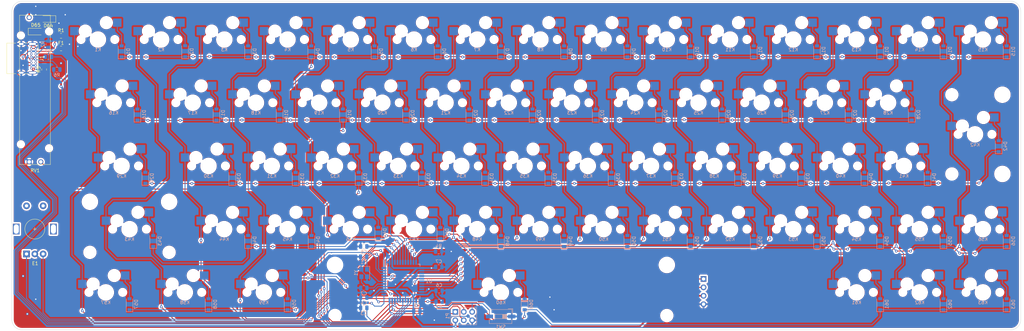
<source format=kicad_pcb>
(kicad_pcb (version 20171130) (host pcbnew 5.1.6-c6e7f7d~87~ubuntu18.04.1)
  (layers (0 F.Cu signal) (31 B.Cu signal) (34 B.Paste user) (35 F.Paste user) (36 B.SilkS user) (37 F.SilkS user) (38 B.Mask user) (39 F.Mask user) (44 Edge.Cuts user))
  (net 0 "")
  (net 1 GND)
  (net 2 "Net-(C3-Pad2)")
  (net 3 VCC)
  (net 4 "Net-(D1-Pad2)")
  (net 5 "Net-(D2-Pad2)")
  (net 6 "Net-(D3-Pad2)")
  (net 7 "Net-(D4-Pad2)")
  (net 8 "Net-(D5-Pad2)")
  (net 9 "Net-(D6-Pad2)")
  (net 10 "Net-(D7-Pad2)")
  (net 11 "Net-(D8-Pad2)")
  (net 12 "Net-(D9-Pad2)")
  (net 13 "Net-(D10-Pad2)")
  (net 14 "Net-(D11-Pad2)")
  (net 15 "Net-(D12-Pad2)")
  (net 16 "Net-(D13-Pad2)")
  (net 17 "Net-(D14-Pad2)")
  (net 18 "Net-(D15-Pad2)")
  (net 19 "Net-(D16-Pad2)")
  (net 20 "Net-(D17-Pad2)")
  (net 21 "Net-(D18-Pad2)")
  (net 22 "Net-(D19-Pad2)")
  (net 23 "Net-(D20-Pad2)")
  (net 24 "Net-(D21-Pad2)")
  (net 25 "Net-(D22-Pad2)")
  (net 26 "Net-(D23-Pad2)")
  (net 27 "Net-(D24-Pad2)")
  (net 28 "Net-(D25-Pad2)")
  (net 29 "Net-(D26-Pad2)")
  (net 30 "Net-(D27-Pad2)")
  (net 31 "Net-(D28-Pad2)")
  (net 32 "Net-(D29-Pad2)")
  (net 33 "Net-(D30-Pad2)")
  (net 34 "Net-(D31-Pad2)")
  (net 35 "Net-(D32-Pad2)")
  (net 36 "Net-(D33-Pad2)")
  (net 37 "Net-(D34-Pad2)")
  (net 38 "Net-(D35-Pad2)")
  (net 39 "Net-(D36-Pad2)")
  (net 40 "Net-(D37-Pad2)")
  (net 41 "Net-(D38-Pad2)")
  (net 42 "Net-(D39-Pad2)")
  (net 43 "Net-(D40-Pad2)")
  (net 44 "Net-(D41-Pad2)")
  (net 45 "Net-(D42-Pad2)")
  (net 46 ROW3)
  (net 47 "Net-(D43-Pad2)")
  (net 48 "Net-(D44-Pad2)")
  (net 49 "Net-(D45-Pad2)")
  (net 50 "Net-(D46-Pad2)")
  (net 51 "Net-(D47-Pad2)")
  (net 52 "Net-(D48-Pad2)")
  (net 53 "Net-(D49-Pad2)")
  (net 54 "Net-(D50-Pad2)")
  (net 55 "Net-(D51-Pad2)")
  (net 56 "Net-(D52-Pad2)")
  (net 57 "Net-(D53-Pad2)")
  (net 58 "Net-(D54-Pad2)")
  (net 59 "Net-(D55-Pad2)")
  (net 60 "Net-(D56-Pad2)")
  (net 61 ROW4)
  (net 62 "Net-(D57-Pad2)")
  (net 63 "Net-(D58-Pad2)")
  (net 64 "Net-(D59-Pad2)")
  (net 65 "Net-(D60-Pad2)")
  (net 66 "Net-(D61-Pad2)")
  (net 67 "Net-(D62-Pad2)")
  (net 68 "Net-(D63-Pad2)")
  (net 69 S1)
  (net 70 S0)
  (net 71 COL0)
  (net 72 COL1)
  (net 73 COL2)
  (net 74 COL3)
  (net 75 COL4)
  (net 76 COL5)
  (net 77 COL6)
  (net 78 COL7)
  (net 79 COL8)
  (net 80 COL9)
  (net 81 COL10)
  (net 82 COL11)
  (net 83 COL12)
  (net 84 COL13)
  (net 85 COL14)
  (net 86 SDA)
  (net 87 SCL)
  (net 88 "Net-(R4-Pad2)")
  (net 89 ANALOG)
  (net 90 MISO_ROW0)
  (net 91 MOSI_ROW1)
  (net 92 SCK_ROW2)
  (net 93 RST)
  (net 94 XTAL2)
  (net 95 XTAL1)
  (net 96 "Net-(D64-Pad1)")
  (net 97 "Net-(D65-Pad1)")
  (net 98 "Net-(F1-Pad1)")
  (net 99 "Net-(J1-PadB5)")
  (net 100 "Net-(J1-PadA5)")
  (net 101 D-)
  (net 102 D+)
  (module Resistor_SMD:R_0805_2012Metric (layer B.Cu) (at 46.99 64.77 180)
    (fp_text reference R7 (at 0 1.65) (layer B.SilkS) (effects (justify mirror)))
    (fp_text value 75)
    (pad 2 smd roundrect (at 0.9375 0 180) (size 0.975 1.4) (layers B.Cu B.Paste B.Mask) (net 97 "Net-(D65-Pad1)"))
    (pad 1 smd roundrect (at -0.9375 0 180) (size 0.975 1.4) (layers B.Cu B.Paste B.Mask) (net 102 D+))
  )
  (module Resistor_SMD:R_0805_2012Metric (layer B.Cu) (at 49.53 68.58)
    (fp_text reference R6 (at 0 1.65 180) (layer B.SilkS) (effects (justify mirror)))
    (fp_text value 75)
    (pad 2 smd roundrect (at 0.9375 0) (size 0.975 1.4) (layers B.Cu B.Paste B.Mask) (net 96 "Net-(D64-Pad1)"))
    (pad 1 smd roundrect (at -0.9375 0) (size 0.975 1.4) (layers B.Cu B.Paste B.Mask) (net 101 D-))
  )
  (module Resistor_SMD:R_0805_2012Metric (layer F.Cu) (at 45.72 68.58 90)
    (fp_text reference R5 (at 0 -1.65 90) (layer F.SilkS))
    (fp_text value 5.1k)
    (pad 2 smd roundrect (at 0.9375 0 90) (size 0.975 1.4) (layers F.Cu F.Paste F.Mask) (net 99 "Net-(J1-PadB5)"))
    (pad 1 smd roundrect (at -0.9375 0 90) (size 0.975 1.4) (layers F.Cu F.Paste F.Mask) (net 1 GND))
  )
  (module Resistor_SMD:R_0805_2012Metric (layer B.Cu) (at 46.99 60.96 270)
    (fp_text reference R2 (at 0 1.65 270) (layer B.SilkS) (effects (justify mirror)))
    (fp_text value 5.1k)
    (pad 2 smd roundrect (at 0.9375 0 270) (size 0.975 1.4) (layers B.Cu B.Paste B.Mask) (net 100 "Net-(J1-PadA5)"))
    (pad 1 smd roundrect (at -0.9375 0 270) (size 0.975 1.4) (layers B.Cu B.Paste B.Mask) (net 1 GND))
  )
  (module Resistor_SMD:R_0805_2012Metric (layer F.Cu) (at 50.8 58.42)
    (fp_text reference R1 (at 0 -1.65) (layer F.SilkS))
    (fp_text value 1.5k)
    (pad 2 smd roundrect (at 0.9375 0) (size 0.975 1.4) (layers F.Cu F.Paste F.Mask) (net 3 VCC))
    (pad 1 smd roundrect (at -0.9375 0) (size 0.975 1.4) (layers F.Cu F.Paste F.Mask) (net 96 "Net-(D64-Pad1)"))
  )
  (module Connector_USB:USB_C_Receptacle_GCT_USB4085 (layer F.Cu) (at 43.18 62.23 270)
    (fp_text reference J1 (at 2.975 -1.8 90) (layer F.SilkS))
    (fp_text value USB_C_Receptacle)
    (pad S1 thru_hole oval (at 7.3 4.36 270) (size 0.9 1.7) (drill oval 0.6 1.4) (layers *.Cu *.Mask) (net 1 GND))
    (pad S1 thru_hole oval (at -1.35 4.36 270) (size 0.9 1.7) (drill oval 0.6 1.4) (layers *.Cu *.Mask) (net 1 GND))
    (pad S1 thru_hole oval (at 7.3 0.98 270) (size 0.9 2.4) (drill oval 0.6 2.1) (layers *.Cu *.Mask) (net 1 GND))
    (pad S1 thru_hole oval (at -1.35 0.98 270) (size 0.9 2.4) (drill oval 0.6 2.1) (layers *.Cu *.Mask) (net 1 GND))
    (pad B6 thru_hole circle (at 3.4 1.35 270) (size 0.7 0.7) (drill 0.4) (layers *.Cu *.Mask) (net 97 "Net-(D65-Pad1)"))
    (pad B1 thru_hole circle (at 5.95 1.35 270) (size 0.7 0.7) (drill 0.4) (layers *.Cu *.Mask) (net 1 GND))
    (pad B4 thru_hole circle (at 5.1 1.35 270) (size 0.7 0.7) (drill 0.4) (layers *.Cu *.Mask) (net 98 "Net-(F1-Pad1)"))
    (pad B5 thru_hole circle (at 4.25 1.35 270) (size 0.7 0.7) (drill 0.4) (layers *.Cu *.Mask) (net 99 "Net-(J1-PadB5)"))
    (pad B12 thru_hole circle (at 0 1.35 270) (size 0.7 0.7) (drill 0.4) (layers *.Cu *.Mask) (net 1 GND))
    (pad B8 thru_hole circle (at 1.7 1.35 270) (size 0.7 0.7) (drill 0.4) (layers *.Cu *.Mask))
    (pad B7 thru_hole circle (at 2.55 1.35 270) (size 0.7 0.7) (drill 0.4) (layers *.Cu *.Mask) (net 96 "Net-(D64-Pad1)"))
    (pad B9 thru_hole circle (at 0.85 1.35 270) (size 0.7 0.7) (drill 0.4) (layers *.Cu *.Mask) (net 98 "Net-(F1-Pad1)"))
    (pad A12 thru_hole circle (at 5.95 0 270) (size 0.7 0.7) (drill 0.4) (layers *.Cu *.Mask) (net 1 GND))
    (pad A9 thru_hole circle (at 5.1 0 270) (size 0.7 0.7) (drill 0.4) (layers *.Cu *.Mask) (net 98 "Net-(F1-Pad1)"))
    (pad A8 thru_hole circle (at 4.25 0 270) (size 0.7 0.7) (drill 0.4) (layers *.Cu *.Mask))
    (pad A7 thru_hole circle (at 3.4 0 270) (size 0.7 0.7) (drill 0.4) (layers *.Cu *.Mask) (net 96 "Net-(D64-Pad1)"))
    (pad A6 thru_hole circle (at 2.55 0 270) (size 0.7 0.7) (drill 0.4) (layers *.Cu *.Mask) (net 97 "Net-(D65-Pad1)"))
    (pad A5 thru_hole circle (at 1.7 0 270) (size 0.7 0.7) (drill 0.4) (layers *.Cu *.Mask) (net 100 "Net-(J1-PadA5)"))
    (pad A4 thru_hole circle (at 0.85 0 270) (size 0.7 0.7) (drill 0.4) (layers *.Cu *.Mask) (net 98 "Net-(F1-Pad1)"))
    (pad A1 thru_hole circle (at 0 0 270) (size 0.7 0.7) (drill 0.4) (layers *.Cu *.Mask) (net 1 GND))
  )
  (module Fuse:Fuse_0805_2012Metric (layer F.Cu) (at 50.8 62.23)
    (fp_text reference F1 (at 0 -1.65) (layer F.SilkS))
    (fp_text value 500mA)
    (pad 2 smd roundrect (at 0.9375 0) (size 0.975 1.4) (layers F.Cu F.Paste F.Mask) (net 3 VCC))
    (pad 1 smd roundrect (at -0.9375 0) (size 0.975 1.4) (layers F.Cu F.Paste F.Mask) (net 98 "Net-(F1-Pad1)"))
  )
  (module Diode_SMD:D_SOD-123 (layer F.Cu) (at 43.18 57.15)
    (fp_text reference D65 (at 0 -2) (layer F.SilkS))
    (fp_text value 3.6v)
    (pad 2 smd rect (at 1.65 0) (size 0.9 1.2) (layers F.Cu F.Paste F.Mask) (net 1 GND))
    (pad 1 smd rect (at -1.65 0) (size 0.9 1.2) (layers F.Cu F.Paste F.Mask) (net 97 "Net-(D65-Pad1)"))
  )
  (module Diode_SMD:D_SOD-123 (layer F.Cu) (at 46.99 53.34 180)
    (fp_text reference D64 (at 0 -2) (layer F.SilkS))
    (fp_text value 3.6V)
    (pad 2 smd rect (at 1.65 0 180) (size 0.9 1.2) (layers F.Cu F.Paste F.Mask) (net 1 GND))
    (pad 1 smd rect (at -1.65 0 180) (size 0.9 1.2) (layers F.Cu F.Paste F.Mask) (net 96 "Net-(D64-Pad1)"))
  )
  (module Housings_QFP:TQFP-44_10x10mm_Pitch0.8mm (layer B.Cu) (at 153.8 132.4 180)
    (fp_text reference U1 (at -7.9 0) (layer B.SilkS) (effects (justify mirror)))
    (fp_text value ATMEGA32U4)
    (pad 44 smd rect (at -5.7 -4) (size 1.5 0.55) (layers B.Cu B.Paste B.Mask) (net 3 VCC))
    (pad 43 smd rect (at -5.7 -3.2) (size 1.5 0.55) (layers B.Cu B.Paste B.Mask) (net 1 GND))
    (pad 42 smd rect (at -5.7 -2.4) (size 1.5 0.55) (layers B.Cu B.Paste B.Mask))
    (pad 41 smd rect (at -5.7 -1.6) (size 1.5 0.55) (layers B.Cu B.Paste B.Mask) (net 85 COL14))
    (pad 40 smd rect (at -5.7 -0.8) (size 1.5 0.55) (layers B.Cu B.Paste B.Mask) (net 84 COL13))
    (pad 39 smd rect (at -5.7 0) (size 1.5 0.55) (layers B.Cu B.Paste B.Mask) (net 83 COL12))
    (pad 38 smd rect (at -5.7 0.8) (size 1.5 0.55) (layers B.Cu B.Paste B.Mask) (net 89 ANALOG))
    (pad 37 smd rect (at -5.7 1.6) (size 1.5 0.55) (layers B.Cu B.Paste B.Mask) (net 82 COL11))
    (pad 36 smd rect (at -5.7 2.4) (size 1.5 0.55) (layers B.Cu B.Paste B.Mask) (net 81 COL10))
    (pad 35 smd rect (at -5.7 3.2) (size 1.5 0.55) (layers B.Cu B.Paste B.Mask) (net 1 GND))
    (pad 34 smd rect (at -5.7 4) (size 1.5 0.55) (layers B.Cu B.Paste B.Mask) (net 3 VCC))
    (pad 33 smd rect (at -4 5.7 90) (size 1.5 0.55) (layers B.Cu B.Paste B.Mask) (net 88 "Net-(R4-Pad2)"))
    (pad 32 smd rect (at -3.2 5.7 90) (size 1.5 0.55) (layers B.Cu B.Paste B.Mask) (net 80 COL9))
    (pad 31 smd rect (at -2.4 5.7 90) (size 1.5 0.55) (layers B.Cu B.Paste B.Mask) (net 79 COL8))
    (pad 30 smd rect (at -1.6 5.7 90) (size 1.5 0.55) (layers B.Cu B.Paste B.Mask) (net 78 COL7))
    (pad 29 smd rect (at -0.8 5.7 90) (size 1.5 0.55) (layers B.Cu B.Paste B.Mask) (net 77 COL6))
    (pad 28 smd rect (at 0 5.7 90) (size 1.5 0.55) (layers B.Cu B.Paste B.Mask) (net 76 COL5))
    (pad 27 smd rect (at 0.8 5.7 90) (size 1.5 0.55) (layers B.Cu B.Paste B.Mask) (net 75 COL4))
    (pad 26 smd rect (at 1.6 5.7 90) (size 1.5 0.55) (layers B.Cu B.Paste B.Mask) (net 74 COL3))
    (pad 25 smd rect (at 2.4 5.7 90) (size 1.5 0.55) (layers B.Cu B.Paste B.Mask) (net 73 COL2))
    (pad 24 smd rect (at 3.2 5.7 90) (size 1.5 0.55) (layers B.Cu B.Paste B.Mask) (net 3 VCC))
    (pad 23 smd rect (at 4 5.7 90) (size 1.5 0.55) (layers B.Cu B.Paste B.Mask) (net 1 GND))
    (pad 22 smd rect (at 5.7 4) (size 1.5 0.55) (layers B.Cu B.Paste B.Mask) (net 72 COL1))
    (pad 21 smd rect (at 5.7 3.2) (size 1.5 0.55) (layers B.Cu B.Paste B.Mask) (net 71 COL0))
    (pad 20 smd rect (at 5.7 2.4) (size 1.5 0.55) (layers B.Cu B.Paste B.Mask) (net 69 S1))
    (pad 19 smd rect (at 5.7 1.6) (size 1.5 0.55) (layers B.Cu B.Paste B.Mask) (net 86 SDA))
    (pad 18 smd rect (at 5.7 0.8) (size 1.5 0.55) (layers B.Cu B.Paste B.Mask) (net 87 SCL))
    (pad 17 smd rect (at 5.7 0) (size 1.5 0.55) (layers B.Cu B.Paste B.Mask) (net 94 XTAL2))
    (pad 16 smd rect (at 5.7 -0.8) (size 1.5 0.55) (layers B.Cu B.Paste B.Mask) (net 95 XTAL1))
    (pad 15 smd rect (at 5.7 -1.6) (size 1.5 0.55) (layers B.Cu B.Paste B.Mask) (net 1 GND))
    (pad 14 smd rect (at 5.7 -2.4) (size 1.5 0.55) (layers B.Cu B.Paste B.Mask) (net 3 VCC))
    (pad 13 smd rect (at 5.7 -3.2) (size 1.5 0.55) (layers B.Cu B.Paste B.Mask) (net 93 RST))
    (pad 12 smd rect (at 5.7 -4) (size 1.5 0.55) (layers B.Cu B.Paste B.Mask) (net 70 S0))
    (pad 11 smd rect (at 4 -5.7 90) (size 1.5 0.55) (layers B.Cu B.Paste B.Mask) (net 90 MISO_ROW0))
    (pad 10 smd rect (at 3.2 -5.7 90) (size 1.5 0.55) (layers B.Cu B.Paste B.Mask) (net 91 MOSI_ROW1))
    (pad 9 smd rect (at 2.4 -5.7 90) (size 1.5 0.55) (layers B.Cu B.Paste B.Mask) (net 92 SCK_ROW2))
    (pad 8 smd rect (at 1.6 -5.7 90) (size 1.5 0.55) (layers B.Cu B.Paste B.Mask) (net 46 ROW3))
    (pad 7 smd rect (at 0.8 -5.7 90) (size 1.5 0.55) (layers B.Cu B.Paste B.Mask) (net 3 VCC))
    (pad 6 smd rect (at 0 -5.7 90) (size 1.5 0.55) (layers B.Cu B.Paste B.Mask) (net 2 "Net-(C3-Pad2)"))
    (pad 5 smd rect (at -0.8 -5.7 90) (size 1.5 0.55) (layers B.Cu B.Paste B.Mask) (net 1 GND))
    (pad 4 smd rect (at -1.6 -5.7 90) (size 1.5 0.55) (layers B.Cu B.Paste B.Mask) (net 102 D+))
    (pad 3 smd rect (at -2.4 -5.7 90) (size 1.5 0.55) (layers B.Cu B.Paste B.Mask) (net 101 D-))
    (pad 2 smd rect (at -3.2 -5.7 90) (size 1.5 0.55) (layers B.Cu B.Paste B.Mask) (net 3 VCC))
    (pad 1 smd rect (at -4 -5.7 90) (size 1.5 0.55) (layers B.Cu B.Paste B.Mask) (net 61 ROW4))
  )
  (module Resistor_SMD:R_0805_2012Metric (layer B.Cu) (at 164.6 123.4 180)
    (fp_text reference R4 (at 0 1.65) (layer B.SilkS) (effects (justify mirror)))
    (fp_text value 10k)
    (pad 2 smd roundrect (at 0.9375 0 180) (size 0.975 1.4) (layers B.Cu B.Paste B.Mask) (net 88 "Net-(R4-Pad2)"))
    (pad 1 smd roundrect (at -0.9375 0 180) (size 0.975 1.4) (layers B.Cu B.Paste B.Mask) (net 1 GND))
  )
  (module Resistor_SMD:R_0805_2012Metric (layer B.Cu) (at 164.725 138.5)
    (fp_text reference R3 (at 0 1.65) (layer B.SilkS) (effects (justify mirror)))
    (fp_text value 10k)
    (pad 2 smd roundrect (at 0.9375 0) (size 0.975 1.4) (layers B.Cu B.Paste B.Mask) (net 3 VCC))
    (pad 1 smd roundrect (at -0.9375 0) (size 0.975 1.4) (layers B.Cu B.Paste B.Mask) (net 93 RST))
  )
  (module Capacitor_SMD:C_0805_2012Metric (layer B.Cu) (at 158.025 141.4 180)
    (fp_text reference C8 (at 0 1.65) (layer B.SilkS) (effects (justify mirror)))
    (fp_text value 4.7u)
    (pad 2 smd roundrect (at 0.9375 0 180) (size 0.975 1.4) (layers B.Cu B.Paste B.Mask) (net 3 VCC))
    (pad 1 smd roundrect (at -0.9375 0 180) (size 0.975 1.4) (layers B.Cu B.Paste B.Mask) (net 1 GND))
  )
  (module Capacitor_SMD:C_0805_2012Metric (layer B.Cu) (at 164.625 128.1 180)
    (fp_text reference C7 (at 0 1.65) (layer B.SilkS) (effects (justify mirror)))
    (fp_text value 100n)
    (pad 2 smd roundrect (at 0.9375 0 180) (size 0.975 1.4) (layers B.Cu B.Paste B.Mask) (net 3 VCC))
    (pad 1 smd roundrect (at -0.9375 0 180) (size 0.975 1.4) (layers B.Cu B.Paste B.Mask) (net 1 GND))
  )
  (module Capacitor_SMD:C_0805_2012Metric (layer B.Cu) (at 164.725 135.2 180)
    (fp_text reference C6 (at 0 1.65) (layer B.SilkS) (effects (justify mirror)))
    (fp_text value 100n)
    (pad 2 smd roundrect (at 0.9375 0 180) (size 0.975 1.4) (layers B.Cu B.Paste B.Mask) (net 3 VCC))
    (pad 1 smd roundrect (at -0.9375 0 180) (size 0.975 1.4) (layers B.Cu B.Paste B.Mask) (net 1 GND))
  )
  (module Capacitor_SMD:C_0805_2012Metric (layer B.Cu) (at 142.025 121.9)
    (fp_text reference C5 (at 0 1.65) (layer B.SilkS) (effects (justify mirror)))
    (fp_text value 100n)
    (pad 2 smd roundrect (at 0.9375 0) (size 0.975 1.4) (layers B.Cu B.Paste B.Mask) (net 3 VCC))
    (pad 1 smd roundrect (at -0.9375 0) (size 0.975 1.4) (layers B.Cu B.Paste B.Mask) (net 1 GND))
  )
  (module Capacitor_SMD:C_0805_2012Metric (layer B.Cu) (at 142.025 137.3)
    (fp_text reference C4 (at 0 1.65) (layer B.SilkS) (effects (justify mirror)))
    (fp_text value 100n)
    (pad 2 smd roundrect (at 0.9375 0) (size 0.975 1.4) (layers B.Cu B.Paste B.Mask) (net 3 VCC))
    (pad 1 smd roundrect (at -0.9375 0) (size 0.975 1.4) (layers B.Cu B.Paste B.Mask) (net 1 GND))
  )
  (module Capacitor_SMD:C_0805_2012Metric (layer B.Cu) (at 142.025 140.4)
    (fp_text reference C3 (at 0 1.65) (layer B.SilkS) (effects (justify mirror)))
    (fp_text value 1u)
    (pad 2 smd roundrect (at 0.9375 0) (size 0.975 1.4) (layers B.Cu B.Paste B.Mask) (net 2 "Net-(C3-Pad2)"))
    (pad 1 smd roundrect (at -0.9375 0) (size 0.975 1.4) (layers B.Cu B.Paste B.Mask) (net 1 GND))
  )
  (module Capacitor_SMD:C_0805_2012Metric (layer B.Cu) (at 142.025 134.4)
    (fp_text reference C2 (at 0 1.65) (layer B.SilkS) (effects (justify mirror)))
    (fp_text value 22p)
    (pad 2 smd roundrect (at 0.9375 0) (size 0.975 1.4) (layers B.Cu B.Paste B.Mask) (net 95 XTAL1))
    (pad 1 smd roundrect (at -0.9375 0) (size 0.975 1.4) (layers B.Cu B.Paste B.Mask) (net 1 GND))
  )
  (module Capacitor_SMD:C_0805_2012Metric (layer B.Cu) (at 142 125)
    (fp_text reference C1 (at 0 1.65) (layer B.SilkS) (effects (justify mirror)))
    (fp_text value 22p)
    (pad 2 smd roundrect (at 0.9375 0) (size 0.975 1.4) (layers B.Cu B.Paste B.Mask) (net 94 XTAL2))
    (pad 1 smd roundrect (at -0.9375 0) (size 0.975 1.4) (layers B.Cu B.Paste B.Mask) (net 1 GND))
  )
  (module Crystal:Crystal_SMD_3225-4Pin_3.2x2.5mm (layer B.Cu) (at 142.15 129.9 270)
    (fp_text reference Y1 (at 0 2.45 90) (layer B.SilkS) (effects (justify mirror)))
    (fp_text value Crystal_GND24)
    (pad 4 smd rect (at -1.1 0.85 270) (size 1.4 1.2) (layers B.Cu B.Paste B.Mask) (net 1 GND))
    (pad 3 smd rect (at 1.1 0.85 270) (size 1.4 1.2) (layers B.Cu B.Paste B.Mask) (net 95 XTAL1))
    (pad 2 smd rect (at 1.1 -0.85 270) (size 1.4 1.2) (layers B.Cu B.Paste B.Mask) (net 1 GND))
    (pad 1 smd rect (at -1.1 -0.85 270) (size 1.4 1.2) (layers B.Cu B.Paste B.Mask) (net 94 XTAL2))
  )
  (module MX_Only:MXOnly-6.25U-Hotswap-ReversedStabilizers (layer F.Cu) (at 183.35625 135.73125)
    (fp_text reference K60)
    (fp_text value KEYSW)
    (fp_text user %R (at 0 3.048) (layer B.SilkS) (effects (justify mirror)))
    (pad "" np_thru_hole circle (at -49.9999 -8.255) (size 3.9878 3.9878) (drill 3.9878) (layers *.Cu *.Mask))
    (pad "" np_thru_hole circle (at 49.9999 -8.255) (size 3.9878 3.9878) (drill 3.9878) (layers *.Cu *.Mask))
    (pad "" np_thru_hole circle (at -49.9999 6.985) (size 3.048 3.048) (drill 3.048) (layers *.Cu *.Mask))
    (pad "" np_thru_hole circle (at 49.9999 6.985) (size 3.048 3.048) (drill 3.048) (layers *.Cu *.Mask))
    (pad 2 smd rect (at 5.842 -5.08) (size 2.55 2.5) (layers B.Cu B.Paste B.Mask) (net 65 "Net-(D60-Pad2)"))
    (pad 1 smd rect (at -7.085 -2.54) (size 2.55 2.5) (layers B.Cu B.Paste B.Mask) (net 77 COL6))
    (pad "" np_thru_hole circle (at 5.08 0 48.0996) (size 1.75 1.75) (drill 1.75) (layers *.Cu *.Mask))
    (pad "" np_thru_hole circle (at -5.08 0 48.0996) (size 1.75 1.75) (drill 1.75) (layers *.Cu *.Mask))
    (pad "" np_thru_hole circle (at -3.81 -2.54) (size 3 3) (drill 3) (layers *.Cu *.Mask))
    (pad "" np_thru_hole circle (at 0 0) (size 3.9878 3.9878) (drill 3.9878) (layers *.Cu *.Mask))
    (pad "" np_thru_hole circle (at 2.54 -5.08) (size 3 3) (drill 3) (layers *.Cu *.Mask))
  )
  (module Connector_PinHeader_2.54mm:PinHeader_2x03_P2.54mm_Vertical (layer B.Cu) (at 169.62 141.6 270)
    (fp_text reference P1 (at 1.27 2.33 270) (layer B.SilkS) (effects (justify mirror)))
    (fp_text value AVR-ISP-6)
    (pad 6 thru_hole oval (at 2.54 -5.08 270) (size 1.7 1.7) (drill 1) (layers *.Cu *.Mask) (net 1 GND))
    (pad 5 thru_hole oval (at 0 -5.08 270) (size 1.7 1.7) (drill 1) (layers *.Cu *.Mask) (net 93 RST))
    (pad 4 thru_hole oval (at 2.54 -2.54 270) (size 1.7 1.7) (drill 1) (layers *.Cu *.Mask) (net 91 MOSI_ROW1))
    (pad 3 thru_hole oval (at 0 -2.54 270) (size 1.7 1.7) (drill 1) (layers *.Cu *.Mask) (net 92 SCK_ROW2))
    (pad 2 thru_hole oval (at 2.54 0 270) (size 1.7 1.7) (drill 1) (layers *.Cu *.Mask) (net 3 VCC))
    (pad 1 thru_hole rect (at 0 0 270) (size 1.7 1.7) (drill 1) (layers *.Cu *.Mask) (net 90 MISO_ROW0))
  )
  (module Rotary_Encoder:RotaryEncoder_Alps_EC11E-Switch_Vertical_H20mm (layer F.Cu) (at 40.40125 124.15 90)
    (fp_text reference E1 (at -2.85 2.59875) (layer F.SilkS))
    (fp_text value Rotary_Encoder_Switch)
    (pad S1 thru_hole circle (at 14.5 5 90) (size 2 2) (drill 1) (layers *.Cu *.Mask))
    (pad S2 thru_hole circle (at 14.5 0 90) (size 2 2) (drill 1) (layers *.Cu *.Mask))
    (pad MP thru_hole rect (at 7.5 8.1 90) (size 3.2 2) (drill oval 2.8 1.5) (layers *.Cu *.Mask))
    (pad MP thru_hole rect (at 7.5 -3.1 90) (size 3.2 2) (drill oval 2.8 1.5) (layers *.Cu *.Mask))
    (pad B thru_hole circle (at 0 5 90) (size 2 2) (drill 1) (layers *.Cu *.Mask) (net 69 S1))
    (pad C thru_hole circle (at 0 2.5 90) (size 2 2) (drill 1) (layers *.Cu *.Mask) (net 1 GND))
    (pad A thru_hole rect (at 0 0 90) (size 2 2) (drill 1) (layers *.Cu *.Mask) (net 70 S0))
  )
  (module Button_Switch_Keyboard:0.91_SSD1306_OLED (layer F.Cu) (at 263.2 143.973125)
    (fp_text reference O1 hide)
    (fp_text value Conn_01x04)
    (pad 3 thru_hole oval (at -18.78 -7.21) (size 1.7 1.7) (drill 1) (layers *.Cu *.Mask) (net 3 VCC))
    (pad 2 thru_hole oval (at -18.78 -9.75) (size 1.7 1.7) (drill 1) (layers *.Cu *.Mask) (net 87 SCL))
    (pad 4 thru_hole oval (at -18.78 -4.67) (size 1.7 1.7) (drill 1) (layers *.Cu *.Mask) (net 1 GND))
    (pad 1 thru_hole rect (at -18.78 -12.29) (size 1.7 1.7) (drill 1) (layers *.Cu *.Mask) (net 86 SDA))
  )
  (module MX_Only:MXOnly-1U-Hotswap (layer F.Cu) (at 290.5125 59.53125)
    (fp_text reference K13)
    (fp_text value KEYSW)
    (fp_text user %R (at 0 3.048) (layer B.SilkS) (effects (justify mirror)))
    (pad 2 smd rect (at 5.842 -5.08) (size 2.55 2.5) (layers B.Cu B.Paste B.Mask) (net 16 "Net-(D13-Pad2)"))
    (pad 1 smd rect (at -7.085 -2.54) (size 2.55 2.5) (layers B.Cu B.Paste B.Mask) (net 83 COL12))
    (pad "" np_thru_hole circle (at 5.08 0 48.0996) (size 1.75 1.75) (drill 1.75) (layers *.Cu *.Mask))
    (pad "" np_thru_hole circle (at -5.08 0 48.0996) (size 1.75 1.75) (drill 1.75) (layers *.Cu *.Mask))
    (pad "" np_thru_hole circle (at -3.81 -2.54) (size 3 3) (drill 3) (layers *.Cu *.Mask))
    (pad "" np_thru_hole circle (at 0 0) (size 3.9878 3.9878) (drill 3.9878) (layers *.Cu *.Mask))
    (pad "" np_thru_hole circle (at 2.54 -5.08) (size 3 3) (drill 3) (layers *.Cu *.Mask))
  )
  (module MX_Only:MXOnly-2U-Hotswap-ReversedStabilizers (layer F.Cu) (at 71.4375 116.68125)
    (fp_text reference K43)
    (fp_text value KEYSW)
    (fp_text user %R (at 0 3.048) (layer B.SilkS) (effects (justify mirror)))
    (pad "" np_thru_hole circle (at -11.938 -8.255) (size 3.9878 3.9878) (drill 3.9878) (layers *.Cu *.Mask))
    (pad "" np_thru_hole circle (at 11.938 -8.255) (size 3.9878 3.9878) (drill 3.9878) (layers *.Cu *.Mask))
    (pad "" np_thru_hole circle (at -11.938 6.985) (size 3.048 3.048) (drill 3.048) (layers *.Cu *.Mask))
    (pad "" np_thru_hole circle (at 11.938 6.985) (size 3.048 3.048) (drill 3.048) (layers *.Cu *.Mask))
    (pad 2 smd rect (at 5.842 -5.08) (size 2.55 2.5) (layers B.Cu B.Paste B.Mask) (net 47 "Net-(D43-Pad2)"))
    (pad 1 smd rect (at -7.085 -2.54) (size 2.55 2.5) (layers B.Cu B.Paste B.Mask) (net 72 COL1))
    (pad "" np_thru_hole circle (at 5.08 0 48.0996) (size 1.75 1.75) (drill 1.75) (layers *.Cu *.Mask))
    (pad "" np_thru_hole circle (at -5.08 0 48.0996) (size 1.75 1.75) (drill 1.75) (layers *.Cu *.Mask))
    (pad "" np_thru_hole circle (at -3.81 -2.54) (size 3 3) (drill 3) (layers *.Cu *.Mask))
    (pad "" np_thru_hole circle (at 0 0) (size 3.9878 3.9878) (drill 3.9878) (layers *.Cu *.Mask))
    (pad "" np_thru_hole circle (at 2.54 -5.08) (size 3 3) (drill 3) (layers *.Cu *.Mask))
  )
  (module MX_Only:MXOnly-1.25U-Hotswap (layer F.Cu) (at 111.91875 135.73125)
    (fp_text reference K59)
    (fp_text value KEYSW)
    (fp_text user %R (at 0 3.048) (layer B.SilkS) (effects (justify mirror)))
    (pad 2 smd rect (at 5.842 -5.08) (size 2.55 2.5) (layers B.Cu B.Paste B.Mask) (net 64 "Net-(D59-Pad2)"))
    (pad 1 smd rect (at -7.085 -2.54) (size 2.55 2.5) (layers B.Cu B.Paste B.Mask) (net 74 COL3))
    (pad "" np_thru_hole circle (at 5.08 0 48.0996) (size 1.75 1.75) (drill 1.75) (layers *.Cu *.Mask))
    (pad "" np_thru_hole circle (at -5.08 0 48.0996) (size 1.75 1.75) (drill 1.75) (layers *.Cu *.Mask))
    (pad "" np_thru_hole circle (at -3.81 -2.54) (size 3 3) (drill 3) (layers *.Cu *.Mask))
    (pad "" np_thru_hole circle (at 0 0) (size 3.9878 3.9878) (drill 3.9878) (layers *.Cu *.Mask))
    (pad "" np_thru_hole circle (at 2.54 -5.08) (size 3 3) (drill 3) (layers *.Cu *.Mask))
  )
  (module MX_Only:MXOnly-1.25U-Hotswap (layer F.Cu) (at 88.10625 135.73125)
    (fp_text reference K58)
    (fp_text value KEYSW)
    (fp_text user %R (at 0 3.048) (layer B.SilkS) (effects (justify mirror)))
    (pad 2 smd rect (at 5.842 -5.08) (size 2.55 2.5) (layers B.Cu B.Paste B.Mask) (net 63 "Net-(D58-Pad2)"))
    (pad 1 smd rect (at -7.085 -2.54) (size 2.55 2.5) (layers B.Cu B.Paste B.Mask) (net 72 COL1))
    (pad "" np_thru_hole circle (at 5.08 0 48.0996) (size 1.75 1.75) (drill 1.75) (layers *.Cu *.Mask))
    (pad "" np_thru_hole circle (at -5.08 0 48.0996) (size 1.75 1.75) (drill 1.75) (layers *.Cu *.Mask))
    (pad "" np_thru_hole circle (at -3.81 -2.54) (size 3 3) (drill 3) (layers *.Cu *.Mask))
    (pad "" np_thru_hole circle (at 0 0) (size 3.9878 3.9878) (drill 3.9878) (layers *.Cu *.Mask))
    (pad "" np_thru_hole circle (at 2.54 -5.08) (size 3 3) (drill 3) (layers *.Cu *.Mask))
  )
  (module MX_Only:MXOnly-1.25U-Hotswap (layer F.Cu) (at 64.29375 135.73125)
    (fp_text reference K57)
    (fp_text value KEYSW)
    (fp_text user %R (at 0 3.048) (layer B.SilkS) (effects (justify mirror)))
    (pad 2 smd rect (at 5.842 -5.08) (size 2.55 2.5) (layers B.Cu B.Paste B.Mask) (net 62 "Net-(D57-Pad2)"))
    (pad 1 smd rect (at -7.085 -2.54) (size 2.55 2.5) (layers B.Cu B.Paste B.Mask) (net 71 COL0))
    (pad "" np_thru_hole circle (at 5.08 0 48.0996) (size 1.75 1.75) (drill 1.75) (layers *.Cu *.Mask))
    (pad "" np_thru_hole circle (at -5.08 0 48.0996) (size 1.75 1.75) (drill 1.75) (layers *.Cu *.Mask))
    (pad "" np_thru_hole circle (at -3.81 -2.54) (size 3 3) (drill 3) (layers *.Cu *.Mask))
    (pad "" np_thru_hole circle (at 0 0) (size 3.9878 3.9878) (drill 3.9878) (layers *.Cu *.Mask))
    (pad "" np_thru_hole circle (at 2.54 -5.08) (size 3 3) (drill 3) (layers *.Cu *.Mask))
  )
  (module MX_Only:MXOnly-1U-Hotswap (layer F.Cu) (at 328.6125 116.68125)
    (fp_text reference K56)
    (fp_text value KEYSW)
    (fp_text user %R (at 0 3.048) (layer B.SilkS) (effects (justify mirror)))
    (pad 2 smd rect (at 5.842 -5.08) (size 2.55 2.5) (layers B.Cu B.Paste B.Mask) (net 60 "Net-(D56-Pad2)"))
    (pad 1 smd rect (at -7.085 -2.54) (size 2.55 2.5) (layers B.Cu B.Paste B.Mask) (net 85 COL14))
    (pad "" np_thru_hole circle (at 5.08 0 48.0996) (size 1.75 1.75) (drill 1.75) (layers *.Cu *.Mask))
    (pad "" np_thru_hole circle (at -5.08 0 48.0996) (size 1.75 1.75) (drill 1.75) (layers *.Cu *.Mask))
    (pad "" np_thru_hole circle (at -3.81 -2.54) (size 3 3) (drill 3) (layers *.Cu *.Mask))
    (pad "" np_thru_hole circle (at 0 0) (size 3.9878 3.9878) (drill 3.9878) (layers *.Cu *.Mask))
    (pad "" np_thru_hole circle (at 2.54 -5.08) (size 3 3) (drill 3) (layers *.Cu *.Mask))
  )
  (module Diode_SMD:D_SOD-123 (layer B.Cu) (at 69.05625 63.103125 90)
    (fp_text reference D1 (at 0 2 90) (layer B.SilkS) (effects (justify mirror)))
    (fp_text value D)
    (pad 2 smd rect (at 1.65 0 90) (size 0.9 1.2) (layers B.Cu B.Paste B.Mask) (net 4 "Net-(D1-Pad2)"))
    (pad 1 smd rect (at -1.65 0 90) (size 0.9 1.2) (layers B.Cu B.Paste B.Mask) (net 90 MISO_ROW0))
  )
  (module Diode_SMD:D_SOD-123 (layer B.Cu) (at 88.2 63.05 90)
    (fp_text reference D2 (at 0 2 90) (layer B.SilkS) (effects (justify mirror)))
    (fp_text value D)
    (pad 2 smd rect (at 1.65 0 90) (size 0.9 1.2) (layers B.Cu B.Paste B.Mask) (net 5 "Net-(D2-Pad2)"))
    (pad 1 smd rect (at -1.65 0 90) (size 0.9 1.2) (layers B.Cu B.Paste B.Mask) (net 90 MISO_ROW0))
  )
  (module Diode_SMD:D_SOD-123 (layer B.Cu) (at 107.15625 63.103125 90)
    (fp_text reference D3 (at 0 2 90) (layer B.SilkS) (effects (justify mirror)))
    (fp_text value D)
    (pad 2 smd rect (at 1.65 0 90) (size 0.9 1.2) (layers B.Cu B.Paste B.Mask) (net 6 "Net-(D3-Pad2)"))
    (pad 1 smd rect (at -1.65 0 90) (size 0.9 1.2) (layers B.Cu B.Paste B.Mask) (net 90 MISO_ROW0))
  )
  (module Diode_SMD:D_SOD-123 (layer B.Cu) (at 126.20625 63.103125 90)
    (fp_text reference D4 (at 0 2 90) (layer B.SilkS) (effects (justify mirror)))
    (fp_text value D)
    (pad 2 smd rect (at 1.65 0 90) (size 0.9 1.2) (layers B.Cu B.Paste B.Mask) (net 7 "Net-(D4-Pad2)"))
    (pad 1 smd rect (at -1.65 0 90) (size 0.9 1.2) (layers B.Cu B.Paste B.Mask) (net 90 MISO_ROW0))
  )
  (module Diode_SMD:D_SOD-123 (layer B.Cu) (at 145.25625 63.103125 90)
    (fp_text reference D5 (at 0 2 90) (layer B.SilkS) (effects (justify mirror)))
    (fp_text value D)
    (pad 2 smd rect (at 1.65 0 90) (size 0.9 1.2) (layers B.Cu B.Paste B.Mask) (net 8 "Net-(D5-Pad2)"))
    (pad 1 smd rect (at -1.65 0 90) (size 0.9 1.2) (layers B.Cu B.Paste B.Mask) (net 90 MISO_ROW0))
  )
  (module Diode_SMD:D_SOD-123 (layer B.Cu) (at 164.30625 63.103125 90)
    (fp_text reference D6 (at 0 2 90) (layer B.SilkS) (effects (justify mirror)))
    (fp_text value D)
    (pad 2 smd rect (at 1.65 0 90) (size 0.9 1.2) (layers B.Cu B.Paste B.Mask) (net 9 "Net-(D6-Pad2)"))
    (pad 1 smd rect (at -1.65 0 90) (size 0.9 1.2) (layers B.Cu B.Paste B.Mask) (net 90 MISO_ROW0))
  )
  (module Diode_SMD:D_SOD-123 (layer B.Cu) (at 183.35625 63.103125 90)
    (fp_text reference D7 (at 0 2 90) (layer B.SilkS) (effects (justify mirror)))
    (fp_text value D)
    (pad 2 smd rect (at 1.65 0 90) (size 0.9 1.2) (layers B.Cu B.Paste B.Mask) (net 10 "Net-(D7-Pad2)"))
    (pad 1 smd rect (at -1.65 0 90) (size 0.9 1.2) (layers B.Cu B.Paste B.Mask) (net 90 MISO_ROW0))
  )
  (module Diode_SMD:D_SOD-123 (layer B.Cu) (at 202.40625 63.103125 90)
    (fp_text reference D8 (at 0 2 90) (layer B.SilkS) (effects (justify mirror)))
    (fp_text value D)
    (pad 2 smd rect (at 1.65 0 90) (size 0.9 1.2) (layers B.Cu B.Paste B.Mask) (net 11 "Net-(D8-Pad2)"))
    (pad 1 smd rect (at -1.65 0 90) (size 0.9 1.2) (layers B.Cu B.Paste B.Mask) (net 90 MISO_ROW0))
  )
  (module Diode_SMD:D_SOD-123 (layer B.Cu) (at 221.45625 63.103125 90)
    (fp_text reference D9 (at 0 2 90) (layer B.SilkS) (effects (justify mirror)))
    (fp_text value D)
    (pad 2 smd rect (at 1.65 0 90) (size 0.9 1.2) (layers B.Cu B.Paste B.Mask) (net 12 "Net-(D9-Pad2)"))
    (pad 1 smd rect (at -1.65 0 90) (size 0.9 1.2) (layers B.Cu B.Paste B.Mask) (net 90 MISO_ROW0))
  )
  (module Diode_SMD:D_SOD-123 (layer B.Cu) (at 240.50625 63.103125 90)
    (fp_text reference D10 (at 0 2 90) (layer B.SilkS) (effects (justify mirror)))
    (fp_text value D)
    (pad 2 smd rect (at 1.65 0 90) (size 0.9 1.2) (layers B.Cu B.Paste B.Mask) (net 13 "Net-(D10-Pad2)"))
    (pad 1 smd rect (at -1.65 0 90) (size 0.9 1.2) (layers B.Cu B.Paste B.Mask) (net 90 MISO_ROW0))
  )
  (module Diode_SMD:D_SOD-123 (layer B.Cu) (at 259.55625 63.103125 90)
    (fp_text reference D11 (at 0 2 90) (layer B.SilkS) (effects (justify mirror)))
    (fp_text value D)
    (pad 2 smd rect (at 1.65 0 90) (size 0.9 1.2) (layers B.Cu B.Paste B.Mask) (net 14 "Net-(D11-Pad2)"))
    (pad 1 smd rect (at -1.65 0 90) (size 0.9 1.2) (layers B.Cu B.Paste B.Mask) (net 90 MISO_ROW0))
  )
  (module Diode_SMD:D_SOD-123 (layer B.Cu) (at 278.60625 63.103125 90)
    (fp_text reference D12 (at 0 2 90) (layer B.SilkS) (effects (justify mirror)))
    (fp_text value D)
    (pad 2 smd rect (at 1.65 0 90) (size 0.9 1.2) (layers B.Cu B.Paste B.Mask) (net 15 "Net-(D12-Pad2)"))
    (pad 1 smd rect (at -1.65 0 90) (size 0.9 1.2) (layers B.Cu B.Paste B.Mask) (net 90 MISO_ROW0))
  )
  (module Diode_SMD:D_SOD-123 (layer B.Cu) (at 297.65625 63.103125 90)
    (fp_text reference D13 (at 0 2 90) (layer B.SilkS) (effects (justify mirror)))
    (fp_text value D)
    (pad 2 smd rect (at 1.65 0 90) (size 0.9 1.2) (layers B.Cu B.Paste B.Mask) (net 16 "Net-(D13-Pad2)"))
    (pad 1 smd rect (at -1.65 0 90) (size 0.9 1.2) (layers B.Cu B.Paste B.Mask) (net 90 MISO_ROW0))
  )
  (module Diode_SMD:D_SOD-123 (layer B.Cu) (at 316.70625 63.103125 90)
    (fp_text reference D14 (at 0 2 90) (layer B.SilkS) (effects (justify mirror)))
    (fp_text value D)
    (pad 2 smd rect (at 1.65 0 90) (size 0.9 1.2) (layers B.Cu B.Paste B.Mask) (net 17 "Net-(D14-Pad2)"))
    (pad 1 smd rect (at -1.65 0 90) (size 0.9 1.2) (layers B.Cu B.Paste B.Mask) (net 90 MISO_ROW0))
  )
  (module Diode_SMD:D_SOD-123 (layer B.Cu) (at 335.75625 63.103125 90)
    (fp_text reference D15 (at 0 2 90) (layer B.SilkS) (effects (justify mirror)))
    (fp_text value D)
    (pad 2 smd rect (at 1.65 0 90) (size 0.9 1.2) (layers B.Cu B.Paste B.Mask) (net 18 "Net-(D15-Pad2)"))
    (pad 1 smd rect (at -1.65 0 90) (size 0.9 1.2) (layers B.Cu B.Paste B.Mask) (net 90 MISO_ROW0))
  )
  (module Diode_SMD:D_SOD-123 (layer B.Cu) (at 73.81875 82.153125 90)
    (fp_text reference D16 (at 0 2 90) (layer B.SilkS) (effects (justify mirror)))
    (fp_text value D)
    (pad 2 smd rect (at 1.65 0 90) (size 0.9 1.2) (layers B.Cu B.Paste B.Mask) (net 19 "Net-(D16-Pad2)"))
    (pad 1 smd rect (at -1.65 0 90) (size 0.9 1.2) (layers B.Cu B.Paste B.Mask) (net 91 MOSI_ROW1))
  )
  (module Diode_SMD:D_SOD-123 (layer B.Cu) (at 97.63125 82.15 90)
    (fp_text reference D17 (at 0 2 90) (layer B.SilkS) (effects (justify mirror)))
    (fp_text value D)
    (pad 2 smd rect (at 1.65 0 90) (size 0.9 1.2) (layers B.Cu B.Paste B.Mask) (net 20 "Net-(D17-Pad2)"))
    (pad 1 smd rect (at -1.65 0 90) (size 0.9 1.2) (layers B.Cu B.Paste B.Mask) (net 91 MOSI_ROW1))
  )
  (module Diode_SMD:D_SOD-123 (layer B.Cu) (at 116.68125 82.153125 90)
    (fp_text reference D18 (at 0 2 90) (layer B.SilkS) (effects (justify mirror)))
    (fp_text value D)
    (pad 2 smd rect (at 1.65 0 90) (size 0.9 1.2) (layers B.Cu B.Paste B.Mask) (net 21 "Net-(D18-Pad2)"))
    (pad 1 smd rect (at -1.65 0 90) (size 0.9 1.2) (layers B.Cu B.Paste B.Mask) (net 91 MOSI_ROW1))
  )
  (module Diode_SMD:D_SOD-123 (layer B.Cu) (at 135.73125 82.153125 90)
    (fp_text reference D19 (at 0 2 90) (layer B.SilkS) (effects (justify mirror)))
    (fp_text value D)
    (pad 2 smd rect (at 1.65 0 90) (size 0.9 1.2) (layers B.Cu B.Paste B.Mask) (net 22 "Net-(D19-Pad2)"))
    (pad 1 smd rect (at -1.65 0 90) (size 0.9 1.2) (layers B.Cu B.Paste B.Mask) (net 91 MOSI_ROW1))
  )
  (module Diode_SMD:D_SOD-123 (layer B.Cu) (at 154.78125 82.153125 90)
    (fp_text reference D20 (at 0 2 90) (layer B.SilkS) (effects (justify mirror)))
    (fp_text value D)
    (pad 2 smd rect (at 1.65 0 90) (size 0.9 1.2) (layers B.Cu B.Paste B.Mask) (net 23 "Net-(D20-Pad2)"))
    (pad 1 smd rect (at -1.65 0 90) (size 0.9 1.2) (layers B.Cu B.Paste B.Mask) (net 91 MOSI_ROW1))
  )
  (module Diode_SMD:D_SOD-123 (layer B.Cu) (at 173.83125 82.153125 90)
    (fp_text reference D21 (at 0 2 90) (layer B.SilkS) (effects (justify mirror)))
    (fp_text value D)
    (pad 2 smd rect (at 1.65 0 90) (size 0.9 1.2) (layers B.Cu B.Paste B.Mask) (net 24 "Net-(D21-Pad2)"))
    (pad 1 smd rect (at -1.65 0 90) (size 0.9 1.2) (layers B.Cu B.Paste B.Mask) (net 91 MOSI_ROW1))
  )
  (module Diode_SMD:D_SOD-123 (layer B.Cu) (at 192.88125 82.153125 90)
    (fp_text reference D22 (at 0 2 90) (layer B.SilkS) (effects (justify mirror)))
    (fp_text value D)
    (pad 2 smd rect (at 1.65 0 90) (size 0.9 1.2) (layers B.Cu B.Paste B.Mask) (net 25 "Net-(D22-Pad2)"))
    (pad 1 smd rect (at -1.65 0 90) (size 0.9 1.2) (layers B.Cu B.Paste B.Mask) (net 91 MOSI_ROW1))
  )
  (module Diode_SMD:D_SOD-123 (layer B.Cu) (at 211.93125 82.153125 90)
    (fp_text reference D23 (at 0 2 90) (layer B.SilkS) (effects (justify mirror)))
    (fp_text value D)
    (pad 2 smd rect (at 1.65 0 90) (size 0.9 1.2) (layers B.Cu B.Paste B.Mask) (net 26 "Net-(D23-Pad2)"))
    (pad 1 smd rect (at -1.65 0 90) (size 0.9 1.2) (layers B.Cu B.Paste B.Mask) (net 91 MOSI_ROW1))
  )
  (module Diode_SMD:D_SOD-123 (layer B.Cu) (at 230.98125 82.153125 90)
    (fp_text reference D24 (at 0 2 90) (layer B.SilkS) (effects (justify mirror)))
    (fp_text value D)
    (pad 2 smd rect (at 1.65 0 90) (size 0.9 1.2) (layers B.Cu B.Paste B.Mask) (net 27 "Net-(D24-Pad2)"))
    (pad 1 smd rect (at -1.65 0 90) (size 0.9 1.2) (layers B.Cu B.Paste B.Mask) (net 91 MOSI_ROW1))
  )
  (module Diode_SMD:D_SOD-123 (layer B.Cu) (at 250.03125 82.153125 90)
    (fp_text reference D25 (at 0 2 90) (layer B.SilkS) (effects (justify mirror)))
    (fp_text value D)
    (pad 2 smd rect (at 1.65 0 90) (size 0.9 1.2) (layers B.Cu B.Paste B.Mask) (net 28 "Net-(D25-Pad2)"))
    (pad 1 smd rect (at -1.65 0 90) (size 0.9 1.2) (layers B.Cu B.Paste B.Mask) (net 91 MOSI_ROW1))
  )
  (module Diode_SMD:D_SOD-123 (layer B.Cu) (at 269.08125 82.153125 90)
    (fp_text reference D26 (at 0 2 90) (layer B.SilkS) (effects (justify mirror)))
    (fp_text value D)
    (pad 2 smd rect (at 1.65 0 90) (size 0.9 1.2) (layers B.Cu B.Paste B.Mask) (net 29 "Net-(D26-Pad2)"))
    (pad 1 smd rect (at -1.65 0 90) (size 0.9 1.2) (layers B.Cu B.Paste B.Mask) (net 91 MOSI_ROW1))
  )
  (module Diode_SMD:D_SOD-123 (layer B.Cu) (at 288.13125 82.153125 90)
    (fp_text reference D27 (at 0 2 90) (layer B.SilkS) (effects (justify mirror)))
    (fp_text value D)
    (pad 2 smd rect (at 1.65 0 90) (size 0.9 1.2) (layers B.Cu B.Paste B.Mask) (net 30 "Net-(D27-Pad2)"))
    (pad 1 smd rect (at -1.65 0 90) (size 0.9 1.2) (layers B.Cu B.Paste B.Mask) (net 91 MOSI_ROW1))
  )
  (module Diode_SMD:D_SOD-123 (layer B.Cu) (at 307.18125 82.153125 90)
    (fp_text reference D28 (at 0 2 90) (layer B.SilkS) (effects (justify mirror)))
    (fp_text value D)
    (pad 2 smd rect (at 1.65 0 90) (size 0.9 1.2) (layers B.Cu B.Paste B.Mask) (net 31 "Net-(D28-Pad2)"))
    (pad 1 smd rect (at -1.65 0 90) (size 0.9 1.2) (layers B.Cu B.Paste B.Mask) (net 91 MOSI_ROW1))
  )
  (module Diode_SMD:D_SOD-123 (layer B.Cu) (at 76.2 101.203125 90)
    (fp_text reference D29 (at 0 2 90) (layer B.SilkS) (effects (justify mirror)))
    (fp_text value D)
    (pad 2 smd rect (at 1.65 0 90) (size 0.9 1.2) (layers B.Cu B.Paste B.Mask) (net 32 "Net-(D29-Pad2)"))
    (pad 1 smd rect (at -1.65 0 90) (size 0.9 1.2) (layers B.Cu B.Paste B.Mask) (net 92 SCK_ROW2))
  )
  (module Diode_SMD:D_SOD-123 (layer B.Cu) (at 102.39375 101.203125 90)
    (fp_text reference D30 (at 0 2 90) (layer B.SilkS) (effects (justify mirror)))
    (fp_text value D)
    (pad 2 smd rect (at 1.65 0 90) (size 0.9 1.2) (layers B.Cu B.Paste B.Mask) (net 33 "Net-(D30-Pad2)"))
    (pad 1 smd rect (at -1.65 0 90) (size 0.9 1.2) (layers B.Cu B.Paste B.Mask) (net 92 SCK_ROW2))
  )
  (module Diode_SMD:D_SOD-123 (layer B.Cu) (at 121.5 101.25 90)
    (fp_text reference D31 (at 0 2 90) (layer B.SilkS) (effects (justify mirror)))
    (fp_text value D)
    (pad 2 smd rect (at 1.65 0 90) (size 0.9 1.2) (layers B.Cu B.Paste B.Mask) (net 34 "Net-(D31-Pad2)"))
    (pad 1 smd rect (at -1.65 0 90) (size 0.9 1.2) (layers B.Cu B.Paste B.Mask) (net 92 SCK_ROW2))
  )
  (module Diode_SMD:D_SOD-123 (layer B.Cu) (at 140.49375 101.203125 90)
    (fp_text reference D32 (at 0 2 90) (layer B.SilkS) (effects (justify mirror)))
    (fp_text value D)
    (pad 2 smd rect (at 1.65 0 90) (size 0.9 1.2) (layers B.Cu B.Paste B.Mask) (net 35 "Net-(D32-Pad2)"))
    (pad 1 smd rect (at -1.65 0 90) (size 0.9 1.2) (layers B.Cu B.Paste B.Mask) (net 92 SCK_ROW2))
  )
  (module Diode_SMD:D_SOD-123 (layer B.Cu) (at 159.54375 101.203125 90)
    (fp_text reference D33 (at 0 2 90) (layer B.SilkS) (effects (justify mirror)))
    (fp_text value D)
    (pad 2 smd rect (at 1.65 0 90) (size 0.9 1.2) (layers B.Cu B.Paste B.Mask) (net 36 "Net-(D33-Pad2)"))
    (pad 1 smd rect (at -1.65 0 90) (size 0.9 1.2) (layers B.Cu B.Paste B.Mask) (net 92 SCK_ROW2))
  )
  (module Diode_SMD:D_SOD-123 (layer B.Cu) (at 178.59375 101.203125 90)
    (fp_text reference D34 (at 0 2 90) (layer B.SilkS) (effects (justify mirror)))
    (fp_text value D)
    (pad 2 smd rect (at 1.65 0 90) (size 0.9 1.2) (layers B.Cu B.Paste B.Mask) (net 37 "Net-(D34-Pad2)"))
    (pad 1 smd rect (at -1.65 0 90) (size 0.9 1.2) (layers B.Cu B.Paste B.Mask) (net 92 SCK_ROW2))
  )
  (module Diode_SMD:D_SOD-123 (layer B.Cu) (at 197.64375 101.203125 90)
    (fp_text reference D35 (at 0 2 90) (layer B.SilkS) (effects (justify mirror)))
    (fp_text value D)
    (pad 2 smd rect (at 1.65 0 90) (size 0.9 1.2) (layers B.Cu B.Paste B.Mask) (net 38 "Net-(D35-Pad2)"))
    (pad 1 smd rect (at -1.65 0 90) (size 0.9 1.2) (layers B.Cu B.Paste B.Mask) (net 92 SCK_ROW2))
  )
  (module Diode_SMD:D_SOD-123 (layer B.Cu) (at 216.69375 101.203125 90)
    (fp_text reference D36 (at 0 2 90) (layer B.SilkS) (effects (justify mirror)))
    (fp_text value D)
    (pad 2 smd rect (at 1.65 0 90) (size 0.9 1.2) (layers B.Cu B.Paste B.Mask) (net 39 "Net-(D36-Pad2)"))
    (pad 1 smd rect (at -1.65 0 90) (size 0.9 1.2) (layers B.Cu B.Paste B.Mask) (net 92 SCK_ROW2))
  )
  (module Diode_SMD:D_SOD-123 (layer B.Cu) (at 235.74375 101.203125 90)
    (fp_text reference D37 (at 0 2 90) (layer B.SilkS) (effects (justify mirror)))
    (fp_text value D)
    (pad 2 smd rect (at 1.65 0 90) (size 0.9 1.2) (layers B.Cu B.Paste B.Mask) (net 40 "Net-(D37-Pad2)"))
    (pad 1 smd rect (at -1.65 0 90) (size 0.9 1.2) (layers B.Cu B.Paste B.Mask) (net 92 SCK_ROW2))
  )
  (module Diode_SMD:D_SOD-123 (layer B.Cu) (at 254.79375 101.203125 90)
    (fp_text reference D38 (at 0 2 90) (layer B.SilkS) (effects (justify mirror)))
    (fp_text value D)
    (pad 2 smd rect (at 1.65 0 90) (size 0.9 1.2) (layers B.Cu B.Paste B.Mask) (net 41 "Net-(D38-Pad2)"))
    (pad 1 smd rect (at -1.65 0 90) (size 0.9 1.2) (layers B.Cu B.Paste B.Mask) (net 92 SCK_ROW2))
  )
  (module Diode_SMD:D_SOD-123 (layer B.Cu) (at 273.84375 101.203125 90)
    (fp_text reference D39 (at 0 2 90) (layer B.SilkS) (effects (justify mirror)))
    (fp_text value D)
    (pad 2 smd rect (at 1.65 0 90) (size 0.9 1.2) (layers B.Cu B.Paste B.Mask) (net 42 "Net-(D39-Pad2)"))
    (pad 1 smd rect (at -1.65 0 90) (size 0.9 1.2) (layers B.Cu B.Paste B.Mask) (net 92 SCK_ROW2))
  )
  (module Diode_SMD:D_SOD-123 (layer B.Cu) (at 292.89375 101.203125 90)
    (fp_text reference D40 (at 0 2 90) (layer B.SilkS) (effects (justify mirror)))
    (fp_text value D)
    (pad 2 smd rect (at 1.65 0 90) (size 0.9 1.2) (layers B.Cu B.Paste B.Mask) (net 43 "Net-(D40-Pad2)"))
    (pad 1 smd rect (at -1.65 0 90) (size 0.9 1.2) (layers B.Cu B.Paste B.Mask) (net 92 SCK_ROW2))
  )
  (module Diode_SMD:D_SOD-123 (layer B.Cu) (at 311.94375 101.203125 90)
    (fp_text reference D41 (at 0 2 90) (layer B.SilkS) (effects (justify mirror)))
    (fp_text value D)
    (pad 2 smd rect (at 1.65 0 90) (size 0.9 1.2) (layers B.Cu B.Paste B.Mask) (net 44 "Net-(D41-Pad2)"))
    (pad 1 smd rect (at -1.65 0 90) (size 0.9 1.2) (layers B.Cu B.Paste B.Mask) (net 92 SCK_ROW2))
  )
  (module Diode_SMD:D_SOD-123 (layer B.Cu) (at 333.375 91.678125 90)
    (fp_text reference D42 (at 0 2 90) (layer B.SilkS) (effects (justify mirror)))
    (fp_text value D)
    (pad 2 smd rect (at 1.65 0 90) (size 0.9 1.2) (layers B.Cu B.Paste B.Mask) (net 45 "Net-(D42-Pad2)"))
    (pad 1 smd rect (at -1.65 0 90) (size 0.9 1.2) (layers B.Cu B.Paste B.Mask) (net 92 SCK_ROW2))
  )
  (module Diode_SMD:D_SOD-123 (layer B.Cu) (at 78.58125 120.253125 90)
    (fp_text reference D43 (at 0 2 90) (layer B.SilkS) (effects (justify mirror)))
    (fp_text value D)
    (pad 2 smd rect (at 1.65 0 90) (size 0.9 1.2) (layers B.Cu B.Paste B.Mask) (net 47 "Net-(D43-Pad2)"))
    (pad 1 smd rect (at -1.65 0 90) (size 0.9 1.2) (layers B.Cu B.Paste B.Mask) (net 46 ROW3))
  )
  (module Diode_SMD:D_SOD-123 (layer B.Cu) (at 107.15625 120.253125 90)
    (fp_text reference D44 (at 0 2 90) (layer B.SilkS) (effects (justify mirror)))
    (fp_text value D)
    (pad 2 smd rect (at 1.65 0 90) (size 0.9 1.2) (layers B.Cu B.Paste B.Mask) (net 48 "Net-(D44-Pad2)"))
    (pad 1 smd rect (at -1.65 0 90) (size 0.9 1.2) (layers B.Cu B.Paste B.Mask) (net 46 ROW3))
  )
  (module Diode_SMD:D_SOD-123 (layer B.Cu) (at 126.3 120.25 90)
    (fp_text reference D45 (at 0 2 90) (layer B.SilkS) (effects (justify mirror)))
    (fp_text value D)
    (pad 2 smd rect (at 1.65 0 90) (size 0.9 1.2) (layers B.Cu B.Paste B.Mask) (net 49 "Net-(D45-Pad2)"))
    (pad 1 smd rect (at -1.65 0 90) (size 0.9 1.2) (layers B.Cu B.Paste B.Mask) (net 46 ROW3))
  )
  (module Diode_SMD:D_SOD-123 (layer B.Cu) (at 146.4 117.8 90)
    (fp_text reference D46 (at 0 2 90) (layer B.SilkS) (effects (justify mirror)))
    (fp_text value D)
    (pad 2 smd rect (at 1.65 0 90) (size 0.9 1.2) (layers B.Cu B.Paste B.Mask) (net 50 "Net-(D46-Pad2)"))
    (pad 1 smd rect (at -1.65 0 90) (size 0.9 1.2) (layers B.Cu B.Paste B.Mask) (net 46 ROW3))
  )
  (module Diode_SMD:D_SOD-123 (layer B.Cu) (at 165.10625 117.853125 90)
    (fp_text reference D47 (at 0 2 90) (layer B.SilkS) (effects (justify mirror)))
    (fp_text value D)
    (pad 2 smd rect (at 1.65 0 90) (size 0.9 1.2) (layers B.Cu B.Paste B.Mask) (net 51 "Net-(D47-Pad2)"))
    (pad 1 smd rect (at -1.65 0 90) (size 0.9 1.2) (layers B.Cu B.Paste B.Mask) (net 46 ROW3))
  )
  (module Diode_SMD:D_SOD-123 (layer B.Cu) (at 183.35625 120.253125 90)
    (fp_text reference D48 (at 0 2 270) (layer B.SilkS) (effects (justify mirror)))
    (fp_text value D)
    (pad 2 smd rect (at 1.65 0 90) (size 0.9 1.2) (layers B.Cu B.Paste B.Mask) (net 52 "Net-(D48-Pad2)"))
    (pad 1 smd rect (at -1.65 0 90) (size 0.9 1.2) (layers B.Cu B.Paste B.Mask) (net 46 ROW3))
  )
  (module Diode_SMD:D_SOD-123 (layer B.Cu) (at 202.40625 120.253125 90)
    (fp_text reference D49 (at 0 2 90) (layer B.SilkS) (effects (justify mirror)))
    (fp_text value D)
    (pad 2 smd rect (at 1.65 0 90) (size 0.9 1.2) (layers B.Cu B.Paste B.Mask) (net 53 "Net-(D49-Pad2)"))
    (pad 1 smd rect (at -1.65 0 90) (size 0.9 1.2) (layers B.Cu B.Paste B.Mask) (net 46 ROW3))
  )
  (module Diode_SMD:D_SOD-123 (layer B.Cu) (at 221.45625 120.253125 90)
    (fp_text reference D50 (at 0 2 90) (layer B.SilkS) (effects (justify mirror)))
    (fp_text value D)
    (pad 2 smd rect (at 1.65 0 90) (size 0.9 1.2) (layers B.Cu B.Paste B.Mask) (net 54 "Net-(D50-Pad2)"))
    (pad 1 smd rect (at -1.65 0 90) (size 0.9 1.2) (layers B.Cu B.Paste B.Mask) (net 46 ROW3))
  )
  (module Diode_SMD:D_SOD-123 (layer B.Cu) (at 240.50625 120.253125 90)
    (fp_text reference D51 (at 0 2 90) (layer B.SilkS) (effects (justify mirror)))
    (fp_text value D)
    (pad 2 smd rect (at 1.65 0 90) (size 0.9 1.2) (layers B.Cu B.Paste B.Mask) (net 55 "Net-(D51-Pad2)"))
    (pad 1 smd rect (at -1.65 0 90) (size 0.9 1.2) (layers B.Cu B.Paste B.Mask) (net 46 ROW3))
  )
  (module Diode_SMD:D_SOD-123 (layer B.Cu) (at 259.55625 120.253125 90)
    (fp_text reference D52 (at 0 2 90) (layer B.SilkS) (effects (justify mirror)))
    (fp_text value D)
    (pad 2 smd rect (at 1.65 0 90) (size 0.9 1.2) (layers B.Cu B.Paste B.Mask) (net 56 "Net-(D52-Pad2)"))
    (pad 1 smd rect (at -1.65 0 90) (size 0.9 1.2) (layers B.Cu B.Paste B.Mask) (net 46 ROW3))
  )
  (module Diode_SMD:D_SOD-123 (layer B.Cu) (at 278.60625 120.253125 90)
    (fp_text reference D53 (at 0 2 90) (layer B.SilkS) (effects (justify mirror)))
    (fp_text value D)
    (pad 2 smd rect (at 1.65 0 90) (size 0.9 1.2) (layers B.Cu B.Paste B.Mask) (net 57 "Net-(D53-Pad2)"))
    (pad 1 smd rect (at -1.65 0 90) (size 0.9 1.2) (layers B.Cu B.Paste B.Mask) (net 46 ROW3))
  )
  (module Diode_SMD:D_SOD-123 (layer B.Cu) (at 297.65625 120.253125 90)
    (fp_text reference D54 (at 0 2 90) (layer B.SilkS) (effects (justify mirror)))
    (fp_text value D)
    (pad 2 smd rect (at 1.65 0 90) (size 0.9 1.2) (layers B.Cu B.Paste B.Mask) (net 58 "Net-(D54-Pad2)"))
    (pad 1 smd rect (at -1.65 0 90) (size 0.9 1.2) (layers B.Cu B.Paste B.Mask) (net 46 ROW3))
  )
  (module Diode_SMD:D_SOD-123 (layer B.Cu) (at 316.70625 120.253125 90)
    (fp_text reference D55 (at 0 2 90) (layer B.SilkS) (effects (justify mirror)))
    (fp_text value D)
    (pad 2 smd rect (at 1.65 0 90) (size 0.9 1.2) (layers B.Cu B.Paste B.Mask) (net 59 "Net-(D55-Pad2)"))
    (pad 1 smd rect (at -1.65 0 90) (size 0.9 1.2) (layers B.Cu B.Paste B.Mask) (net 46 ROW3))
  )
  (module Diode_SMD:D_SOD-123 (layer B.Cu) (at 335.75625 120.253125 90)
    (fp_text reference D56 (at 0 2 90) (layer B.SilkS) (effects (justify mirror)))
    (fp_text value D)
    (pad 2 smd rect (at 1.65 0 90) (size 0.9 1.2) (layers B.Cu B.Paste B.Mask) (net 60 "Net-(D56-Pad2)"))
    (pad 1 smd rect (at -1.65 0 90) (size 0.9 1.2) (layers B.Cu B.Paste B.Mask) (net 46 ROW3))
  )
  (module Diode_SMD:D_SOD-123 (layer B.Cu) (at 71.4375 139.303125 90)
    (fp_text reference D57 (at 0 2 90) (layer B.SilkS) (effects (justify mirror)))
    (fp_text value D)
    (pad 2 smd rect (at 1.65 0 90) (size 0.9 1.2) (layers B.Cu B.Paste B.Mask) (net 62 "Net-(D57-Pad2)"))
    (pad 1 smd rect (at -1.65 0 90) (size 0.9 1.2) (layers B.Cu B.Paste B.Mask) (net 61 ROW4))
  )
  (module Diode_SMD:D_SOD-123 (layer B.Cu) (at 95.25 139.303125 90)
    (fp_text reference D58 (at 0 2 90) (layer B.SilkS) (effects (justify mirror)))
    (fp_text value D)
    (pad 2 smd rect (at 1.65 0 90) (size 0.9 1.2) (layers B.Cu B.Paste B.Mask) (net 63 "Net-(D58-Pad2)"))
    (pad 1 smd rect (at -1.65 0 90) (size 0.9 1.2) (layers B.Cu B.Paste B.Mask) (net 61 ROW4))
  )
  (module Diode_SMD:D_SOD-123 (layer B.Cu) (at 119.0625 139.303125 90)
    (fp_text reference D59 (at 0 2 90) (layer B.SilkS) (effects (justify mirror)))
    (fp_text value D)
    (pad 2 smd rect (at 1.65 0 90) (size 0.9 1.2) (layers B.Cu B.Paste B.Mask) (net 64 "Net-(D59-Pad2)"))
    (pad 1 smd rect (at -1.65 0 90) (size 0.9 1.2) (layers B.Cu B.Paste B.Mask) (net 61 ROW4))
  )
  (module Diode_SMD:D_SOD-123 (layer B.Cu) (at 190.5 139.303125 90)
    (fp_text reference D60 (at 0 2 90) (layer B.SilkS) (effects (justify mirror)))
    (fp_text value D)
    (pad 2 smd rect (at 1.65 0 90) (size 0.9 1.2) (layers B.Cu B.Paste B.Mask) (net 65 "Net-(D60-Pad2)"))
    (pad 1 smd rect (at -1.65 0 90) (size 0.9 1.2) (layers B.Cu B.Paste B.Mask) (net 61 ROW4))
  )
  (module Diode_SMD:D_SOD-123 (layer B.Cu) (at 297.65625 139.303125 90)
    (fp_text reference D61 (at 0 2 90) (layer B.SilkS) (effects (justify mirror)))
    (fp_text value D)
    (pad 2 smd rect (at 1.65 0 90) (size 0.9 1.2) (layers B.Cu B.Paste B.Mask) (net 66 "Net-(D61-Pad2)"))
    (pad 1 smd rect (at -1.65 0 90) (size 0.9 1.2) (layers B.Cu B.Paste B.Mask) (net 61 ROW4))
  )
  (module Diode_SMD:D_SOD-123 (layer B.Cu) (at 316.70625 139.303125 90)
    (fp_text reference D62 (at 0 2 90) (layer B.SilkS) (effects (justify mirror)))
    (fp_text value D)
    (pad 2 smd rect (at 1.65 0 90) (size 0.9 1.2) (layers B.Cu B.Paste B.Mask) (net 67 "Net-(D62-Pad2)"))
    (pad 1 smd rect (at -1.65 0 90) (size 0.9 1.2) (layers B.Cu B.Paste B.Mask) (net 61 ROW4))
  )
  (module Diode_SMD:D_SOD-123 (layer B.Cu) (at 335.75625 139.303125 90)
    (fp_text reference D63 (at 0 2 90) (layer B.SilkS) (effects (justify mirror)))
    (fp_text value D)
    (pad 2 smd rect (at 1.65 0 90) (size 0.9 1.2) (layers B.Cu B.Paste B.Mask) (net 68 "Net-(D63-Pad2)"))
    (pad 1 smd rect (at -1.65 0 90) (size 0.9 1.2) (layers B.Cu B.Paste B.Mask) (net 61 ROW4))
  )
  (module MX_Only:MXOnly-1U-Hotswap (layer F.Cu) (at 61.9125 59.53125)
    (fp_text reference K1)
    (fp_text value KEYSW)
    (fp_text user %R (at 0 3.048) (layer B.SilkS) (effects (justify mirror)))
    (pad 2 smd rect (at 5.842 -5.08) (size 2.55 2.5) (layers B.Cu B.Paste B.Mask) (net 4 "Net-(D1-Pad2)"))
    (pad 1 smd rect (at -7.085 -2.54) (size 2.55 2.5) (layers B.Cu B.Paste B.Mask) (net 71 COL0))
    (pad "" np_thru_hole circle (at 5.08 0 48.0996) (size 1.75 1.75) (drill 1.75) (layers *.Cu *.Mask))
    (pad "" np_thru_hole circle (at -5.08 0 48.0996) (size 1.75 1.75) (drill 1.75) (layers *.Cu *.Mask))
    (pad "" np_thru_hole circle (at -3.81 -2.54) (size 3 3) (drill 3) (layers *.Cu *.Mask))
    (pad "" np_thru_hole circle (at 0 0) (size 3.9878 3.9878) (drill 3.9878) (layers *.Cu *.Mask))
    (pad "" np_thru_hole circle (at 2.54 -5.08) (size 3 3) (drill 3) (layers *.Cu *.Mask))
  )
  (module MX_Only:MXOnly-1U-Hotswap (layer F.Cu) (at 80.9625 59.53125)
    (fp_text reference K2)
    (fp_text value KEYSW)
    (fp_text user %R (at 0 3.048) (layer B.SilkS) (effects (justify mirror)))
    (pad 2 smd rect (at 5.842 -5.08) (size 2.55 2.5) (layers B.Cu B.Paste B.Mask) (net 5 "Net-(D2-Pad2)"))
    (pad 1 smd rect (at -7.085 -2.54) (size 2.55 2.5) (layers B.Cu B.Paste B.Mask) (net 72 COL1))
    (pad "" np_thru_hole circle (at 5.08 0 48.0996) (size 1.75 1.75) (drill 1.75) (layers *.Cu *.Mask))
    (pad "" np_thru_hole circle (at -5.08 0 48.0996) (size 1.75 1.75) (drill 1.75) (layers *.Cu *.Mask))
    (pad "" np_thru_hole circle (at -3.81 -2.54) (size 3 3) (drill 3) (layers *.Cu *.Mask))
    (pad "" np_thru_hole circle (at 0 0) (size 3.9878 3.9878) (drill 3.9878) (layers *.Cu *.Mask))
    (pad "" np_thru_hole circle (at 2.54 -5.08) (size 3 3) (drill 3) (layers *.Cu *.Mask))
  )
  (module MX_Only:MXOnly-1U-Hotswap (layer F.Cu) (at 100.0125 59.53125)
    (fp_text reference K3)
    (fp_text value KEYSW)
    (fp_text user %R (at 0 3.048) (layer B.SilkS) (effects (justify mirror)))
    (pad 2 smd rect (at 5.842 -5.08) (size 2.55 2.5) (layers B.Cu B.Paste B.Mask) (net 6 "Net-(D3-Pad2)"))
    (pad 1 smd rect (at -7.085 -2.54) (size 2.55 2.5) (layers B.Cu B.Paste B.Mask) (net 73 COL2))
    (pad "" np_thru_hole circle (at 5.08 0 48.0996) (size 1.75 1.75) (drill 1.75) (layers *.Cu *.Mask))
    (pad "" np_thru_hole circle (at -5.08 0 48.0996) (size 1.75 1.75) (drill 1.75) (layers *.Cu *.Mask))
    (pad "" np_thru_hole circle (at -3.81 -2.54) (size 3 3) (drill 3) (layers *.Cu *.Mask))
    (pad "" np_thru_hole circle (at 0 0) (size 3.9878 3.9878) (drill 3.9878) (layers *.Cu *.Mask))
    (pad "" np_thru_hole circle (at 2.54 -5.08) (size 3 3) (drill 3) (layers *.Cu *.Mask))
  )
  (module MX_Only:MXOnly-1U-Hotswap (layer F.Cu) (at 119.0625 59.53125)
    (fp_text reference K4)
    (fp_text value KEYSW)
    (fp_text user %R (at 0 3.048) (layer B.SilkS) (effects (justify mirror)))
    (pad 2 smd rect (at 5.842 -5.08) (size 2.55 2.5) (layers B.Cu B.Paste B.Mask) (net 7 "Net-(D4-Pad2)"))
    (pad 1 smd rect (at -7.085 -2.54) (size 2.55 2.5) (layers B.Cu B.Paste B.Mask) (net 74 COL3))
    (pad "" np_thru_hole circle (at 5.08 0 48.0996) (size 1.75 1.75) (drill 1.75) (layers *.Cu *.Mask))
    (pad "" np_thru_hole circle (at -5.08 0 48.0996) (size 1.75 1.75) (drill 1.75) (layers *.Cu *.Mask))
    (pad "" np_thru_hole circle (at -3.81 -2.54) (size 3 3) (drill 3) (layers *.Cu *.Mask))
    (pad "" np_thru_hole circle (at 0 0) (size 3.9878 3.9878) (drill 3.9878) (layers *.Cu *.Mask))
    (pad "" np_thru_hole circle (at 2.54 -5.08) (size 3 3) (drill 3) (layers *.Cu *.Mask))
  )
  (module MX_Only:MXOnly-1U-Hotswap (layer F.Cu) (at 138.1125 59.53125)
    (fp_text reference K5)
    (fp_text value KEYSW)
    (fp_text user %R (at 0 3.048) (layer B.SilkS) (effects (justify mirror)))
    (pad 2 smd rect (at 5.842 -5.08) (size 2.55 2.5) (layers B.Cu B.Paste B.Mask) (net 8 "Net-(D5-Pad2)"))
    (pad 1 smd rect (at -7.085 -2.54) (size 2.55 2.5) (layers B.Cu B.Paste B.Mask) (net 75 COL4))
    (pad "" np_thru_hole circle (at 5.08 0 48.0996) (size 1.75 1.75) (drill 1.75) (layers *.Cu *.Mask))
    (pad "" np_thru_hole circle (at -5.08 0 48.0996) (size 1.75 1.75) (drill 1.75) (layers *.Cu *.Mask))
    (pad "" np_thru_hole circle (at -3.81 -2.54) (size 3 3) (drill 3) (layers *.Cu *.Mask))
    (pad "" np_thru_hole circle (at 0 0) (size 3.9878 3.9878) (drill 3.9878) (layers *.Cu *.Mask))
    (pad "" np_thru_hole circle (at 2.54 -5.08) (size 3 3) (drill 3) (layers *.Cu *.Mask))
  )
  (module MX_Only:MXOnly-1U-Hotswap (layer F.Cu) (at 157.1625 59.53125)
    (fp_text reference K6)
    (fp_text value KEYSW)
    (fp_text user %R (at 0 3.048) (layer B.SilkS) (effects (justify mirror)))
    (pad 2 smd rect (at 5.842 -5.08) (size 2.55 2.5) (layers B.Cu B.Paste B.Mask) (net 9 "Net-(D6-Pad2)"))
    (pad 1 smd rect (at -7.085 -2.54) (size 2.55 2.5) (layers B.Cu B.Paste B.Mask) (net 76 COL5))
    (pad "" np_thru_hole circle (at 5.08 0 48.0996) (size 1.75 1.75) (drill 1.75) (layers *.Cu *.Mask))
    (pad "" np_thru_hole circle (at -5.08 0 48.0996) (size 1.75 1.75) (drill 1.75) (layers *.Cu *.Mask))
    (pad "" np_thru_hole circle (at -3.81 -2.54) (size 3 3) (drill 3) (layers *.Cu *.Mask))
    (pad "" np_thru_hole circle (at 0 0) (size 3.9878 3.9878) (drill 3.9878) (layers *.Cu *.Mask))
    (pad "" np_thru_hole circle (at 2.54 -5.08) (size 3 3) (drill 3) (layers *.Cu *.Mask))
  )
  (module MX_Only:MXOnly-1U-Hotswap (layer F.Cu) (at 176.2125 59.53125)
    (fp_text reference K7)
    (fp_text value KEYSW)
    (fp_text user %R (at 0 3.048) (layer B.SilkS) (effects (justify mirror)))
    (pad 2 smd rect (at 5.842 -5.08) (size 2.55 2.5) (layers B.Cu B.Paste B.Mask) (net 10 "Net-(D7-Pad2)"))
    (pad 1 smd rect (at -7.085 -2.54) (size 2.55 2.5) (layers B.Cu B.Paste B.Mask) (net 77 COL6))
    (pad "" np_thru_hole circle (at 5.08 0 48.0996) (size 1.75 1.75) (drill 1.75) (layers *.Cu *.Mask))
    (pad "" np_thru_hole circle (at -5.08 0 48.0996) (size 1.75 1.75) (drill 1.75) (layers *.Cu *.Mask))
    (pad "" np_thru_hole circle (at -3.81 -2.54) (size 3 3) (drill 3) (layers *.Cu *.Mask))
    (pad "" np_thru_hole circle (at 0 0) (size 3.9878 3.9878) (drill 3.9878) (layers *.Cu *.Mask))
    (pad "" np_thru_hole circle (at 2.54 -5.08) (size 3 3) (drill 3) (layers *.Cu *.Mask))
  )
  (module MX_Only:MXOnly-1U-Hotswap (layer F.Cu) (at 195.2625 59.53125)
    (fp_text reference K8)
    (fp_text value KEYSW)
    (fp_text user %R (at 0 3.048) (layer B.SilkS) (effects (justify mirror)))
    (pad 2 smd rect (at 5.842 -5.08) (size 2.55 2.5) (layers B.Cu B.Paste B.Mask) (net 11 "Net-(D8-Pad2)"))
    (pad 1 smd rect (at -7.085 -2.54) (size 2.55 2.5) (layers B.Cu B.Paste B.Mask) (net 78 COL7))
    (pad "" np_thru_hole circle (at 5.08 0 48.0996) (size 1.75 1.75) (drill 1.75) (layers *.Cu *.Mask))
    (pad "" np_thru_hole circle (at -5.08 0 48.0996) (size 1.75 1.75) (drill 1.75) (layers *.Cu *.Mask))
    (pad "" np_thru_hole circle (at -3.81 -2.54) (size 3 3) (drill 3) (layers *.Cu *.Mask))
    (pad "" np_thru_hole circle (at 0 0) (size 3.9878 3.9878) (drill 3.9878) (layers *.Cu *.Mask))
    (pad "" np_thru_hole circle (at 2.54 -5.08) (size 3 3) (drill 3) (layers *.Cu *.Mask))
  )
  (module MX_Only:MXOnly-1U-Hotswap (layer F.Cu) (at 214.3125 59.53125)
    (fp_text reference K9)
    (fp_text value KEYSW)
    (fp_text user %R (at 0 3.048) (layer B.SilkS) (effects (justify mirror)))
    (pad 2 smd rect (at 5.842 -5.08) (size 2.55 2.5) (layers B.Cu B.Paste B.Mask) (net 12 "Net-(D9-Pad2)"))
    (pad 1 smd rect (at -7.085 -2.54) (size 2.55 2.5) (layers B.Cu B.Paste B.Mask) (net 79 COL8))
    (pad "" np_thru_hole circle (at 5.08 0 48.0996) (size 1.75 1.75) (drill 1.75) (layers *.Cu *.Mask))
    (pad "" np_thru_hole circle (at -5.08 0 48.0996) (size 1.75 1.75) (drill 1.75) (layers *.Cu *.Mask))
    (pad "" np_thru_hole circle (at -3.81 -2.54) (size 3 3) (drill 3) (layers *.Cu *.Mask))
    (pad "" np_thru_hole circle (at 0 0) (size 3.9878 3.9878) (drill 3.9878) (layers *.Cu *.Mask))
    (pad "" np_thru_hole circle (at 2.54 -5.08) (size 3 3) (drill 3) (layers *.Cu *.Mask))
  )
  (module MX_Only:MXOnly-1U-Hotswap (layer F.Cu) (at 233.3625 59.53125)
    (fp_text reference K10)
    (fp_text value KEYSW)
    (fp_text user %R (at 0 3.048) (layer B.SilkS) (effects (justify mirror)))
    (pad 2 smd rect (at 5.842 -5.08) (size 2.55 2.5) (layers B.Cu B.Paste B.Mask) (net 13 "Net-(D10-Pad2)"))
    (pad 1 smd rect (at -7.085 -2.54) (size 2.55 2.5) (layers B.Cu B.Paste B.Mask) (net 80 COL9))
    (pad "" np_thru_hole circle (at 5.08 0 48.0996) (size 1.75 1.75) (drill 1.75) (layers *.Cu *.Mask))
    (pad "" np_thru_hole circle (at -5.08 0 48.0996) (size 1.75 1.75) (drill 1.75) (layers *.Cu *.Mask))
    (pad "" np_thru_hole circle (at -3.81 -2.54) (size 3 3) (drill 3) (layers *.Cu *.Mask))
    (pad "" np_thru_hole circle (at 0 0) (size 3.9878 3.9878) (drill 3.9878) (layers *.Cu *.Mask))
    (pad "" np_thru_hole circle (at 2.54 -5.08) (size 3 3) (drill 3) (layers *.Cu *.Mask))
  )
  (module MX_Only:MXOnly-1U-Hotswap (layer F.Cu) (at 252.4125 59.53125)
    (fp_text reference K11)
    (fp_text value KEYSW)
    (fp_text user %R (at 0 3.048) (layer B.SilkS) (effects (justify mirror)))
    (pad 2 smd rect (at 5.842 -5.08) (size 2.55 2.5) (layers B.Cu B.Paste B.Mask) (net 14 "Net-(D11-Pad2)"))
    (pad 1 smd rect (at -7.085 -2.54) (size 2.55 2.5) (layers B.Cu B.Paste B.Mask) (net 81 COL10))
    (pad "" np_thru_hole circle (at 5.08 0 48.0996) (size 1.75 1.75) (drill 1.75) (layers *.Cu *.Mask))
    (pad "" np_thru_hole circle (at -5.08 0 48.0996) (size 1.75 1.75) (drill 1.75) (layers *.Cu *.Mask))
    (pad "" np_thru_hole circle (at -3.81 -2.54) (size 3 3) (drill 3) (layers *.Cu *.Mask))
    (pad "" np_thru_hole circle (at 0 0) (size 3.9878 3.9878) (drill 3.9878) (layers *.Cu *.Mask))
    (pad "" np_thru_hole circle (at 2.54 -5.08) (size 3 3) (drill 3) (layers *.Cu *.Mask))
  )
  (module MX_Only:MXOnly-1U-Hotswap (layer F.Cu) (at 271.4625 59.53125)
    (fp_text reference K12)
    (fp_text value KEYSW)
    (fp_text user %R (at 0 3.048) (layer B.SilkS) (effects (justify mirror)))
    (pad 2 smd rect (at 5.842 -5.08) (size 2.55 2.5) (layers B.Cu B.Paste B.Mask) (net 15 "Net-(D12-Pad2)"))
    (pad 1 smd rect (at -7.085 -2.54) (size 2.55 2.5) (layers B.Cu B.Paste B.Mask) (net 82 COL11))
    (pad "" np_thru_hole circle (at 5.08 0 48.0996) (size 1.75 1.75) (drill 1.75) (layers *.Cu *.Mask))
    (pad "" np_thru_hole circle (at -5.08 0 48.0996) (size 1.75 1.75) (drill 1.75) (layers *.Cu *.Mask))
    (pad "" np_thru_hole circle (at -3.81 -2.54) (size 3 3) (drill 3) (layers *.Cu *.Mask))
    (pad "" np_thru_hole circle (at 0 0) (size 3.9878 3.9878) (drill 3.9878) (layers *.Cu *.Mask))
    (pad "" np_thru_hole circle (at 2.54 -5.08) (size 3 3) (drill 3) (layers *.Cu *.Mask))
  )
  (module MX_Only:MXOnly-1U-Hotswap (layer F.Cu) (at 309.5625 59.53125)
    (fp_text reference K14)
    (fp_text value KEYSW)
    (fp_text user %R (at 0 3.048) (layer B.SilkS) (effects (justify mirror)))
    (pad 2 smd rect (at 5.842 -5.08) (size 2.55 2.5) (layers B.Cu B.Paste B.Mask) (net 17 "Net-(D14-Pad2)"))
    (pad 1 smd rect (at -7.085 -2.54) (size 2.55 2.5) (layers B.Cu B.Paste B.Mask) (net 84 COL13))
    (pad "" np_thru_hole circle (at 5.08 0 48.0996) (size 1.75 1.75) (drill 1.75) (layers *.Cu *.Mask))
    (pad "" np_thru_hole circle (at -5.08 0 48.0996) (size 1.75 1.75) (drill 1.75) (layers *.Cu *.Mask))
    (pad "" np_thru_hole circle (at -3.81 -2.54) (size 3 3) (drill 3) (layers *.Cu *.Mask))
    (pad "" np_thru_hole circle (at 0 0) (size 3.9878 3.9878) (drill 3.9878) (layers *.Cu *.Mask))
    (pad "" np_thru_hole circle (at 2.54 -5.08) (size 3 3) (drill 3) (layers *.Cu *.Mask))
  )
  (module MX_Only:MXOnly-1U-Hotswap (layer F.Cu) (at 328.6125 59.53125)
    (fp_text reference K15)
    (fp_text value KEYSW)
    (fp_text user %R (at 0 3.048) (layer B.SilkS) (effects (justify mirror)))
    (pad 2 smd rect (at 5.842 -5.08) (size 2.55 2.5) (layers B.Cu B.Paste B.Mask) (net 18 "Net-(D15-Pad2)"))
    (pad 1 smd rect (at -7.085 -2.54) (size 2.55 2.5) (layers B.Cu B.Paste B.Mask) (net 85 COL14))
    (pad "" np_thru_hole circle (at 5.08 0 48.0996) (size 1.75 1.75) (drill 1.75) (layers *.Cu *.Mask))
    (pad "" np_thru_hole circle (at -5.08 0 48.0996) (size 1.75 1.75) (drill 1.75) (layers *.Cu *.Mask))
    (pad "" np_thru_hole circle (at -3.81 -2.54) (size 3 3) (drill 3) (layers *.Cu *.Mask))
    (pad "" np_thru_hole circle (at 0 0) (size 3.9878 3.9878) (drill 3.9878) (layers *.Cu *.Mask))
    (pad "" np_thru_hole circle (at 2.54 -5.08) (size 3 3) (drill 3) (layers *.Cu *.Mask))
  )
  (module MX_Only:MXOnly-1.5U-Hotswap (layer F.Cu) (at 66.675 78.58125)
    (fp_text reference K16)
    (fp_text value KEYSW)
    (fp_text user %R (at 0 3.048) (layer B.SilkS) (effects (justify mirror)))
    (pad 2 smd rect (at 5.842 -5.08) (size 2.55 2.5) (layers B.Cu B.Paste B.Mask) (net 19 "Net-(D16-Pad2)"))
    (pad 1 smd rect (at -7.085 -2.54) (size 2.55 2.5) (layers B.Cu B.Paste B.Mask) (net 71 COL0))
    (pad "" np_thru_hole circle (at 5.08 0 48.0996) (size 1.75 1.75) (drill 1.75) (layers *.Cu *.Mask))
    (pad "" np_thru_hole circle (at -5.08 0 48.0996) (size 1.75 1.75) (drill 1.75) (layers *.Cu *.Mask))
    (pad "" np_thru_hole circle (at -3.81 -2.54) (size 3 3) (drill 3) (layers *.Cu *.Mask))
    (pad "" np_thru_hole circle (at 0 0) (size 3.9878 3.9878) (drill 3.9878) (layers *.Cu *.Mask))
    (pad "" np_thru_hole circle (at 2.54 -5.08) (size 3 3) (drill 3) (layers *.Cu *.Mask))
  )
  (module MX_Only:MXOnly-1U-Hotswap (layer F.Cu) (at 90.4875 78.58125)
    (fp_text reference K17)
    (fp_text value KEYSW)
    (fp_text user %R (at 0 3.048) (layer B.SilkS) (effects (justify mirror)))
    (pad 2 smd rect (at 5.842 -5.08) (size 2.55 2.5) (layers B.Cu B.Paste B.Mask) (net 20 "Net-(D17-Pad2)"))
    (pad 1 smd rect (at -7.085 -2.54) (size 2.55 2.5) (layers B.Cu B.Paste B.Mask) (net 73 COL2))
    (pad "" np_thru_hole circle (at 5.08 0 48.0996) (size 1.75 1.75) (drill 1.75) (layers *.Cu *.Mask))
    (pad "" np_thru_hole circle (at -5.08 0 48.0996) (size 1.75 1.75) (drill 1.75) (layers *.Cu *.Mask))
    (pad "" np_thru_hole circle (at -3.81 -2.54) (size 3 3) (drill 3) (layers *.Cu *.Mask))
    (pad "" np_thru_hole circle (at 0 0) (size 3.9878 3.9878) (drill 3.9878) (layers *.Cu *.Mask))
    (pad "" np_thru_hole circle (at 2.54 -5.08) (size 3 3) (drill 3) (layers *.Cu *.Mask))
  )
  (module MX_Only:MXOnly-1U-Hotswap (layer F.Cu) (at 109.5375 78.58125)
    (fp_text reference K18)
    (fp_text value KEYSW)
    (fp_text user %R (at 0 3.048) (layer B.SilkS) (effects (justify mirror)))
    (pad 2 smd rect (at 5.842 -5.08) (size 2.55 2.5) (layers B.Cu B.Paste B.Mask) (net 21 "Net-(D18-Pad2)"))
    (pad 1 smd rect (at -7.085 -2.54) (size 2.55 2.5) (layers B.Cu B.Paste B.Mask) (net 74 COL3))
    (pad "" np_thru_hole circle (at 5.08 0 48.0996) (size 1.75 1.75) (drill 1.75) (layers *.Cu *.Mask))
    (pad "" np_thru_hole circle (at -5.08 0 48.0996) (size 1.75 1.75) (drill 1.75) (layers *.Cu *.Mask))
    (pad "" np_thru_hole circle (at -3.81 -2.54) (size 3 3) (drill 3) (layers *.Cu *.Mask))
    (pad "" np_thru_hole circle (at 0 0) (size 3.9878 3.9878) (drill 3.9878) (layers *.Cu *.Mask))
    (pad "" np_thru_hole circle (at 2.54 -5.08) (size 3 3) (drill 3) (layers *.Cu *.Mask))
  )
  (module MX_Only:MXOnly-1U-Hotswap (layer F.Cu) (at 128.5875 78.58125)
    (fp_text reference K19)
    (fp_text value KEYSW)
    (fp_text user %R (at 0 3.048) (layer B.SilkS) (effects (justify mirror)))
    (pad 2 smd rect (at 5.842 -5.08) (size 2.55 2.5) (layers B.Cu B.Paste B.Mask) (net 22 "Net-(D19-Pad2)"))
    (pad 1 smd rect (at -7.085 -2.54) (size 2.55 2.5) (layers B.Cu B.Paste B.Mask) (net 75 COL4))
    (pad "" np_thru_hole circle (at 5.08 0 48.0996) (size 1.75 1.75) (drill 1.75) (layers *.Cu *.Mask))
    (pad "" np_thru_hole circle (at -5.08 0 48.0996) (size 1.75 1.75) (drill 1.75) (layers *.Cu *.Mask))
    (pad "" np_thru_hole circle (at -3.81 -2.54) (size 3 3) (drill 3) (layers *.Cu *.Mask))
    (pad "" np_thru_hole circle (at 0 0) (size 3.9878 3.9878) (drill 3.9878) (layers *.Cu *.Mask))
    (pad "" np_thru_hole circle (at 2.54 -5.08) (size 3 3) (drill 3) (layers *.Cu *.Mask))
  )
  (module MX_Only:MXOnly-1U-Hotswap (layer F.Cu) (at 147.6375 78.58125)
    (fp_text reference K20)
    (fp_text value KEYSW)
    (fp_text user %R (at 0 3.048) (layer B.SilkS) (effects (justify mirror)))
    (pad 2 smd rect (at 5.842 -5.08) (size 2.55 2.5) (layers B.Cu B.Paste B.Mask) (net 23 "Net-(D20-Pad2)"))
    (pad 1 smd rect (at -7.085 -2.54) (size 2.55 2.5) (layers B.Cu B.Paste B.Mask) (net 76 COL5))
    (pad "" np_thru_hole circle (at 5.08 0 48.0996) (size 1.75 1.75) (drill 1.75) (layers *.Cu *.Mask))
    (pad "" np_thru_hole circle (at -5.08 0 48.0996) (size 1.75 1.75) (drill 1.75) (layers *.Cu *.Mask))
    (pad "" np_thru_hole circle (at -3.81 -2.54) (size 3 3) (drill 3) (layers *.Cu *.Mask))
    (pad "" np_thru_hole circle (at 0 0) (size 3.9878 3.9878) (drill 3.9878) (layers *.Cu *.Mask))
    (pad "" np_thru_hole circle (at 2.54 -5.08) (size 3 3) (drill 3) (layers *.Cu *.Mask))
  )
  (module MX_Only:MXOnly-1U-Hotswap (layer F.Cu) (at 166.6875 78.58125)
    (fp_text reference K21)
    (fp_text value KEYSW)
    (fp_text user %R (at 0 3.048) (layer B.SilkS) (effects (justify mirror)))
    (pad 2 smd rect (at 5.842 -5.08) (size 2.55 2.5) (layers B.Cu B.Paste B.Mask) (net 24 "Net-(D21-Pad2)"))
    (pad 1 smd rect (at -7.085 -2.54) (size 2.55 2.5) (layers B.Cu B.Paste B.Mask) (net 77 COL6))
    (pad "" np_thru_hole circle (at 5.08 0 48.0996) (size 1.75 1.75) (drill 1.75) (layers *.Cu *.Mask))
    (pad "" np_thru_hole circle (at -5.08 0 48.0996) (size 1.75 1.75) (drill 1.75) (layers *.Cu *.Mask))
    (pad "" np_thru_hole circle (at -3.81 -2.54) (size 3 3) (drill 3) (layers *.Cu *.Mask))
    (pad "" np_thru_hole circle (at 0 0) (size 3.9878 3.9878) (drill 3.9878) (layers *.Cu *.Mask))
    (pad "" np_thru_hole circle (at 2.54 -5.08) (size 3 3) (drill 3) (layers *.Cu *.Mask))
  )
  (module MX_Only:MXOnly-1U-Hotswap (layer F.Cu) (at 185.7375 78.58125)
    (fp_text reference K22)
    (fp_text value KEYSW)
    (fp_text user %R (at 0 3.048) (layer B.SilkS) (effects (justify mirror)))
    (pad 2 smd rect (at 5.842 -5.08) (size 2.55 2.5) (layers B.Cu B.Paste B.Mask) (net 25 "Net-(D22-Pad2)"))
    (pad 1 smd rect (at -7.085 -2.54) (size 2.55 2.5) (layers B.Cu B.Paste B.Mask) (net 78 COL7))
    (pad "" np_thru_hole circle (at 5.08 0 48.0996) (size 1.75 1.75) (drill 1.75) (layers *.Cu *.Mask))
    (pad "" np_thru_hole circle (at -5.08 0 48.0996) (size 1.75 1.75) (drill 1.75) (layers *.Cu *.Mask))
    (pad "" np_thru_hole circle (at -3.81 -2.54) (size 3 3) (drill 3) (layers *.Cu *.Mask))
    (pad "" np_thru_hole circle (at 0 0) (size 3.9878 3.9878) (drill 3.9878) (layers *.Cu *.Mask))
    (pad "" np_thru_hole circle (at 2.54 -5.08) (size 3 3) (drill 3) (layers *.Cu *.Mask))
  )
  (module MX_Only:MXOnly-1U-Hotswap (layer F.Cu) (at 204.7875 78.58125)
    (fp_text reference K23)
    (fp_text value KEYSW)
    (fp_text user %R (at 0 3.048) (layer B.SilkS) (effects (justify mirror)))
    (pad 2 smd rect (at 5.842 -5.08) (size 2.55 2.5) (layers B.Cu B.Paste B.Mask) (net 26 "Net-(D23-Pad2)"))
    (pad 1 smd rect (at -7.085 -2.54) (size 2.55 2.5) (layers B.Cu B.Paste B.Mask) (net 79 COL8))
    (pad "" np_thru_hole circle (at 5.08 0 48.0996) (size 1.75 1.75) (drill 1.75) (layers *.Cu *.Mask))
    (pad "" np_thru_hole circle (at -5.08 0 48.0996) (size 1.75 1.75) (drill 1.75) (layers *.Cu *.Mask))
    (pad "" np_thru_hole circle (at -3.81 -2.54) (size 3 3) (drill 3) (layers *.Cu *.Mask))
    (pad "" np_thru_hole circle (at 0 0) (size 3.9878 3.9878) (drill 3.9878) (layers *.Cu *.Mask))
    (pad "" np_thru_hole circle (at 2.54 -5.08) (size 3 3) (drill 3) (layers *.Cu *.Mask))
  )
  (module MX_Only:MXOnly-1U-Hotswap (layer F.Cu) (at 223.8375 78.58125)
    (fp_text reference K24)
    (fp_text value KEYSW)
    (fp_text user %R (at 0 3.048) (layer B.SilkS) (effects (justify mirror)))
    (pad 2 smd rect (at 5.842 -5.08) (size 2.55 2.5) (layers B.Cu B.Paste B.Mask) (net 27 "Net-(D24-Pad2)"))
    (pad 1 smd rect (at -7.085 -2.54) (size 2.55 2.5) (layers B.Cu B.Paste B.Mask) (net 80 COL9))
    (pad "" np_thru_hole circle (at 5.08 0 48.0996) (size 1.75 1.75) (drill 1.75) (layers *.Cu *.Mask))
    (pad "" np_thru_hole circle (at -5.08 0 48.0996) (size 1.75 1.75) (drill 1.75) (layers *.Cu *.Mask))
    (pad "" np_thru_hole circle (at -3.81 -2.54) (size 3 3) (drill 3) (layers *.Cu *.Mask))
    (pad "" np_thru_hole circle (at 0 0) (size 3.9878 3.9878) (drill 3.9878) (layers *.Cu *.Mask))
    (pad "" np_thru_hole circle (at 2.54 -5.08) (size 3 3) (drill 3) (layers *.Cu *.Mask))
  )
  (module MX_Only:MXOnly-1U-Hotswap (layer F.Cu) (at 242.8875 78.58125)
    (fp_text reference K25)
    (fp_text value KEYSW)
    (fp_text user %R (at 0 3.048) (layer B.SilkS) (effects (justify mirror)))
    (pad 2 smd rect (at 5.842 -5.08) (size 2.55 2.5) (layers B.Cu B.Paste B.Mask) (net 28 "Net-(D25-Pad2)"))
    (pad 1 smd rect (at -7.085 -2.54) (size 2.55 2.5) (layers B.Cu B.Paste B.Mask) (net 81 COL10))
    (pad "" np_thru_hole circle (at 5.08 0 48.0996) (size 1.75 1.75) (drill 1.75) (layers *.Cu *.Mask))
    (pad "" np_thru_hole circle (at -5.08 0 48.0996) (size 1.75 1.75) (drill 1.75) (layers *.Cu *.Mask))
    (pad "" np_thru_hole circle (at -3.81 -2.54) (size 3 3) (drill 3) (layers *.Cu *.Mask))
    (pad "" np_thru_hole circle (at 0 0) (size 3.9878 3.9878) (drill 3.9878) (layers *.Cu *.Mask))
    (pad "" np_thru_hole circle (at 2.54 -5.08) (size 3 3) (drill 3) (layers *.Cu *.Mask))
  )
  (module MX_Only:MXOnly-1U-Hotswap (layer F.Cu) (at 261.9375 78.58125)
    (fp_text reference K26)
    (fp_text value KEYSW)
    (fp_text user %R (at 0 3.048) (layer B.SilkS) (effects (justify mirror)))
    (pad 2 smd rect (at 5.842 -5.08) (size 2.55 2.5) (layers B.Cu B.Paste B.Mask) (net 29 "Net-(D26-Pad2)"))
    (pad 1 smd rect (at -7.085 -2.54) (size 2.55 2.5) (layers B.Cu B.Paste B.Mask) (net 82 COL11))
    (pad "" np_thru_hole circle (at 5.08 0 48.0996) (size 1.75 1.75) (drill 1.75) (layers *.Cu *.Mask))
    (pad "" np_thru_hole circle (at -5.08 0 48.0996) (size 1.75 1.75) (drill 1.75) (layers *.Cu *.Mask))
    (pad "" np_thru_hole circle (at -3.81 -2.54) (size 3 3) (drill 3) (layers *.Cu *.Mask))
    (pad "" np_thru_hole circle (at 0 0) (size 3.9878 3.9878) (drill 3.9878) (layers *.Cu *.Mask))
    (pad "" np_thru_hole circle (at 2.54 -5.08) (size 3 3) (drill 3) (layers *.Cu *.Mask))
  )
  (module MX_Only:MXOnly-1U-Hotswap (layer F.Cu) (at 280.9875 78.58125)
    (fp_text reference K27)
    (fp_text value KEYSW)
    (fp_text user %R (at 0 3.048) (layer B.SilkS) (effects (justify mirror)))
    (pad 2 smd rect (at 5.842 -5.08) (size 2.55 2.5) (layers B.Cu B.Paste B.Mask) (net 30 "Net-(D27-Pad2)"))
    (pad 1 smd rect (at -7.085 -2.54) (size 2.55 2.5) (layers B.Cu B.Paste B.Mask) (net 83 COL12))
    (pad "" np_thru_hole circle (at 5.08 0 48.0996) (size 1.75 1.75) (drill 1.75) (layers *.Cu *.Mask))
    (pad "" np_thru_hole circle (at -5.08 0 48.0996) (size 1.75 1.75) (drill 1.75) (layers *.Cu *.Mask))
    (pad "" np_thru_hole circle (at -3.81 -2.54) (size 3 3) (drill 3) (layers *.Cu *.Mask))
    (pad "" np_thru_hole circle (at 0 0) (size 3.9878 3.9878) (drill 3.9878) (layers *.Cu *.Mask))
    (pad "" np_thru_hole circle (at 2.54 -5.08) (size 3 3) (drill 3) (layers *.Cu *.Mask))
  )
  (module MX_Only:MXOnly-1U-Hotswap (layer F.Cu) (at 300.0375 78.58125)
    (fp_text reference K28)
    (fp_text value KEYSW)
    (fp_text user %R (at 0 3.048) (layer B.SilkS) (effects (justify mirror)))
    (pad 2 smd rect (at 5.842 -5.08) (size 2.55 2.5) (layers B.Cu B.Paste B.Mask) (net 31 "Net-(D28-Pad2)"))
    (pad 1 smd rect (at -7.085 -2.54) (size 2.55 2.5) (layers B.Cu B.Paste B.Mask) (net 84 COL13))
    (pad "" np_thru_hole circle (at 5.08 0 48.0996) (size 1.75 1.75) (drill 1.75) (layers *.Cu *.Mask))
    (pad "" np_thru_hole circle (at -5.08 0 48.0996) (size 1.75 1.75) (drill 1.75) (layers *.Cu *.Mask))
    (pad "" np_thru_hole circle (at -3.81 -2.54) (size 3 3) (drill 3) (layers *.Cu *.Mask))
    (pad "" np_thru_hole circle (at 0 0) (size 3.9878 3.9878) (drill 3.9878) (layers *.Cu *.Mask))
    (pad "" np_thru_hole circle (at 2.54 -5.08) (size 3 3) (drill 3) (layers *.Cu *.Mask))
  )
  (module MX_Only:MXOnly-1.75U-Hotswap (layer F.Cu) (at 69.05625 97.63125)
    (fp_text reference K29)
    (fp_text value KEYSW)
    (fp_text user %R (at 0 3.048) (layer B.SilkS) (effects (justify mirror)))
    (pad 2 smd rect (at 5.842 -5.08) (size 2.55 2.5) (layers B.Cu B.Paste B.Mask) (net 32 "Net-(D29-Pad2)"))
    (pad 1 smd rect (at -7.085 -2.54) (size 2.55 2.5) (layers B.Cu B.Paste B.Mask) (net 71 COL0))
    (pad "" np_thru_hole circle (at 5.08 0 48.0996) (size 1.75 1.75) (drill 1.75) (layers *.Cu *.Mask))
    (pad "" np_thru_hole circle (at -5.08 0 48.0996) (size 1.75 1.75) (drill 1.75) (layers *.Cu *.Mask))
    (pad "" np_thru_hole circle (at -3.81 -2.54) (size 3 3) (drill 3) (layers *.Cu *.Mask))
    (pad "" np_thru_hole circle (at 0 0) (size 3.9878 3.9878) (drill 3.9878) (layers *.Cu *.Mask))
    (pad "" np_thru_hole circle (at 2.54 -5.08) (size 3 3) (drill 3) (layers *.Cu *.Mask))
  )
  (module MX_Only:MXOnly-1U-Hotswap (layer F.Cu) (at 95.25 97.63125)
    (fp_text reference K30)
    (fp_text value KEYSW)
    (fp_text user %R (at 0 3.048) (layer B.SilkS) (effects (justify mirror)))
    (pad 2 smd rect (at 5.842 -5.08) (size 2.55 2.5) (layers B.Cu B.Paste B.Mask) (net 33 "Net-(D30-Pad2)"))
    (pad 1 smd rect (at -7.085 -2.54) (size 2.55 2.5) (layers B.Cu B.Paste B.Mask) (net 73 COL2))
    (pad "" np_thru_hole circle (at 5.08 0 48.0996) (size 1.75 1.75) (drill 1.75) (layers *.Cu *.Mask))
    (pad "" np_thru_hole circle (at -5.08 0 48.0996) (size 1.75 1.75) (drill 1.75) (layers *.Cu *.Mask))
    (pad "" np_thru_hole circle (at -3.81 -2.54) (size 3 3) (drill 3) (layers *.Cu *.Mask))
    (pad "" np_thru_hole circle (at 0 0) (size 3.9878 3.9878) (drill 3.9878) (layers *.Cu *.Mask))
    (pad "" np_thru_hole circle (at 2.54 -5.08) (size 3 3) (drill 3) (layers *.Cu *.Mask))
  )
  (module MX_Only:MXOnly-1U-Hotswap (layer F.Cu) (at 114.3 97.63125)
    (fp_text reference K31)
    (fp_text value KEYSW)
    (fp_text user %R (at 0 3.048) (layer B.SilkS) (effects (justify mirror)))
    (pad 2 smd rect (at 5.842 -5.08) (size 2.55 2.5) (layers B.Cu B.Paste B.Mask) (net 34 "Net-(D31-Pad2)"))
    (pad 1 smd rect (at -7.085 -2.54) (size 2.55 2.5) (layers B.Cu B.Paste B.Mask) (net 74 COL3))
    (pad "" np_thru_hole circle (at 5.08 0 48.0996) (size 1.75 1.75) (drill 1.75) (layers *.Cu *.Mask))
    (pad "" np_thru_hole circle (at -5.08 0 48.0996) (size 1.75 1.75) (drill 1.75) (layers *.Cu *.Mask))
    (pad "" np_thru_hole circle (at -3.81 -2.54) (size 3 3) (drill 3) (layers *.Cu *.Mask))
    (pad "" np_thru_hole circle (at 0 0) (size 3.9878 3.9878) (drill 3.9878) (layers *.Cu *.Mask))
    (pad "" np_thru_hole circle (at 2.54 -5.08) (size 3 3) (drill 3) (layers *.Cu *.Mask))
  )
  (module MX_Only:MXOnly-1U-Hotswap (layer F.Cu) (at 133.35 97.63125)
    (fp_text reference K32)
    (fp_text value KEYSW)
    (fp_text user %R (at 0 3.048) (layer B.SilkS) (effects (justify mirror)))
    (pad 2 smd rect (at 5.842 -5.08) (size 2.55 2.5) (layers B.Cu B.Paste B.Mask) (net 35 "Net-(D32-Pad2)"))
    (pad 1 smd rect (at -7.085 -2.54) (size 2.55 2.5) (layers B.Cu B.Paste B.Mask) (net 75 COL4))
    (pad "" np_thru_hole circle (at 5.08 0 48.0996) (size 1.75 1.75) (drill 1.75) (layers *.Cu *.Mask))
    (pad "" np_thru_hole circle (at -5.08 0 48.0996) (size 1.75 1.75) (drill 1.75) (layers *.Cu *.Mask))
    (pad "" np_thru_hole circle (at -3.81 -2.54) (size 3 3) (drill 3) (layers *.Cu *.Mask))
    (pad "" np_thru_hole circle (at 0 0) (size 3.9878 3.9878) (drill 3.9878) (layers *.Cu *.Mask))
    (pad "" np_thru_hole circle (at 2.54 -5.08) (size 3 3) (drill 3) (layers *.Cu *.Mask))
  )
  (module MX_Only:MXOnly-1U-Hotswap (layer F.Cu) (at 152.4 97.63125)
    (fp_text reference K33)
    (fp_text value KEYSW)
    (fp_text user %R (at 0 3.048) (layer B.SilkS) (effects (justify mirror)))
    (pad 2 smd rect (at 5.842 -5.08) (size 2.55 2.5) (layers B.Cu B.Paste B.Mask) (net 36 "Net-(D33-Pad2)"))
    (pad 1 smd rect (at -7.085 -2.54) (size 2.55 2.5) (layers B.Cu B.Paste B.Mask) (net 76 COL5))
    (pad "" np_thru_hole circle (at 5.08 0 48.0996) (size 1.75 1.75) (drill 1.75) (layers *.Cu *.Mask))
    (pad "" np_thru_hole circle (at -5.08 0 48.0996) (size 1.75 1.75) (drill 1.75) (layers *.Cu *.Mask))
    (pad "" np_thru_hole circle (at -3.81 -2.54) (size 3 3) (drill 3) (layers *.Cu *.Mask))
    (pad "" np_thru_hole circle (at 0 0) (size 3.9878 3.9878) (drill 3.9878) (layers *.Cu *.Mask))
    (pad "" np_thru_hole circle (at 2.54 -5.08) (size 3 3) (drill 3) (layers *.Cu *.Mask))
  )
  (module MX_Only:MXOnly-1U-Hotswap (layer F.Cu) (at 171.45 97.63125)
    (fp_text reference K34)
    (fp_text value KEYSW)
    (fp_text user %R (at 0 3.048) (layer B.SilkS) (effects (justify mirror)))
    (pad 2 smd rect (at 5.842 -5.08) (size 2.55 2.5) (layers B.Cu B.Paste B.Mask) (net 37 "Net-(D34-Pad2)"))
    (pad 1 smd rect (at -7.085 -2.54) (size 2.55 2.5) (layers B.Cu B.Paste B.Mask) (net 77 COL6))
    (pad "" np_thru_hole circle (at 5.08 0 48.0996) (size 1.75 1.75) (drill 1.75) (layers *.Cu *.Mask))
    (pad "" np_thru_hole circle (at -5.08 0 48.0996) (size 1.75 1.75) (drill 1.75) (layers *.Cu *.Mask))
    (pad "" np_thru_hole circle (at -3.81 -2.54) (size 3 3) (drill 3) (layers *.Cu *.Mask))
    (pad "" np_thru_hole circle (at 0 0) (size 3.9878 3.9878) (drill 3.9878) (layers *.Cu *.Mask))
    (pad "" np_thru_hole circle (at 2.54 -5.08) (size 3 3) (drill 3) (layers *.Cu *.Mask))
  )
  (module MX_Only:MXOnly-1U-Hotswap (layer F.Cu) (at 190.5 97.63125)
    (fp_text reference K35)
    (fp_text value KEYSW)
    (fp_text user %R (at 0 3.048) (layer B.SilkS) (effects (justify mirror)))
    (pad 2 smd rect (at 5.842 -5.08) (size 2.55 2.5) (layers B.Cu B.Paste B.Mask) (net 38 "Net-(D35-Pad2)"))
    (pad 1 smd rect (at -7.085 -2.54) (size 2.55 2.5) (layers B.Cu B.Paste B.Mask) (net 78 COL7))
    (pad "" np_thru_hole circle (at 5.08 0 48.0996) (size 1.75 1.75) (drill 1.75) (layers *.Cu *.Mask))
    (pad "" np_thru_hole circle (at -5.08 0 48.0996) (size 1.75 1.75) (drill 1.75) (layers *.Cu *.Mask))
    (pad "" np_thru_hole circle (at -3.81 -2.54) (size 3 3) (drill 3) (layers *.Cu *.Mask))
    (pad "" np_thru_hole circle (at 0 0) (size 3.9878 3.9878) (drill 3.9878) (layers *.Cu *.Mask))
    (pad "" np_thru_hole circle (at 2.54 -5.08) (size 3 3) (drill 3) (layers *.Cu *.Mask))
  )
  (module MX_Only:MXOnly-1U-Hotswap (layer F.Cu) (at 209.55 97.63125)
    (fp_text reference K36)
    (fp_text value KEYSW)
    (fp_text user %R (at 0 3.048) (layer B.SilkS) (effects (justify mirror)))
    (pad 2 smd rect (at 5.842 -5.08) (size 2.55 2.5) (layers B.Cu B.Paste B.Mask) (net 39 "Net-(D36-Pad2)"))
    (pad 1 smd rect (at -7.085 -2.54) (size 2.55 2.5) (layers B.Cu B.Paste B.Mask) (net 79 COL8))
    (pad "" np_thru_hole circle (at 5.08 0 48.0996) (size 1.75 1.75) (drill 1.75) (layers *.Cu *.Mask))
    (pad "" np_thru_hole circle (at -5.08 0 48.0996) (size 1.75 1.75) (drill 1.75) (layers *.Cu *.Mask))
    (pad "" np_thru_hole circle (at -3.81 -2.54) (size 3 3) (drill 3) (layers *.Cu *.Mask))
    (pad "" np_thru_hole circle (at 0 0) (size 3.9878 3.9878) (drill 3.9878) (layers *.Cu *.Mask))
    (pad "" np_thru_hole circle (at 2.54 -5.08) (size 3 3) (drill 3) (layers *.Cu *.Mask))
  )
  (module MX_Only:MXOnly-1U-Hotswap (layer F.Cu) (at 228.6 97.63125)
    (fp_text reference K37)
    (fp_text value KEYSW)
    (fp_text user %R (at 0 3.048) (layer B.SilkS) (effects (justify mirror)))
    (pad 2 smd rect (at 5.842 -5.08) (size 2.55 2.5) (layers B.Cu B.Paste B.Mask) (net 40 "Net-(D37-Pad2)"))
    (pad 1 smd rect (at -7.085 -2.54) (size 2.55 2.5) (layers B.Cu B.Paste B.Mask) (net 80 COL9))
    (pad "" np_thru_hole circle (at 5.08 0 48.0996) (size 1.75 1.75) (drill 1.75) (layers *.Cu *.Mask))
    (pad "" np_thru_hole circle (at -5.08 0 48.0996) (size 1.75 1.75) (drill 1.75) (layers *.Cu *.Mask))
    (pad "" np_thru_hole circle (at -3.81 -2.54) (size 3 3) (drill 3) (layers *.Cu *.Mask))
    (pad "" np_thru_hole circle (at 0 0) (size 3.9878 3.9878) (drill 3.9878) (layers *.Cu *.Mask))
    (pad "" np_thru_hole circle (at 2.54 -5.08) (size 3 3) (drill 3) (layers *.Cu *.Mask))
  )
  (module MX_Only:MXOnly-1U-Hotswap (layer F.Cu) (at 247.65 97.63125)
    (fp_text reference K38)
    (fp_text value KEYSW)
    (fp_text user %R (at 0 3.048) (layer B.SilkS) (effects (justify mirror)))
    (pad 2 smd rect (at 5.842 -5.08) (size 2.55 2.5) (layers B.Cu B.Paste B.Mask) (net 41 "Net-(D38-Pad2)"))
    (pad 1 smd rect (at -7.085 -2.54) (size 2.55 2.5) (layers B.Cu B.Paste B.Mask) (net 81 COL10))
    (pad "" np_thru_hole circle (at 5.08 0 48.0996) (size 1.75 1.75) (drill 1.75) (layers *.Cu *.Mask))
    (pad "" np_thru_hole circle (at -5.08 0 48.0996) (size 1.75 1.75) (drill 1.75) (layers *.Cu *.Mask))
    (pad "" np_thru_hole circle (at -3.81 -2.54) (size 3 3) (drill 3) (layers *.Cu *.Mask))
    (pad "" np_thru_hole circle (at 0 0) (size 3.9878 3.9878) (drill 3.9878) (layers *.Cu *.Mask))
    (pad "" np_thru_hole circle (at 2.54 -5.08) (size 3 3) (drill 3) (layers *.Cu *.Mask))
  )
  (module MX_Only:MXOnly-1U-Hotswap (layer F.Cu) (at 266.7 97.63125)
    (fp_text reference K39)
    (fp_text value KEYSW)
    (fp_text user %R (at 0 3.048) (layer B.SilkS) (effects (justify mirror)))
    (pad 2 smd rect (at 5.842 -5.08) (size 2.55 2.5) (layers B.Cu B.Paste B.Mask) (net 42 "Net-(D39-Pad2)"))
    (pad 1 smd rect (at -7.085 -2.54) (size 2.55 2.5) (layers B.Cu B.Paste B.Mask) (net 82 COL11))
    (pad "" np_thru_hole circle (at 5.08 0 48.0996) (size 1.75 1.75) (drill 1.75) (layers *.Cu *.Mask))
    (pad "" np_thru_hole circle (at -5.08 0 48.0996) (size 1.75 1.75) (drill 1.75) (layers *.Cu *.Mask))
    (pad "" np_thru_hole circle (at -3.81 -2.54) (size 3 3) (drill 3) (layers *.Cu *.Mask))
    (pad "" np_thru_hole circle (at 0 0) (size 3.9878 3.9878) (drill 3.9878) (layers *.Cu *.Mask))
    (pad "" np_thru_hole circle (at 2.54 -5.08) (size 3 3) (drill 3) (layers *.Cu *.Mask))
  )
  (module MX_Only:MXOnly-1U-Hotswap (layer F.Cu) (at 285.75 97.63125)
    (fp_text reference K40)
    (fp_text value KEYSW)
    (fp_text user %R (at 0 3.048) (layer B.SilkS) (effects (justify mirror)))
    (pad 2 smd rect (at 5.842 -5.08) (size 2.55 2.5) (layers B.Cu B.Paste B.Mask) (net 43 "Net-(D40-Pad2)"))
    (pad 1 smd rect (at -7.085 -2.54) (size 2.55 2.5) (layers B.Cu B.Paste B.Mask) (net 83 COL12))
    (pad "" np_thru_hole circle (at 5.08 0 48.0996) (size 1.75 1.75) (drill 1.75) (layers *.Cu *.Mask))
    (pad "" np_thru_hole circle (at -5.08 0 48.0996) (size 1.75 1.75) (drill 1.75) (layers *.Cu *.Mask))
    (pad "" np_thru_hole circle (at -3.81 -2.54) (size 3 3) (drill 3) (layers *.Cu *.Mask))
    (pad "" np_thru_hole circle (at 0 0) (size 3.9878 3.9878) (drill 3.9878) (layers *.Cu *.Mask))
    (pad "" np_thru_hole circle (at 2.54 -5.08) (size 3 3) (drill 3) (layers *.Cu *.Mask))
  )
  (module MX_Only:MXOnly-1U-Hotswap (layer F.Cu) (at 304.8 97.63125)
    (fp_text reference K41)
    (fp_text value KEYSW)
    (fp_text user %R (at 0 3.048) (layer B.SilkS) (effects (justify mirror)))
    (pad 2 smd rect (at 5.842 -5.08) (size 2.55 2.5) (layers B.Cu B.Paste B.Mask) (net 44 "Net-(D41-Pad2)"))
    (pad 1 smd rect (at -7.085 -2.54) (size 2.55 2.5) (layers B.Cu B.Paste B.Mask) (net 84 COL13))
    (pad "" np_thru_hole circle (at 5.08 0 48.0996) (size 1.75 1.75) (drill 1.75) (layers *.Cu *.Mask))
    (pad "" np_thru_hole circle (at -5.08 0 48.0996) (size 1.75 1.75) (drill 1.75) (layers *.Cu *.Mask))
    (pad "" np_thru_hole circle (at -3.81 -2.54) (size 3 3) (drill 3) (layers *.Cu *.Mask))
    (pad "" np_thru_hole circle (at 0 0) (size 3.9878 3.9878) (drill 3.9878) (layers *.Cu *.Mask))
    (pad "" np_thru_hole circle (at 2.54 -5.08) (size 3 3) (drill 3) (layers *.Cu *.Mask))
  )
  (module MX_Only:MXOnly-ISO-Hotswap (layer F.Cu) (at 326.23125 88.10625)
    (fp_text reference K42 (at 0 3.175) (layer B.SilkS) (effects (justify mirror)))
    (fp_text value KEYSW)
    (pad "" np_thru_hole circle (at 2.54 -5.08) (size 3 3) (drill 3) (layers *.Cu *.Mask))
    (pad "" np_thru_hole circle (at -3.81 -2.54) (size 3 3) (drill 3) (layers *.Cu *.Mask))
    (pad 1 smd rect (at -7.085 -2.54) (size 2.55 2.5) (layers B.Cu B.Paste B.Mask) (net 85 COL14))
    (pad 2 smd rect (at 5.842 -5.08) (size 2.55 2.5) (layers B.Cu B.Paste B.Mask) (net 45 "Net-(D42-Pad2)"))
    (pad "" np_thru_hole circle (at 8.255 -11.938) (size 3.9878 3.9878) (drill 3.9878) (layers *.Cu *.Mask))
    (pad "" np_thru_hole circle (at 8.255 11.938) (size 3.9878 3.9878) (drill 3.9878) (layers *.Cu *.Mask))
    (pad "" np_thru_hole circle (at -6.985 -11.938) (size 3.048 3.048) (drill 3.048) (layers *.Cu *.Mask))
    (pad "" np_thru_hole circle (at -6.985 11.938) (size 3.048 3.048) (drill 3.048) (layers *.Cu *.Mask))
    (pad "" np_thru_hole circle (at 5.08 0 48.0996) (size 1.75 1.75) (drill 1.75) (layers *.Cu *.Mask))
    (pad "" np_thru_hole circle (at -5.08 0 48.0996) (size 1.75 1.75) (drill 1.75) (layers *.Cu *.Mask))
    (pad "" np_thru_hole circle (at 0 0) (size 3.9878 3.9878) (drill 3.9878) (layers *.Cu *.Mask))
  )
  (module MX_Only:MXOnly-1U-Hotswap (layer F.Cu) (at 99.95375 116.68125)
    (fp_text reference K44)
    (fp_text value KEYSW)
    (fp_text user %R (at 0 3.048) (layer B.SilkS) (effects (justify mirror)))
    (pad 2 smd rect (at 5.842 -5.08) (size 2.55 2.5) (layers B.Cu B.Paste B.Mask) (net 48 "Net-(D44-Pad2)"))
    (pad 1 smd rect (at -7.085 -2.54) (size 2.55 2.5) (layers B.Cu B.Paste B.Mask) (net 73 COL2))
    (pad "" np_thru_hole circle (at 5.08 0 48.0996) (size 1.75 1.75) (drill 1.75) (layers *.Cu *.Mask))
    (pad "" np_thru_hole circle (at -5.08 0 48.0996) (size 1.75 1.75) (drill 1.75) (layers *.Cu *.Mask))
    (pad "" np_thru_hole circle (at -3.81 -2.54) (size 3 3) (drill 3) (layers *.Cu *.Mask))
    (pad "" np_thru_hole circle (at 0 0) (size 3.9878 3.9878) (drill 3.9878) (layers *.Cu *.Mask))
    (pad "" np_thru_hole circle (at 2.54 -5.08) (size 3 3) (drill 3) (layers *.Cu *.Mask))
  )
  (module MX_Only:MXOnly-1U-Hotswap (layer F.Cu) (at 119.0625 116.68125)
    (fp_text reference K45)
    (fp_text value KEYSW)
    (fp_text user %R (at 0 3.048) (layer B.SilkS) (effects (justify mirror)))
    (pad 2 smd rect (at 5.842 -5.08) (size 2.55 2.5) (layers B.Cu B.Paste B.Mask) (net 49 "Net-(D45-Pad2)"))
    (pad 1 smd rect (at -7.085 -2.54) (size 2.55 2.5) (layers B.Cu B.Paste B.Mask) (net 74 COL3))
    (pad "" np_thru_hole circle (at 5.08 0 48.0996) (size 1.75 1.75) (drill 1.75) (layers *.Cu *.Mask))
    (pad "" np_thru_hole circle (at -5.08 0 48.0996) (size 1.75 1.75) (drill 1.75) (layers *.Cu *.Mask))
    (pad "" np_thru_hole circle (at -3.81 -2.54) (size 3 3) (drill 3) (layers *.Cu *.Mask))
    (pad "" np_thru_hole circle (at 0 0) (size 3.9878 3.9878) (drill 3.9878) (layers *.Cu *.Mask))
    (pad "" np_thru_hole circle (at 2.54 -5.08) (size 3 3) (drill 3) (layers *.Cu *.Mask))
  )
  (module MX_Only:MXOnly-1U-Hotswap (layer F.Cu) (at 138.1125 116.68125)
    (fp_text reference K46)
    (fp_text value KEYSW)
    (fp_text user %R (at 0 3.048) (layer B.SilkS) (effects (justify mirror)))
    (pad 2 smd rect (at 5.842 -5.08) (size 2.55 2.5) (layers B.Cu B.Paste B.Mask) (net 50 "Net-(D46-Pad2)"))
    (pad 1 smd rect (at -7.085 -2.54) (size 2.55 2.5) (layers B.Cu B.Paste B.Mask) (net 75 COL4))
    (pad "" np_thru_hole circle (at 5.08 0 48.0996) (size 1.75 1.75) (drill 1.75) (layers *.Cu *.Mask))
    (pad "" np_thru_hole circle (at -5.08 0 48.0996) (size 1.75 1.75) (drill 1.75) (layers *.Cu *.Mask))
    (pad "" np_thru_hole circle (at -3.81 -2.54) (size 3 3) (drill 3) (layers *.Cu *.Mask))
    (pad "" np_thru_hole circle (at 0 0) (size 3.9878 3.9878) (drill 3.9878) (layers *.Cu *.Mask))
    (pad "" np_thru_hole circle (at 2.54 -5.08) (size 3 3) (drill 3) (layers *.Cu *.Mask))
  )
  (module MX_Only:MXOnly-1U-Hotswap (layer F.Cu) (at 157.1625 116.68125)
    (fp_text reference K47)
    (fp_text value KEYSW)
    (fp_text user %R (at 0 3.048) (layer B.SilkS) (effects (justify mirror)))
    (pad 2 smd rect (at 5.842 -5.08) (size 2.55 2.5) (layers B.Cu B.Paste B.Mask) (net 51 "Net-(D47-Pad2)"))
    (pad 1 smd rect (at -7.085 -2.54) (size 2.55 2.5) (layers B.Cu B.Paste B.Mask) (net 76 COL5))
    (pad "" np_thru_hole circle (at 5.08 0 48.0996) (size 1.75 1.75) (drill 1.75) (layers *.Cu *.Mask))
    (pad "" np_thru_hole circle (at -5.08 0 48.0996) (size 1.75 1.75) (drill 1.75) (layers *.Cu *.Mask))
    (pad "" np_thru_hole circle (at -3.81 -2.54) (size 3 3) (drill 3) (layers *.Cu *.Mask))
    (pad "" np_thru_hole circle (at 0 0) (size 3.9878 3.9878) (drill 3.9878) (layers *.Cu *.Mask))
    (pad "" np_thru_hole circle (at 2.54 -5.08) (size 3 3) (drill 3) (layers *.Cu *.Mask))
  )
  (module MX_Only:MXOnly-1U-Hotswap (layer F.Cu) (at 176.2125 116.68125)
    (fp_text reference K48)
    (fp_text value KEYSW)
    (fp_text user %R (at 0 3.048) (layer B.SilkS) (effects (justify mirror)))
    (pad 2 smd rect (at 5.842 -5.08) (size 2.55 2.5) (layers B.Cu B.Paste B.Mask) (net 52 "Net-(D48-Pad2)"))
    (pad 1 smd rect (at -7.085 -2.54) (size 2.55 2.5) (layers B.Cu B.Paste B.Mask) (net 77 COL6))
    (pad "" np_thru_hole circle (at 5.08 0 48.0996) (size 1.75 1.75) (drill 1.75) (layers *.Cu *.Mask))
    (pad "" np_thru_hole circle (at -5.08 0 48.0996) (size 1.75 1.75) (drill 1.75) (layers *.Cu *.Mask))
    (pad "" np_thru_hole circle (at -3.81 -2.54) (size 3 3) (drill 3) (layers *.Cu *.Mask))
    (pad "" np_thru_hole circle (at 0 0) (size 3.9878 3.9878) (drill 3.9878) (layers *.Cu *.Mask))
    (pad "" np_thru_hole circle (at 2.54 -5.08) (size 3 3) (drill 3) (layers *.Cu *.Mask))
  )
  (module MX_Only:MXOnly-1U-Hotswap (layer F.Cu) (at 195.2625 116.68125)
    (fp_text reference K49)
    (fp_text value KEYSW)
    (fp_text user %R (at 0 3.048) (layer B.SilkS) (effects (justify mirror)))
    (pad 2 smd rect (at 5.842 -5.08) (size 2.55 2.5) (layers B.Cu B.Paste B.Mask) (net 53 "Net-(D49-Pad2)"))
    (pad 1 smd rect (at -7.085 -2.54) (size 2.55 2.5) (layers B.Cu B.Paste B.Mask) (net 78 COL7))
    (pad "" np_thru_hole circle (at 5.08 0 48.0996) (size 1.75 1.75) (drill 1.75) (layers *.Cu *.Mask))
    (pad "" np_thru_hole circle (at -5.08 0 48.0996) (size 1.75 1.75) (drill 1.75) (layers *.Cu *.Mask))
    (pad "" np_thru_hole circle (at -3.81 -2.54) (size 3 3) (drill 3) (layers *.Cu *.Mask))
    (pad "" np_thru_hole circle (at 0 0) (size 3.9878 3.9878) (drill 3.9878) (layers *.Cu *.Mask))
    (pad "" np_thru_hole circle (at 2.54 -5.08) (size 3 3) (drill 3) (layers *.Cu *.Mask))
  )
  (module MX_Only:MXOnly-1U-Hotswap (layer F.Cu) (at 214.3125 116.68125)
    (fp_text reference K50)
    (fp_text value KEYSW)
    (fp_text user %R (at 0 3.048) (layer B.SilkS) (effects (justify mirror)))
    (pad 2 smd rect (at 5.842 -5.08) (size 2.55 2.5) (layers B.Cu B.Paste B.Mask) (net 54 "Net-(D50-Pad2)"))
    (pad 1 smd rect (at -7.085 -2.54) (size 2.55 2.5) (layers B.Cu B.Paste B.Mask) (net 79 COL8))
    (pad "" np_thru_hole circle (at 5.08 0 48.0996) (size 1.75 1.75) (drill 1.75) (layers *.Cu *.Mask))
    (pad "" np_thru_hole circle (at -5.08 0 48.0996) (size 1.75 1.75) (drill 1.75) (layers *.Cu *.Mask))
    (pad "" np_thru_hole circle (at -3.81 -2.54) (size 3 3) (drill 3) (layers *.Cu *.Mask))
    (pad "" np_thru_hole circle (at 0 0) (size 3.9878 3.9878) (drill 3.9878) (layers *.Cu *.Mask))
    (pad "" np_thru_hole circle (at 2.54 -5.08) (size 3 3) (drill 3) (layers *.Cu *.Mask))
  )
  (module MX_Only:MXOnly-1U-Hotswap (layer F.Cu) (at 233.3625 116.68125)
    (fp_text reference K51)
    (fp_text value KEYSW)
    (fp_text user %R (at 0 3.048) (layer B.SilkS) (effects (justify mirror)))
    (pad 2 smd rect (at 5.842 -5.08) (size 2.55 2.5) (layers B.Cu B.Paste B.Mask) (net 55 "Net-(D51-Pad2)"))
    (pad 1 smd rect (at -7.085 -2.54) (size 2.55 2.5) (layers B.Cu B.Paste B.Mask) (net 80 COL9))
    (pad "" np_thru_hole circle (at 5.08 0 48.0996) (size 1.75 1.75) (drill 1.75) (layers *.Cu *.Mask))
    (pad "" np_thru_hole circle (at -5.08 0 48.0996) (size 1.75 1.75) (drill 1.75) (layers *.Cu *.Mask))
    (pad "" np_thru_hole circle (at -3.81 -2.54) (size 3 3) (drill 3) (layers *.Cu *.Mask))
    (pad "" np_thru_hole circle (at 0 0) (size 3.9878 3.9878) (drill 3.9878) (layers *.Cu *.Mask))
    (pad "" np_thru_hole circle (at 2.54 -5.08) (size 3 3) (drill 3) (layers *.Cu *.Mask))
  )
  (module MX_Only:MXOnly-1U-Hotswap (layer F.Cu) (at 252.4125 116.68125)
    (fp_text reference K52)
    (fp_text value KEYSW)
    (fp_text user %R (at 0 3.048) (layer B.SilkS) (effects (justify mirror)))
    (pad 2 smd rect (at 5.842 -5.08) (size 2.55 2.5) (layers B.Cu B.Paste B.Mask) (net 56 "Net-(D52-Pad2)"))
    (pad 1 smd rect (at -7.085 -2.54) (size 2.55 2.5) (layers B.Cu B.Paste B.Mask) (net 81 COL10))
    (pad "" np_thru_hole circle (at 5.08 0 48.0996) (size 1.75 1.75) (drill 1.75) (layers *.Cu *.Mask))
    (pad "" np_thru_hole circle (at -5.08 0 48.0996) (size 1.75 1.75) (drill 1.75) (layers *.Cu *.Mask))
    (pad "" np_thru_hole circle (at -3.81 -2.54) (size 3 3) (drill 3) (layers *.Cu *.Mask))
    (pad "" np_thru_hole circle (at 0 0) (size 3.9878 3.9878) (drill 3.9878) (layers *.Cu *.Mask))
    (pad "" np_thru_hole circle (at 2.54 -5.08) (size 3 3) (drill 3) (layers *.Cu *.Mask))
  )
  (module MX_Only:MXOnly-1U-Hotswap (layer F.Cu) (at 271.4625 116.68125)
    (fp_text reference K53)
    (fp_text value KEYSW)
    (fp_text user %R (at 0 3.048) (layer B.SilkS) (effects (justify mirror)))
    (pad 2 smd rect (at 5.842 -5.08) (size 2.55 2.5) (layers B.Cu B.Paste B.Mask) (net 57 "Net-(D53-Pad2)"))
    (pad 1 smd rect (at -7.085 -2.54) (size 2.55 2.5) (layers B.Cu B.Paste B.Mask) (net 82 COL11))
    (pad "" np_thru_hole circle (at 5.08 0 48.0996) (size 1.75 1.75) (drill 1.75) (layers *.Cu *.Mask))
    (pad "" np_thru_hole circle (at -5.08 0 48.0996) (size 1.75 1.75) (drill 1.75) (layers *.Cu *.Mask))
    (pad "" np_thru_hole circle (at -3.81 -2.54) (size 3 3) (drill 3) (layers *.Cu *.Mask))
    (pad "" np_thru_hole circle (at 0 0) (size 3.9878 3.9878) (drill 3.9878) (layers *.Cu *.Mask))
    (pad "" np_thru_hole circle (at 2.54 -5.08) (size 3 3) (drill 3) (layers *.Cu *.Mask))
  )
  (module MX_Only:MXOnly-1U-Hotswap (layer F.Cu) (at 290.5125 116.68125)
    (fp_text reference K54)
    (fp_text value KEYSW)
    (fp_text user %R (at 0 3.048) (layer B.SilkS) (effects (justify mirror)))
    (pad 2 smd rect (at 5.842 -5.08) (size 2.55 2.5) (layers B.Cu B.Paste B.Mask) (net 58 "Net-(D54-Pad2)"))
    (pad 1 smd rect (at -7.085 -2.54) (size 2.55 2.5) (layers B.Cu B.Paste B.Mask) (net 83 COL12))
    (pad "" np_thru_hole circle (at 5.08 0 48.0996) (size 1.75 1.75) (drill 1.75) (layers *.Cu *.Mask))
    (pad "" np_thru_hole circle (at -5.08 0 48.0996) (size 1.75 1.75) (drill 1.75) (layers *.Cu *.Mask))
    (pad "" np_thru_hole circle (at -3.81 -2.54) (size 3 3) (drill 3) (layers *.Cu *.Mask))
    (pad "" np_thru_hole circle (at 0 0) (size 3.9878 3.9878) (drill 3.9878) (layers *.Cu *.Mask))
    (pad "" np_thru_hole circle (at 2.54 -5.08) (size 3 3) (drill 3) (layers *.Cu *.Mask))
  )
  (module MX_Only:MXOnly-1U-Hotswap (layer F.Cu) (at 309.5625 116.68125)
    (fp_text reference K55)
    (fp_text value KEYSW)
    (fp_text user %R (at 0 3.048) (layer B.SilkS) (effects (justify mirror)))
    (pad 2 smd rect (at 5.842 -5.08) (size 2.55 2.5) (layers B.Cu B.Paste B.Mask) (net 59 "Net-(D55-Pad2)"))
    (pad 1 smd rect (at -7.085 -2.54) (size 2.55 2.5) (layers B.Cu B.Paste B.Mask) (net 84 COL13))
    (pad "" np_thru_hole circle (at 5.08 0 48.0996) (size 1.75 1.75) (drill 1.75) (layers *.Cu *.Mask))
    (pad "" np_thru_hole circle (at -5.08 0 48.0996) (size 1.75 1.75) (drill 1.75) (layers *.Cu *.Mask))
    (pad "" np_thru_hole circle (at -3.81 -2.54) (size 3 3) (drill 3) (layers *.Cu *.Mask))
    (pad "" np_thru_hole circle (at 0 0) (size 3.9878 3.9878) (drill 3.9878) (layers *.Cu *.Mask))
    (pad "" np_thru_hole circle (at 2.54 -5.08) (size 3 3) (drill 3) (layers *.Cu *.Mask))
  )
  (module MX_Only:MXOnly-1U-Hotswap (layer F.Cu) (at 290.5125 135.73125)
    (fp_text reference K61)
    (fp_text value KEYSW)
    (fp_text user %R (at 0 3.048) (layer B.SilkS) (effects (justify mirror)))
    (pad 2 smd rect (at 5.842 -5.08) (size 2.55 2.5) (layers B.Cu B.Paste B.Mask) (net 66 "Net-(D61-Pad2)"))
    (pad 1 smd rect (at -7.085 -2.54) (size 2.55 2.5) (layers B.Cu B.Paste B.Mask) (net 83 COL12))
    (pad "" np_thru_hole circle (at 5.08 0 48.0996) (size 1.75 1.75) (drill 1.75) (layers *.Cu *.Mask))
    (pad "" np_thru_hole circle (at -5.08 0 48.0996) (size 1.75 1.75) (drill 1.75) (layers *.Cu *.Mask))
    (pad "" np_thru_hole circle (at -3.81 -2.54) (size 3 3) (drill 3) (layers *.Cu *.Mask))
    (pad "" np_thru_hole circle (at 0 0) (size 3.9878 3.9878) (drill 3.9878) (layers *.Cu *.Mask))
    (pad "" np_thru_hole circle (at 2.54 -5.08) (size 3 3) (drill 3) (layers *.Cu *.Mask))
  )
  (module MX_Only:MXOnly-1U-Hotswap (layer F.Cu) (at 309.5625 135.73125)
    (fp_text reference K62)
    (fp_text value KEYSW)
    (fp_text user %R (at 0 3.048) (layer B.SilkS) (effects (justify mirror)))
    (pad 2 smd rect (at 5.842 -5.08) (size 2.55 2.5) (layers B.Cu B.Paste B.Mask) (net 67 "Net-(D62-Pad2)"))
    (pad 1 smd rect (at -7.085 -2.54) (size 2.55 2.5) (layers B.Cu B.Paste B.Mask) (net 84 COL13))
    (pad "" np_thru_hole circle (at 5.08 0 48.0996) (size 1.75 1.75) (drill 1.75) (layers *.Cu *.Mask))
    (pad "" np_thru_hole circle (at -5.08 0 48.0996) (size 1.75 1.75) (drill 1.75) (layers *.Cu *.Mask))
    (pad "" np_thru_hole circle (at -3.81 -2.54) (size 3 3) (drill 3) (layers *.Cu *.Mask))
    (pad "" np_thru_hole circle (at 0 0) (size 3.9878 3.9878) (drill 3.9878) (layers *.Cu *.Mask))
    (pad "" np_thru_hole circle (at 2.54 -5.08) (size 3 3) (drill 3) (layers *.Cu *.Mask))
  )
  (module MX_Only:MXOnly-1U-Hotswap (layer F.Cu) (at 328.6125 135.73125)
    (fp_text reference K63)
    (fp_text value KEYSW)
    (fp_text user %R (at 0 3.048) (layer B.SilkS) (effects (justify mirror)))
    (pad 2 smd rect (at 5.842 -5.08) (size 2.55 2.5) (layers B.Cu B.Paste B.Mask) (net 68 "Net-(D63-Pad2)"))
    (pad 1 smd rect (at -7.085 -2.54) (size 2.55 2.5) (layers B.Cu B.Paste B.Mask) (net 85 COL14))
    (pad "" np_thru_hole circle (at 5.08 0 48.0996) (size 1.75 1.75) (drill 1.75) (layers *.Cu *.Mask))
    (pad "" np_thru_hole circle (at -5.08 0 48.0996) (size 1.75 1.75) (drill 1.75) (layers *.Cu *.Mask))
    (pad "" np_thru_hole circle (at -3.81 -2.54) (size 3 3) (drill 3) (layers *.Cu *.Mask))
    (pad "" np_thru_hole circle (at 0 0) (size 3.9878 3.9878) (drill 3.9878) (layers *.Cu *.Mask))
    (pad "" np_thru_hole circle (at 2.54 -5.08) (size 3 3) (drill 3) (layers *.Cu *.Mask))
  )
  (module Button_Switch_Keyboard:potentiometer_slider_45mm (layer F.Cu) (at 49.9 97.2 90)
    (fp_text reference RV1 (at -1.8 -6.9 180) (layer F.SilkS))
    (fp_text value R_POT)
    (pad "" np_thru_hole circle (at 40.1 -2.7 90) (size 1.5 1.5) (drill 1.5) (layers *.Cu *.Mask))
    (pad "" np_thru_hole circle (at 4.9 -2.7 90) (size 1.5 1.5) (drill 1.5) (layers *.Cu *.Mask))
    (pad "" np_thru_hole circle (at 38.9 -11.2 90) (size 1.5 1.5) (drill 1.5) (layers *.Cu *.Mask))
    (pad "" np_thru_hole circle (at 6.1 -11.2 90) (size 1.5 1.5) (drill 1.5) (layers *.Cu *.Mask))
    (pad 3 thru_hole circle (at 44.3 -8.7 90) (size 1.5 1.5) (drill 1) (layers *.Cu *.Mask) (net 3 VCC))
    (pad 2 thru_hole circle (at 0.8 -5.2 90) (size 1.5 1.5) (drill 1) (layers *.Cu *.Mask) (net 89 ANALOG))
    (pad 1 thru_hole circle (at 0.8 -8.7 90) (size 1.5 1.5) (drill 1) (layers *.Cu *.Mask) (net 1 GND))
  )
  (module Button_Switch_SMD:SW_DIP_SPSTx01_Slide_6.7x4.1mm_W6.73mm_P2.54mm_LowProfile_JPin (layer B.Cu) (at 183.265 143 180)
    (fp_text reference SW1 (at 0 -3.1) (layer B.SilkS) (effects (justify mirror)))
    (fp_text value SW_PUSH)
    (pad 2 smd rect (at 3.365 0 180) (size 2.16 1.12) (layers B.Cu B.Paste B.Mask) (net 93 RST))
    (pad 1 smd rect (at -3.365 0 180) (size 2.16 1.12) (layers B.Cu B.Paste B.Mask) (net 1 GND))
  )
  (gr_line (start 39 48) (end 337 48) (layer Edge.Cuts) (width 0.1))
  (gr_arc (start 337 144) (end 337 147) (angle -90) (layer Edge.Cuts) (width 0.1))
  (gr_arc (start 337 51) (end 340 51) (angle -90) (layer Edge.Cuts) (width 0.1))
  (gr_arc (start 39 144) (end 36 144) (angle -90) (layer Edge.Cuts) (width 0.1))
  (gr_arc (start 39 51) (end 39 48) (angle -90) (layer Edge.Cuts) (width 0.1))
  (gr_line (start 36 144) (end 36 51) (layer Edge.Cuts) (width 0.1))
  (gr_line (start 337 147) (end 39 147) (layer Edge.Cuts) (width 0.1))
  (gr_line (start 340 51) (end 340 144) (layer Edge.Cuts) (width 0.1))
  (segment (start 148.1 134) (end 147.096 134) (width 0.254) (layer B.Cu) (net 1))
  (via (at 145.1 135.2) (size 0.8) (drill 0.4) (layers F.Cu B.Cu) (net 1))
  (segment (start 146.3 134) (end 145.1 135.2) (width 0.254) (layer B.Cu) (net 1))
  (segment (start 147.096 134) (end 146.3 134) (width 0.254) (layer B.Cu) (net 1))
  (segment (start 142.5 135.9) (end 141 134.4) (width 0.254) (layer B.Cu) (net 1))
  (segment (start 144.4 135.9) (end 142.5 135.9) (width 0.254) (layer B.Cu) (net 1))
  (segment (start 145.1 135.2) (end 144.4 135.9) (width 0.254) (layer B.Cu) (net 1))
  (via (at 153.8 135.9) (size 0.8) (drill 0.4) (layers F.Cu B.Cu) (net 1))
  (segment (start 154.6 136.7) (end 153.8 135.9) (width 0.254) (layer B.Cu) (net 1))
  (segment (start 154.6 138.1) (end 154.6 136.7) (width 0.254) (layer B.Cu) (net 1))
  (segment (start 142.7 131.2) (end 142.7 130.75) (width 0.254) (layer B.Cu) (net 1))
  (segment (start 164.55 129.2) (end 159.5 129.2) (width 0.254) (layer B.Cu) (net 1))
  (segment (start 165.65 128.1) (end 164.55 129.2) (width 0.254) (layer B.Cu) (net 1))
  (via (at 168.4 123.4) (size 0.8) (drill 0.4) (layers F.Cu B.Cu) (net 1))
  (segment (start 165.625 123.4) (end 168.4 123.4) (width 0.254) (layer B.Cu) (net 1))
  (segment (start 161.200001 135.127009) (end 161.6 134.72701) (width 0.254) (layer B.Cu) (net 1))
  (via (at 161.6 134.72701) (size 0.8) (drill 0.4) (layers F.Cu B.Cu) (net 1))
  (segment (start 159.5 135.6) (end 160.72701 135.6) (width 0.254) (layer B.Cu) (net 1))
  (segment (start 160.72701 135.6) (end 161.200001 135.127009) (width 0.254) (layer B.Cu) (net 1))
  (segment (start 149.8 128.024036) (end 152.227002 130.451038) (width 0.254) (layer B.Cu) (net 1))
  (segment (start 149.8 126.7) (end 149.8 128.024036) (width 0.254) (layer B.Cu) (net 1))
  (segment (start 152.227002 130.451038) (end 152.227002 132.672998) (width 0.254) (layer B.Cu) (net 1))
  (segment (start 150.9 134) (end 148.1 134) (width 0.254) (layer B.Cu) (net 1))
  (segment (start 152.227002 132.672998) (end 151.6 133.3) (width 0.254) (layer B.Cu) (net 1))
  (segment (start 156.672998 131.023002) (end 156.672998 133.727002) (width 0.254) (layer B.Cu) (net 1))
  (segment (start 159.5 129.2) (end 158.496 129.2) (width 0.254) (layer B.Cu) (net 1))
  (segment (start 158.496 129.2) (end 156.672998 131.023002) (width 0.254) (layer B.Cu) (net 1))
  (segment (start 156.672998 133.776998) (end 158.496 135.6) (width 0.254) (layer B.Cu) (net 1))
  (segment (start 158.496 135.6) (end 159.5 135.6) (width 0.254) (layer B.Cu) (net 1))
  (segment (start 151.6 133.3) (end 150.9 134) (width 0.254) (layer B.Cu) (net 1))
  (via (at 151.6 133.3) (size 0.8) (drill 0.4) (layers F.Cu B.Cu) (net 1))
  (segment (start 156.672998 133.727002) (end 156.672998 133.776998) (width 0.254) (layer B.Cu) (net 1))
  (via (at 156.672998 133.727002) (size 0.8) (drill 0.4) (layers F.Cu B.Cu) (net 1))
  (segment (start 174.7 144.14) (end 173.522999 142.962999) (width 0.254) (layer B.Cu) (net 1))
  (segment (start 163.3 144.1) (end 160.3 144.1) (width 0.254) (layer B.Cu) (net 1))
  (segment (start 160.3 144.1) (end 159.162999 142.962999) (width 0.254) (layer B.Cu) (net 1))
  (segment (start 166.437001 142.962999) (end 165.3 144.1) (width 0.254) (layer B.Cu) (net 1))
  (segment (start 165.3 144.1) (end 163.3 144.1) (width 0.254) (layer B.Cu) (net 1))
  (via (at 163.3 144.1) (size 0.8) (drill 0.4) (layers F.Cu B.Cu) (net 1))
  (segment (start 173.522999 142.962999) (end 166.862999 142.962999) (width 0.254) (layer B.Cu) (net 1))
  (segment (start 166.862999 142.962999) (end 166.437001 142.962999) (width 0.254) (layer B.Cu) (net 1))
  (segment (start 159.162999 142.962999) (end 159.05 142.85) (width 0.254) (layer B.Cu) (net 1))
  (segment (start 143 130.9) (end 143 131) (width 0.25) (layer B.Cu) (net 1))
  (segment (start 141.3 129.2) (end 143 130.9) (width 0.25) (layer B.Cu) (net 1))
  (segment (start 141.3 128.8) (end 141.3 129.2) (width 0.25) (layer B.Cu) (net 1))
  (segment (start 158.9625 142.7625) (end 158.9625 141.4) (width 0.25) (layer B.Cu) (net 1))
  (segment (start 159.05 142.85) (end 158.9625 142.7625) (width 0.25) (layer B.Cu) (net 1))
  (segment (start 41.83 62.23) (end 43.18 62.23) (width 0.25) (layer F.Cu) (net 1))
  (segment (start 41.83 61.25) (end 42.2 60.88) (width 0.25) (layer F.Cu) (net 1))
  (segment (start 41.83 62.23) (end 41.83 61.25) (width 0.25) (layer F.Cu) (net 1))
  (segment (start 43.18 61.86) (end 42.2 60.88) (width 0.25) (layer F.Cu) (net 1))
  (segment (start 43.18 62.23) (end 43.18 61.86) (width 0.25) (layer F.Cu) (net 1))
  (segment (start 42.2 68.55) (end 41.83 68.18) (width 0.25) (layer F.Cu) (net 1))
  (segment (start 42.2 69.53) (end 42.2 68.55) (width 0.25) (layer F.Cu) (net 1))
  (segment (start 42.2 69.16) (end 43.18 68.18) (width 0.25) (layer F.Cu) (net 1))
  (segment (start 42.2 69.53) (end 42.2 69.16) (width 0.25) (layer F.Cu) (net 1))
  (segment (start 41.83 68.18) (end 43.18 68.18) (width 0.25) (layer F.Cu) (net 1))
  (via (at 199.39 140.97) (size 0.8) (drill 0.4) (layers F.Cu B.Cu) (net 1))
  (via (at 40.64 142.24) (size 0.8) (drill 0.4) (layers F.Cu B.Cu) (net 1))
  (via (at 43.18 137.795) (size 0.8) (drill 0.4) (layers F.Cu B.Cu) (net 1))
  (via (at 39.37 130.81) (size 0.8) (drill 0.4) (layers F.Cu B.Cu) (net 1))
  (via (at 50.8 66.675) (size 0.8) (drill 0.4) (layers F.Cu B.Cu) (net 1))
  (via (at 39.37 67.31) (size 0.8) (drill 0.4) (layers F.Cu B.Cu) (net 1))
  (via (at 38.735 62.865) (size 0.8) (drill 0.4) (layers F.Cu B.Cu) (net 1))
  (via (at 44.45 60.325) (size 0.8) (drill 0.4) (layers F.Cu B.Cu) (net 1))
  (via (at 53.34 60.96) (size 0.8) (drill 0.4) (layers F.Cu B.Cu) (net 1))
  (via (at 55.88 61.595) (size 0.8) (drill 0.4) (layers F.Cu B.Cu) (net 1))
  (via (at 43.18 52.07) (size 0.8) (drill 0.4) (layers F.Cu B.Cu) (net 1))
  (via (at 43.18 49.53) (size 0.8) (drill 0.4) (layers F.Cu B.Cu) (net 1))
  (via (at 52.07 52.07) (size 0.8) (drill 0.4) (layers F.Cu B.Cu) (net 1))
  (via (at 50.165 54.61) (size 0.8) (drill 0.4) (layers F.Cu B.Cu) (net 1))
  (via (at 198.12 137.16) (size 0.8) (drill 0.4) (layers F.Cu B.Cu) (net 1))
  (segment (start 153.8 138.1) (end 153.8 140) (width 0.254) (layer B.Cu) (net 2))
  (segment (start 153.8 140) (end 149.5 144.3) (width 0.254) (layer B.Cu) (net 2))
  (segment (start 149.5 144.3) (end 144.4 144.3) (width 0.254) (layer B.Cu) (net 2))
  (segment (start 144.4 144.3) (end 143.05 142.95) (width 0.254) (layer B.Cu) (net 2))
  (segment (start 142.9625 142.8625) (end 142.9625 140.4) (width 0.25) (layer B.Cu) (net 2))
  (segment (start 143.05 142.95) (end 142.9625 142.8625) (width 0.25) (layer B.Cu) (net 2))
  (segment (start 151.042 128.4) (end 150.6 127.958) (width 0.508) (layer B.Cu) (net 3))
  (segment (start 150.6 127.958) (end 150.6 126.7) (width 0.508) (layer B.Cu) (net 3))
  (segment (start 157 136.842) (end 157 138.1) (width 0.508) (layer B.Cu) (net 3))
  (segment (start 157.442 136.4) (end 157 136.842) (width 0.508) (layer B.Cu) (net 3))
  (segment (start 159.5 136.4) (end 157.442 136.4) (width 0.508) (layer B.Cu) (net 3))
  (segment (start 157 136.842) (end 157 136.8) (width 0.508) (layer B.Cu) (net 3))
  (segment (start 157 136.8) (end 155 134.8) (width 0.508) (layer B.Cu) (net 3))
  (segment (start 153 138.1) (end 153 136.842) (width 0.508) (layer B.Cu) (net 3))
  (segment (start 150.958 134.8) (end 150.7 134.8) (width 0.508) (layer B.Cu) (net 3))
  (segment (start 150.7 134.8) (end 148.1 134.8) (width 0.508) (layer B.Cu) (net 3))
  (segment (start 153 136.842) (end 150.958 134.8) (width 0.508) (layer B.Cu) (net 3))
  (segment (start 158 128.4) (end 151.042 128.4) (width 0.508) (layer B.Cu) (net 3))
  (segment (start 159.5 128.4) (end 158 128.4) (width 0.508) (layer B.Cu) (net 3))
  (segment (start 155 134.8) (end 152 134.8) (width 0.508) (layer B.Cu) (net 3))
  (segment (start 151.7 134.8) (end 150.7 134.8) (width 0.508) (layer B.Cu) (net 3))
  (segment (start 152 134.8) (end 151.7 134.8) (width 0.508) (layer B.Cu) (net 3))
  (segment (start 158 128.4) (end 158 128.5) (width 0.508) (layer B.Cu) (net 3))
  (segment (start 158 128.5) (end 151.7 134.8) (width 0.508) (layer B.Cu) (net 3))
  (segment (start 161.2 136.4) (end 159.5 136.4) (width 0.508) (layer B.Cu) (net 3))
  (segment (start 162.4 135.2) (end 161.2 136.4) (width 0.508) (layer B.Cu) (net 3))
  (segment (start 163.7 135.2) (end 162.4 135.2) (width 0.508) (layer B.Cu) (net 3))
  (segment (start 143.8 121.9) (end 143.05 121.9) (width 0.508) (layer B.Cu) (net 3))
  (segment (start 143.1 121.9) (end 143.8 121.9) (width 0.508) (layer B.Cu) (net 3))
  (segment (start 150.6 124.3) (end 150.6 126.7) (width 0.508) (layer B.Cu) (net 3))
  (segment (start 148.2 121.9) (end 150.6 124.3) (width 0.508) (layer B.Cu) (net 3))
  (segment (start 143.8 121.9) (end 148.2 121.9) (width 0.508) (layer B.Cu) (net 3))
  (segment (start 144.342 137.3) (end 144.3 137.3) (width 0.508) (layer B.Cu) (net 3))
  (segment (start 146.842 134.8) (end 144.342 137.3) (width 0.508) (layer B.Cu) (net 3))
  (segment (start 148.1 134.8) (end 146.842 134.8) (width 0.508) (layer B.Cu) (net 3))
  (segment (start 144.3 137.3) (end 143.05 137.3) (width 0.508) (layer B.Cu) (net 3))
  (segment (start 163.3 128.4) (end 163.6 128.1) (width 0.508) (layer B.Cu) (net 3))
  (segment (start 159.5 128.4) (end 162.43 128.4) (width 0.508) (layer B.Cu) (net 3))
  (segment (start 51.164978 74.164978) (end 51.164978 77.735022) (width 0.508) (layer B.Cu) (net 3))
  (segment (start 157 138.1) (end 157 141.4) (width 0.508) (layer B.Cu) (net 3))
  (segment (start 158.9 145.2) (end 159.7 146) (width 0.508) (layer B.Cu) (net 3))
  (segment (start 159.7 146) (end 169.7 146) (width 0.508) (layer B.Cu) (net 3))
  (segment (start 169.7 146) (end 169.7 146) (width 0.508) (layer B.Cu) (net 3))
  (via (at 169.7 146) (size 0.8) (drill 0.4) (layers F.Cu B.Cu) (net 3))
  (segment (start 169.7 144.22) (end 169.62 144.14) (width 0.508) (layer B.Cu) (net 3))
  (segment (start 169.7 146) (end 169.7 144.22) (width 0.508) (layer B.Cu) (net 3))
  (segment (start 225.2 146) (end 224.7 146) (width 0.508) (layer F.Cu) (net 3))
  (segment (start 244.42 136.763125) (end 234.436875 136.763125) (width 0.508) (layer F.Cu) (net 3))
  (segment (start 234.436875 136.763125) (end 225.2 146) (width 0.508) (layer F.Cu) (net 3))
  (segment (start 169.7 146) (end 224.7 146) (width 0.508) (layer F.Cu) (net 3))
  (segment (start 157 143.3) (end 159.7 146) (width 0.508) (layer B.Cu) (net 3))
  (segment (start 157 141.4) (end 157 143.3) (width 0.508) (layer B.Cu) (net 3))
  (segment (start 51.164978 81.671282) (end 51.164978 77.735022) (width 0.508) (layer B.Cu) (net 3))
  (segment (start 37.964979 94.87128) (end 51.164978 81.671282) (width 0.508) (layer B.Cu) (net 3))
  (segment (start 48.339163 111.460837) (end 48.339163 107.760837) (width 0.508) (layer B.Cu) (net 3))
  (segment (start 36.764978 123.035022) (end 48.339163 111.460837) (width 0.508) (layer B.Cu) (net 3))
  (segment (start 157 141.4) (end 154.6 141.4) (width 0.508) (layer B.Cu) (net 3))
  (segment (start 46.481011 145.881011) (end 36.764978 136.164978) (width 0.508) (layer B.Cu) (net 3))
  (segment (start 37.964979 97.386653) (end 37.964979 94.87128) (width 0.508) (layer B.Cu) (net 3))
  (segment (start 48.339163 107.760837) (end 37.964979 97.386653) (width 0.508) (layer B.Cu) (net 3))
  (segment (start 36.764978 136.164978) (end 36.764978 123.035022) (width 0.508) (layer B.Cu) (net 3))
  (segment (start 150.118989 145.881011) (end 46.481011 145.881011) (width 0.508) (layer B.Cu) (net 3))
  (segment (start 154.6 141.4) (end 150.118989 145.881011) (width 0.508) (layer B.Cu) (net 3))
  (segment (start 163.7875 136.625) (end 165.34625 138.18375) (width 0.4064) (layer B.Cu) (net 3))
  (segment (start 163.7875 135.2) (end 163.7875 136.625) (width 0.4064) (layer B.Cu) (net 3))
  (segment (start 51.164978 74.164978) (end 51.164978 74.024978) (width 0.508) (layer B.Cu) (net 3))
  (segment (start 51.164978 74.024978) (end 50.8 73.66) (width 0.508) (layer B.Cu) (net 3))
  (segment (start 50.8 73.66) (end 50.8 73.66) (width 0.508) (layer B.Cu) (net 3))
  (via (at 50.8 73.66) (size 0.8) (drill 0.4) (layers F.Cu B.Cu) (net 3))
  (segment (start 50.8 72.39) (end 53.34 69.85) (width 0.508) (layer F.Cu) (net 3))
  (segment (start 53.34 63.8325) (end 51.7375 62.23) (width 0.508) (layer F.Cu) (net 3))
  (segment (start 53.34 69.85) (end 53.34 63.8325) (width 0.508) (layer F.Cu) (net 3))
  (segment (start 51.7375 62.23) (end 51.7375 58.42) (width 0.508) (layer F.Cu) (net 3))
  (segment (start 41.685001 52.414999) (end 41.2 52.9) (width 0.25) (layer F.Cu) (net 3))
  (segment (start 51.7375 54.802498) (end 51.7375 58.42) (width 0.508) (layer F.Cu) (net 3))
  (segment (start 51.7375 54.2775) (end 51.7375 54.802498) (width 0.508) (layer F.Cu) (net 3))
  (segment (start 48.26 50.8) (end 51.7375 54.2775) (width 0.508) (layer F.Cu) (net 3))
  (segment (start 41.2 52.9) (end 41.2 51.51) (width 0.508) (layer F.Cu) (net 3))
  (segment (start 41.91 50.8) (end 48.26 50.8) (width 0.508) (layer F.Cu) (net 3))
  (segment (start 41.2 51.51) (end 41.91 50.8) (width 0.508) (layer F.Cu) (net 3))
  (segment (start 50.8 72.39) (end 50.8 73.66) (width 0.508) (layer F.Cu) (net 3))
  (segment (start 53.34 69.85) (end 53.34 69.85) (width 0.508) (layer F.Cu) (net 3))
  (segment (start 165.34625 138.18375) (end 165.6625 138.5) (width 0.4064) (layer B.Cu) (net 3))
  (via (at 165.34625 138.18375) (size 0.8) (drill 0.4) (layers F.Cu B.Cu) (net 3))
  (segment (start 162.43 128.4) (end 163.3 128.4) (width 0.508) (layer B.Cu) (net 3))
  (via (at 162.43 128.4) (size 0.8) (drill 0.4) (layers F.Cu B.Cu) (net 3))
  (segment (start 69.05625 58.14375) (end 67.7545 56.842) (width 0.254) (layer B.Cu) (net 4))
  (segment (start 67.7545 56.842) (end 67.7545 54.45125) (width 0.254) (layer B.Cu) (net 4))
  (segment (start 69.05625 61.453125) (end 69.05625 58.14375) (width 0.254) (layer B.Cu) (net 4))
  (segment (start 88.2 61.4) (end 88.2 58.5) (width 0.254) (layer B.Cu) (net 5))
  (segment (start 86.8045 57.1045) (end 86.8045 54.45125) (width 0.254) (layer B.Cu) (net 5))
  (segment (start 88.2 58.5) (end 86.8045 57.1045) (width 0.254) (layer B.Cu) (net 5))
  (segment (start 105.8545 56.5545) (end 105.8545 54.45125) (width 0.254) (layer B.Cu) (net 6))
  (segment (start 107.15625 57.85625) (end 105.8545 56.5545) (width 0.254) (layer B.Cu) (net 6))
  (segment (start 107.15625 61.453125) (end 107.15625 57.85625) (width 0.254) (layer B.Cu) (net 6))
  (segment (start 126.20625 57.90625) (end 124.9045 56.6045) (width 0.254) (layer B.Cu) (net 7))
  (segment (start 124.9045 56.6045) (end 124.9045 54.45125) (width 0.254) (layer B.Cu) (net 7))
  (segment (start 126.20625 61.453125) (end 126.20625 57.90625) (width 0.254) (layer B.Cu) (net 7))
  (segment (start 143.9545 57.2545) (end 143.9545 54.45125) (width 0.254) (layer B.Cu) (net 8))
  (segment (start 145.25625 58.55625) (end 143.9545 57.2545) (width 0.254) (layer B.Cu) (net 8))
  (segment (start 145.25625 61.453125) (end 145.25625 58.55625) (width 0.254) (layer B.Cu) (net 8))
  (segment (start 164.30625 58.40625) (end 163.0045 57.1045) (width 0.254) (layer B.Cu) (net 9))
  (segment (start 163.0045 57.1045) (end 163.0045 54.45125) (width 0.254) (layer B.Cu) (net 9))
  (segment (start 164.30625 61.453125) (end 164.30625 58.40625) (width 0.254) (layer B.Cu) (net 9))
  (segment (start 182.0545 56.942) (end 182.0545 54.45125) (width 0.254) (layer B.Cu) (net 10))
  (segment (start 183.35625 58.24375) (end 182.0545 56.942) (width 0.254) (layer B.Cu) (net 10))
  (segment (start 183.35625 61.453125) (end 183.35625 58.24375) (width 0.254) (layer B.Cu) (net 10))
  (segment (start 201.1045 56.992) (end 201.1045 54.45125) (width 0.254) (layer B.Cu) (net 11))
  (segment (start 202.40625 58.29375) (end 201.1045 56.992) (width 0.254) (layer B.Cu) (net 11))
  (segment (start 202.40625 61.453125) (end 202.40625 58.29375) (width 0.254) (layer B.Cu) (net 11))
  (segment (start 220.1545 56.6545) (end 220.1545 54.45125) (width 0.254) (layer B.Cu) (net 12))
  (segment (start 221.45625 57.95625) (end 220.1545 56.6545) (width 0.254) (layer B.Cu) (net 12))
  (segment (start 221.45625 61.453125) (end 221.45625 57.95625) (width 0.254) (layer B.Cu) (net 12))
  (segment (start 239.2045 56.792) (end 239.2045 54.45125) (width 0.254) (layer B.Cu) (net 13))
  (segment (start 240.50625 58.09375) (end 239.2045 56.792) (width 0.254) (layer B.Cu) (net 13))
  (segment (start 240.50625 61.453125) (end 240.50625 58.09375) (width 0.254) (layer B.Cu) (net 13))
  (segment (start 258.2545 57.342) (end 258.2545 54.45125) (width 0.254) (layer B.Cu) (net 14))
  (segment (start 259.55625 58.64375) (end 258.2545 57.342) (width 0.254) (layer B.Cu) (net 14))
  (segment (start 259.55625 61.453125) (end 259.55625 58.64375) (width 0.254) (layer B.Cu) (net 14))
  (segment (start 277.3045 57.0045) (end 277.3045 54.45125) (width 0.254) (layer B.Cu) (net 15))
  (segment (start 278.60625 58.30625) (end 277.3045 57.0045) (width 0.254) (layer B.Cu) (net 15))
  (segment (start 278.60625 61.453125) (end 278.60625 58.30625) (width 0.254) (layer B.Cu) (net 15))
  (segment (start 296.3545 57.1545) (end 296.3545 54.45125) (width 0.254) (layer B.Cu) (net 16))
  (segment (start 297.65625 58.45625) (end 296.3545 57.1545) (width 0.254) (layer B.Cu) (net 16))
  (segment (start 297.65625 61.453125) (end 297.65625 58.45625) (width 0.254) (layer B.Cu) (net 16))
  (segment (start 316.70625 58.40625) (end 315.4045 57.1045) (width 0.254) (layer B.Cu) (net 17))
  (segment (start 315.4045 57.1045) (end 315.4045 54.45125) (width 0.254) (layer B.Cu) (net 17))
  (segment (start 316.70625 61.453125) (end 316.70625 58.40625) (width 0.254) (layer B.Cu) (net 17))
  (segment (start 334.4545 57.042) (end 334.4545 54.45125) (width 0.254) (layer B.Cu) (net 18))
  (segment (start 335.75625 58.34375) (end 334.4545 57.042) (width 0.254) (layer B.Cu) (net 18))
  (segment (start 335.75625 61.453125) (end 335.75625 58.34375) (width 0.254) (layer B.Cu) (net 18))
  (segment (start 72.517 75.617) (end 72.517 73.50125) (width 0.254) (layer B.Cu) (net 19))
  (segment (start 73.81875 76.91875) (end 72.517 75.617) (width 0.254) (layer B.Cu) (net 19))
  (segment (start 73.81875 80.503125) (end 73.81875 76.91875) (width 0.254) (layer B.Cu) (net 19))
  (segment (start 96.3295 75.8295) (end 96.3295 73.50125) (width 0.254) (layer B.Cu) (net 20))
  (segment (start 97.63125 77.13125) (end 96.3295 75.8295) (width 0.254) (layer B.Cu) (net 20))
  (segment (start 97.63125 80.5) (end 97.63125 77.13125) (width 0.254) (layer B.Cu) (net 20))
  (segment (start 116.68125 77.08125) (end 115.3795 75.7795) (width 0.254) (layer B.Cu) (net 21))
  (segment (start 115.3795 75.7795) (end 115.3795 73.50125) (width 0.254) (layer B.Cu) (net 21))
  (segment (start 116.68125 80.503125) (end 116.68125 77.08125) (width 0.254) (layer B.Cu) (net 21))
  (segment (start 134.4295 76.2295) (end 134.4295 73.50125) (width 0.254) (layer B.Cu) (net 22))
  (segment (start 135.73125 77.53125) (end 134.4295 76.2295) (width 0.254) (layer B.Cu) (net 22))
  (segment (start 135.73125 80.503125) (end 135.73125 77.53125) (width 0.254) (layer B.Cu) (net 22))
  (segment (start 153.4795 76.017) (end 153.4795 73.50125) (width 0.254) (layer B.Cu) (net 23))
  (segment (start 154.78125 77.31875) (end 153.4795 76.017) (width 0.254) (layer B.Cu) (net 23))
  (segment (start 154.78125 80.503125) (end 154.78125 77.31875) (width 0.254) (layer B.Cu) (net 23))
  (segment (start 172.5295 75.8295) (end 172.5295 73.50125) (width 0.254) (layer B.Cu) (net 24))
  (segment (start 173.83125 77.13125) (end 172.5295 75.8295) (width 0.254) (layer B.Cu) (net 24))
  (segment (start 173.83125 80.503125) (end 173.83125 77.13125) (width 0.254) (layer B.Cu) (net 24))
  (segment (start 191.5795 75.8795) (end 191.5795 73.50125) (width 0.254) (layer B.Cu) (net 25))
  (segment (start 192.88125 77.18125) (end 191.5795 75.8795) (width 0.254) (layer B.Cu) (net 25))
  (segment (start 192.88125 80.503125) (end 192.88125 77.18125) (width 0.254) (layer B.Cu) (net 25))
  (segment (start 210.6295 76.067) (end 210.6295 73.50125) (width 0.254) (layer B.Cu) (net 26))
  (segment (start 211.93125 77.36875) (end 210.6295 76.067) (width 0.254) (layer B.Cu) (net 26))
  (segment (start 211.93125 80.503125) (end 211.93125 77.36875) (width 0.254) (layer B.Cu) (net 26))
  (segment (start 229.6795 75.9795) (end 229.6795 73.50125) (width 0.254) (layer B.Cu) (net 27))
  (segment (start 230.98125 77.28125) (end 229.6795 75.9795) (width 0.254) (layer B.Cu) (net 27))
  (segment (start 230.98125 80.503125) (end 230.98125 77.28125) (width 0.254) (layer B.Cu) (net 27))
  (segment (start 248.7295 75.867) (end 248.7295 73.50125) (width 0.254) (layer B.Cu) (net 28))
  (segment (start 250.03125 77.16875) (end 248.7295 75.867) (width 0.254) (layer B.Cu) (net 28))
  (segment (start 250.03125 80.503125) (end 250.03125 77.16875) (width 0.254) (layer B.Cu) (net 28))
  (segment (start 267.7795 75.917) (end 267.7795 73.50125) (width 0.254) (layer B.Cu) (net 29))
  (segment (start 269.08125 77.21875) (end 267.7795 75.917) (width 0.254) (layer B.Cu) (net 29))
  (segment (start 269.08125 80.503125) (end 269.08125 77.21875) (width 0.254) (layer B.Cu) (net 29))
  (segment (start 286.8295 75.9295) (end 286.8295 73.50125) (width 0.254) (layer B.Cu) (net 30))
  (segment (start 288.13125 77.23125) (end 286.8295 75.9295) (width 0.254) (layer B.Cu) (net 30))
  (segment (start 288.13125 80.503125) (end 288.13125 77.23125) (width 0.254) (layer B.Cu) (net 30))
  (segment (start 307.18125 77.01875) (end 305.8795 75.717) (width 0.254) (layer B.Cu) (net 31))
  (segment (start 305.8795 75.717) (end 305.8795 73.50125) (width 0.254) (layer B.Cu) (net 31))
  (segment (start 307.18125 80.503125) (end 307.18125 77.01875) (width 0.254) (layer B.Cu) (net 31))
  (segment (start 74.89825 94.49825) (end 74.89825 92.55125) (width 0.254) (layer B.Cu) (net 32))
  (segment (start 76.2 95.8) (end 74.89825 94.49825) (width 0.254) (layer B.Cu) (net 32))
  (segment (start 76.2 99.553125) (end 76.2 95.8) (width 0.254) (layer B.Cu) (net 32))
  (segment (start 101.092 95.092) (end 101.092 92.55125) (width 0.254) (layer B.Cu) (net 33))
  (segment (start 102.39375 96.39375) (end 101.092 95.092) (width 0.254) (layer B.Cu) (net 33))
  (segment (start 102.39375 99.553125) (end 102.39375 96.39375) (width 0.254) (layer B.Cu) (net 33))
  (segment (start 120.142 94.942) (end 120.142 92.55125) (width 0.254) (layer B.Cu) (net 34))
  (segment (start 121.5 96.3) (end 120.142 94.942) (width 0.254) (layer B.Cu) (net 34))
  (segment (start 121.5 99.6) (end 121.5 96.3) (width 0.254) (layer B.Cu) (net 34))
  (segment (start 139.192 94.7045) (end 139.192 92.55125) (width 0.254) (layer B.Cu) (net 35))
  (segment (start 140.49375 96.00625) (end 139.192 94.7045) (width 0.254) (layer B.Cu) (net 35))
  (segment (start 140.49375 99.553125) (end 140.49375 96.00625) (width 0.254) (layer B.Cu) (net 35))
  (segment (start 159.54375 96.74375) (end 158.242 95.442) (width 0.254) (layer B.Cu) (net 36))
  (segment (start 158.242 95.442) (end 158.242 92.55125) (width 0.254) (layer B.Cu) (net 36))
  (segment (start 159.54375 99.553125) (end 159.54375 96.74375) (width 0.254) (layer B.Cu) (net 36))
  (segment (start 178.59375 96.60625) (end 177.292 95.3045) (width 0.254) (layer B.Cu) (net 37))
  (segment (start 177.292 95.3045) (end 177.292 92.55125) (width 0.254) (layer B.Cu) (net 37))
  (segment (start 178.59375 99.553125) (end 178.59375 96.60625) (width 0.254) (layer B.Cu) (net 37))
  (segment (start 196.342 94.942) (end 196.342 92.55125) (width 0.254) (layer B.Cu) (net 38))
  (segment (start 197.64375 96.24375) (end 196.342 94.942) (width 0.254) (layer B.Cu) (net 38))
  (segment (start 197.64375 99.553125) (end 197.64375 96.24375) (width 0.254) (layer B.Cu) (net 38))
  (segment (start 215.392 94.7045) (end 215.392 92.55125) (width 0.254) (layer B.Cu) (net 39))
  (segment (start 216.69375 96.00625) (end 215.392 94.7045) (width 0.254) (layer B.Cu) (net 39))
  (segment (start 216.69375 99.553125) (end 216.69375 96.00625) (width 0.254) (layer B.Cu) (net 39))
  (segment (start 234.442 94.6545) (end 234.442 92.55125) (width 0.254) (layer B.Cu) (net 40))
  (segment (start 235.74375 95.95625) (end 234.442 94.6545) (width 0.254) (layer B.Cu) (net 40))
  (segment (start 235.74375 99.553125) (end 235.74375 95.95625) (width 0.254) (layer B.Cu) (net 40))
  (segment (start 254.79375 96.20625) (end 253.492 94.9045) (width 0.254) (layer B.Cu) (net 41))
  (segment (start 253.492 94.9045) (end 253.492 92.55125) (width 0.254) (layer B.Cu) (net 41))
  (segment (start 254.79375 99.553125) (end 254.79375 96.20625) (width 0.254) (layer B.Cu) (net 41))
  (segment (start 272.542 94.6545) (end 272.542 92.55125) (width 0.254) (layer B.Cu) (net 42))
  (segment (start 273.84375 95.95625) (end 272.542 94.6545) (width 0.254) (layer B.Cu) (net 42))
  (segment (start 273.84375 99.553125) (end 273.84375 95.95625) (width 0.254) (layer B.Cu) (net 42))
  (segment (start 291.592 94.6045) (end 291.592 92.55125) (width 0.254) (layer B.Cu) (net 43))
  (segment (start 292.89375 95.90625) (end 291.592 94.6045) (width 0.254) (layer B.Cu) (net 43))
  (segment (start 292.89375 99.553125) (end 292.89375 95.90625) (width 0.254) (layer B.Cu) (net 43))
  (segment (start 310.642 94.742) (end 310.642 92.55125) (width 0.254) (layer B.Cu) (net 44))
  (segment (start 311.94375 96.04375) (end 310.642 94.742) (width 0.254) (layer B.Cu) (net 44))
  (segment (start 311.94375 99.553125) (end 311.94375 96.04375) (width 0.254) (layer B.Cu) (net 44))
  (segment (start 332.07325 85.07325) (end 332.07325 83.02625) (width 0.254) (layer B.Cu) (net 45))
  (segment (start 333.375 86.375) (end 332.07325 85.07325) (width 0.254) (layer B.Cu) (net 45))
  (segment (start 333.375 90.028125) (end 333.375 86.375) (width 0.254) (layer B.Cu) (net 45))
  (via (at 154.6 119.9) (size 0.8) (drill 0.4) (layers F.Cu B.Cu) (net 46))
  (segment (start 154.996875 119.503125) (end 154.6 119.9) (width 0.254) (layer B.Cu) (net 46))
  (segment (start 165.10625 119.503125) (end 154.996875 119.503125) (width 0.254) (layer B.Cu) (net 46))
  (segment (start 78.58125 121.903125) (end 78.58125 124.08125) (width 0.254) (layer B.Cu) (net 46))
  (segment (start 78.58125 124.08125) (end 81.4 126.9) (width 0.254) (layer B.Cu) (net 46))
  (segment (start 81.4 126.9) (end 105.5 126.9) (width 0.254) (layer B.Cu) (net 46))
  (segment (start 107.15625 125.24375) (end 107.15625 121.903125) (width 0.254) (layer B.Cu) (net 46))
  (segment (start 105.5 126.9) (end 107.15625 125.24375) (width 0.254) (layer B.Cu) (net 46))
  (segment (start 109.696875 121.903125) (end 109.7 121.9) (width 0.254) (layer B.Cu) (net 46))
  (via (at 109.7 121.9) (size 0.8) (drill 0.4) (layers F.Cu B.Cu) (net 46))
  (segment (start 107.15625 121.903125) (end 109.696875 121.903125) (width 0.254) (layer B.Cu) (net 46))
  (via (at 114.6 121.9) (size 0.8) (drill 0.4) (layers F.Cu B.Cu) (net 46))
  (segment (start 109.7 121.9) (end 114.6 121.9) (width 0.254) (layer F.Cu) (net 46))
  (segment (start 114.6 121.9) (end 126.3 121.9) (width 0.254) (layer B.Cu) (net 46))
  (segment (start 126.3 121.9) (end 136.4 121.9) (width 0.254) (layer B.Cu) (net 46))
  (segment (start 138.85 119.45) (end 146.4 119.45) (width 0.254) (layer B.Cu) (net 46))
  (segment (start 136.4 121.9) (end 138.85 119.45) (width 0.254) (layer B.Cu) (net 46))
  (via (at 148.9 118.7) (size 0.8) (drill 0.4) (layers F.Cu B.Cu) (net 46))
  (segment (start 148.15 119.45) (end 148.9 118.7) (width 0.254) (layer B.Cu) (net 46))
  (segment (start 146.4 119.45) (end 148.15 119.45) (width 0.254) (layer B.Cu) (net 46))
  (segment (start 153.4 118.7) (end 153.2 118.7) (width 0.254) (layer F.Cu) (net 46))
  (segment (start 154.6 119.9) (end 153.4 118.7) (width 0.254) (layer F.Cu) (net 46))
  (segment (start 148.9 118.7) (end 153.2 118.7) (width 0.254) (layer F.Cu) (net 46))
  (via (at 167.8 118.2) (size 0.8) (drill 0.4) (layers F.Cu B.Cu) (net 46))
  (segment (start 166.496875 119.503125) (end 167.8 118.2) (width 0.254) (layer B.Cu) (net 46))
  (segment (start 165.10625 119.503125) (end 166.496875 119.503125) (width 0.254) (layer B.Cu) (net 46))
  (segment (start 170.2 118.2) (end 171.1 119.1) (width 0.254) (layer F.Cu) (net 46))
  (via (at 171.1 119.1) (size 0.8) (drill 0.4) (layers F.Cu B.Cu) (net 46))
  (segment (start 167.8 118.2) (end 170.2 118.2) (width 0.254) (layer F.Cu) (net 46))
  (segment (start 173.903125 121.903125) (end 183.35625 121.903125) (width 0.254) (layer B.Cu) (net 46))
  (segment (start 171.1 119.1) (end 173.903125 121.903125) (width 0.254) (layer B.Cu) (net 46))
  (segment (start 183.35625 121.903125) (end 202.40625 121.903125) (width 0.254) (layer B.Cu) (net 46))
  (segment (start 202.40625 121.903125) (end 221.45625 121.903125) (width 0.254) (layer B.Cu) (net 46))
  (segment (start 222.31025 121.903125) (end 240.50625 121.903125) (width 0.254) (layer B.Cu) (net 46))
  (segment (start 221.45625 121.903125) (end 222.31025 121.903125) (width 0.254) (layer B.Cu) (net 46))
  (segment (start 240.50625 121.903125) (end 259.55625 121.903125) (width 0.254) (layer B.Cu) (net 46))
  (segment (start 259.55625 121.903125) (end 278.60625 121.903125) (width 0.254) (layer B.Cu) (net 46))
  (via (at 283.7 122.7) (size 0.8) (drill 0.4) (layers F.Cu B.Cu) (net 46))
  (segment (start 282.903125 121.903125) (end 283.7 122.7) (width 0.254) (layer B.Cu) (net 46))
  (segment (start 278.60625 121.903125) (end 282.903125 121.903125) (width 0.254) (layer B.Cu) (net 46))
  (via (at 287.8 122.7) (size 0.8) (drill 0.4) (layers F.Cu B.Cu) (net 46))
  (segment (start 283.7 122.7) (end 287.8 122.7) (width 0.254) (layer F.Cu) (net 46))
  (segment (start 288.596875 121.903125) (end 287.8 122.7) (width 0.254) (layer B.Cu) (net 46))
  (segment (start 297.65625 121.903125) (end 288.596875 121.903125) (width 0.254) (layer B.Cu) (net 46))
  (segment (start 301.103125 121.903125) (end 302.5 123.3) (width 0.254) (layer B.Cu) (net 46))
  (via (at 302.5 123.3) (size 0.8) (drill 0.4) (layers F.Cu B.Cu) (net 46))
  (segment (start 297.65625 121.903125) (end 301.103125 121.903125) (width 0.254) (layer B.Cu) (net 46))
  (via (at 306.8 123.3) (size 0.8) (drill 0.4) (layers F.Cu B.Cu) (net 46))
  (segment (start 302.5 123.3) (end 306.8 123.3) (width 0.254) (layer F.Cu) (net 46))
  (segment (start 308.196875 121.903125) (end 306.8 123.3) (width 0.254) (layer B.Cu) (net 46))
  (segment (start 316.70625 121.903125) (end 308.196875 121.903125) (width 0.254) (layer B.Cu) (net 46))
  (via (at 321.6 123.9) (size 0.8) (drill 0.4) (layers F.Cu B.Cu) (net 46))
  (segment (start 319.603125 121.903125) (end 321.6 123.9) (width 0.254) (layer B.Cu) (net 46))
  (segment (start 316.70625 121.903125) (end 319.603125 121.903125) (width 0.254) (layer B.Cu) (net 46))
  (via (at 326.2 124) (size 0.8) (drill 0.4) (layers F.Cu B.Cu) (net 46))
  (segment (start 326.1 123.9) (end 326.2 124) (width 0.254) (layer F.Cu) (net 46))
  (segment (start 321.6 123.9) (end 326.1 123.9) (width 0.254) (layer F.Cu) (net 46))
  (segment (start 328.296875 121.903125) (end 326.2 124) (width 0.254) (layer B.Cu) (net 46))
  (segment (start 335.75625 121.903125) (end 328.296875 121.903125) (width 0.254) (layer B.Cu) (net 46))
  (segment (start 152.2 137.096) (end 151.304 136.2) (width 0.254) (layer B.Cu) (net 46))
  (segment (start 152.2 138.1) (end 152.2 137.096) (width 0.254) (layer B.Cu) (net 46))
  (via (at 150.1 136.2) (size 0.8) (drill 0.4) (layers F.Cu B.Cu) (net 46))
  (segment (start 151.304 136.2) (end 150.1 136.2) (width 0.254) (layer B.Cu) (net 46))
  (segment (start 148.5 126) (end 154.6 119.9) (width 0.254) (layer F.Cu) (net 46))
  (segment (start 148.5 134.6) (end 148.5 126) (width 0.254) (layer F.Cu) (net 46))
  (segment (start 150.1 136.2) (end 148.5 134.6) (width 0.254) (layer F.Cu) (net 46))
  (segment (start 77.2795 114.017) (end 77.2795 111.60125) (width 0.254) (layer B.Cu) (net 47))
  (segment (start 78.58125 115.31875) (end 77.2795 114.017) (width 0.254) (layer B.Cu) (net 47))
  (segment (start 78.58125 118.603125) (end 78.58125 115.31875) (width 0.254) (layer B.Cu) (net 47))
  (segment (start 107.15625 114.95625) (end 105.79575 113.59575) (width 0.254) (layer B.Cu) (net 48))
  (segment (start 105.79575 113.59575) (end 105.79575 111.60125) (width 0.254) (layer B.Cu) (net 48))
  (segment (start 107.15625 118.603125) (end 107.15625 114.95625) (width 0.254) (layer B.Cu) (net 48))
  (segment (start 126.3 115.1) (end 124.9045 113.7045) (width 0.254) (layer B.Cu) (net 49))
  (segment (start 124.9045 113.7045) (end 124.9045 111.60125) (width 0.254) (layer B.Cu) (net 49))
  (segment (start 126.3 118.6) (end 126.3 115.1) (width 0.254) (layer B.Cu) (net 49))
  (segment (start 143.9795 111.60125) (end 143.9545 111.60125) (width 0.254) (layer B.Cu) (net 50))
  (segment (start 146.4 114.02175) (end 143.9795 111.60125) (width 0.254) (layer B.Cu) (net 50))
  (segment (start 146.4 116.15) (end 146.4 114.02175) (width 0.254) (layer B.Cu) (net 50))
  (segment (start 163.0295 111.60125) (end 163.0045 111.60125) (width 0.254) (layer B.Cu) (net 51))
  (segment (start 165.10625 113.678) (end 163.0295 111.60125) (width 0.254) (layer B.Cu) (net 51))
  (segment (start 165.10625 116.203125) (end 165.10625 113.678) (width 0.254) (layer B.Cu) (net 51))
  (segment (start 183.35625 115.54375) (end 182.0545 114.242) (width 0.254) (layer B.Cu) (net 52))
  (segment (start 182.0545 114.242) (end 182.0545 111.60125) (width 0.254) (layer B.Cu) (net 52))
  (segment (start 183.35625 118.603125) (end 183.35625 115.54375) (width 0.254) (layer B.Cu) (net 52))
  (segment (start 201.1045 114.092) (end 201.1045 111.60125) (width 0.254) (layer B.Cu) (net 53))
  (segment (start 202.40625 115.39375) (end 201.1045 114.092) (width 0.254) (layer B.Cu) (net 53))
  (segment (start 202.40625 118.603125) (end 202.40625 115.39375) (width 0.254) (layer B.Cu) (net 53))
  (segment (start 220.1545 113.6545) (end 220.1545 111.60125) (width 0.254) (layer B.Cu) (net 54))
  (segment (start 221.45625 114.95625) (end 220.1545 113.6545) (width 0.254) (layer B.Cu) (net 54))
  (segment (start 221.45625 118.603125) (end 221.45625 114.95625) (width 0.254) (layer B.Cu) (net 54))
  (segment (start 239.2045 113.6045) (end 239.2045 111.60125) (width 0.254) (layer B.Cu) (net 55))
  (segment (start 240.50625 114.90625) (end 239.2045 113.6045) (width 0.254) (layer B.Cu) (net 55))
  (segment (start 240.50625 118.603125) (end 240.50625 114.90625) (width 0.254) (layer B.Cu) (net 55))
  (segment (start 258.2545 113.6545) (end 258.2545 111.60125) (width 0.254) (layer B.Cu) (net 56))
  (segment (start 259.55625 114.95625) (end 258.2545 113.6545) (width 0.254) (layer B.Cu) (net 56))
  (segment (start 259.55625 118.603125) (end 259.55625 114.95625) (width 0.254) (layer B.Cu) (net 56))
  (segment (start 278.60625 115.00625) (end 277.3045 113.7045) (width 0.254) (layer B.Cu) (net 57))
  (segment (start 277.3045 113.7045) (end 277.3045 111.60125) (width 0.254) (layer B.Cu) (net 57))
  (segment (start 278.60625 118.603125) (end 278.60625 115.00625) (width 0.254) (layer B.Cu) (net 57))
  (segment (start 296.3545 113.8545) (end 296.3545 111.60125) (width 0.254) (layer B.Cu) (net 58))
  (segment (start 297.65625 115.15625) (end 296.3545 113.8545) (width 0.254) (layer B.Cu) (net 58))
  (segment (start 297.65625 118.603125) (end 297.65625 115.15625) (width 0.254) (layer B.Cu) (net 58))
  (segment (start 315.4045 113.5045) (end 315.4045 111.60125) (width 0.254) (layer B.Cu) (net 59))
  (segment (start 316.70625 114.80625) (end 315.4045 113.5045) (width 0.254) (layer B.Cu) (net 59))
  (segment (start 316.70625 118.603125) (end 316.70625 114.80625) (width 0.254) (layer B.Cu) (net 59))
  (segment (start 334.4545 113.542) (end 334.4545 111.60125) (width 0.254) (layer B.Cu) (net 60))
  (segment (start 335.75625 114.84375) (end 334.4545 113.542) (width 0.254) (layer B.Cu) (net 60))
  (segment (start 335.75625 118.603125) (end 335.75625 114.84375) (width 0.254) (layer B.Cu) (net 60))
  (via (at 190.5 143) (size 0.8) (drill 0.4) (layers F.Cu B.Cu) (net 61))
  (segment (start 190.5 143) (end 190.5 140.953125) (width 0.254) (layer B.Cu) (net 61))
  (segment (start 335.75625 140.953125) (end 316.70625 140.953125) (width 0.254) (layer B.Cu) (net 61))
  (segment (start 316.70625 140.953125) (end 297.65625 140.953125) (width 0.254) (layer B.Cu) (net 61))
  (segment (start 190.5 140.953125) (end 194.153125 140.953125) (width 0.254) (layer B.Cu) (net 61))
  (segment (start 194.153125 140.953125) (end 198.7 145.5) (width 0.254) (layer B.Cu) (net 61))
  (segment (start 198.7 145.5) (end 295.2 145.5) (width 0.254) (layer B.Cu) (net 61))
  (segment (start 297.65625 143.04375) (end 297.65625 140.953125) (width 0.254) (layer B.Cu) (net 61))
  (segment (start 295.2 145.5) (end 297.65625 143.04375) (width 0.254) (layer B.Cu) (net 61))
  (segment (start 71.4375 140.953125) (end 95.25 140.953125) (width 0.254) (layer B.Cu) (net 61))
  (segment (start 95.25 140.953125) (end 119.0625 140.953125) (width 0.254) (layer B.Cu) (net 61))
  (via (at 157.85401 139.705972) (size 0.8) (drill 0.4) (layers F.Cu B.Cu) (net 61))
  (segment (start 157.8 139.651962) (end 157.85401 139.705972) (width 0.254) (layer B.Cu) (net 61))
  (segment (start 157.8 138.1) (end 157.8 139.651962) (width 0.254) (layer B.Cu) (net 61))
  (segment (start 157.85401 139.705972) (end 152.705972 139.705972) (width 0.254) (layer F.Cu) (net 61))
  (segment (start 152.705972 139.705972) (end 152 139) (width 0.254) (layer F.Cu) (net 61))
  (segment (start 152 139) (end 150.3 139) (width 0.254) (layer F.Cu) (net 61))
  (segment (start 150.3 139) (end 149.9 139) (width 0.254) (layer F.Cu) (net 61))
  (segment (start 149.9 139) (end 144.332749 144.567251) (width 0.254) (layer F.Cu) (net 61))
  (segment (start 130.9 140.5) (end 131 140.4) (width 0.254) (layer F.Cu) (net 61))
  (via (at 131 140.4) (size 0.8) (drill 0.4) (layers F.Cu B.Cu) (net 61))
  (segment (start 131 140.4) (end 131 143) (width 0.254) (layer F.Cu) (net 61))
  (segment (start 131 143) (end 132.567251 144.567251) (width 0.254) (layer F.Cu) (net 61))
  (segment (start 144.332749 144.567251) (end 132.567251 144.567251) (width 0.254) (layer F.Cu) (net 61))
  (segment (start 131 140.4) (end 131 132.6) (width 0.254) (layer B.Cu) (net 61))
  (via (at 125.2 131.4) (size 0.8) (drill 0.4) (layers F.Cu B.Cu) (net 61))
  (segment (start 129.8 131.4) (end 125.2 131.4) (width 0.254) (layer B.Cu) (net 61))
  (segment (start 131 132.6) (end 129.8 131.4) (width 0.254) (layer B.Cu) (net 61))
  (segment (start 125.2 131.4) (end 123.4 131.4) (width 0.254) (layer F.Cu) (net 61))
  (segment (start 123.4 131.4) (end 122.5 132.3) (width 0.254) (layer F.Cu) (net 61))
  (via (at 121.5 141) (size 0.8) (drill 0.4) (layers F.Cu B.Cu) (net 61))
  (segment (start 122.5 140) (end 121.5 141) (width 0.254) (layer F.Cu) (net 61))
  (segment (start 122.5 132.3) (end 122.5 140) (width 0.254) (layer F.Cu) (net 61))
  (segment (start 119.109375 141) (end 119.0625 140.953125) (width 0.254) (layer B.Cu) (net 61))
  (segment (start 121.5 141) (end 119.109375 141) (width 0.254) (layer B.Cu) (net 61))
  (segment (start 176.045989 138.845989) (end 182.6 145.4) (width 0.254) (layer F.Cu) (net 61))
  (segment (start 188.1 145.4) (end 190.5 143) (width 0.254) (layer F.Cu) (net 61))
  (segment (start 182.6 145.4) (end 188.1 145.4) (width 0.254) (layer F.Cu) (net 61))
  (segment (start 168.411943 138.845989) (end 176.045989 138.845989) (width 0.254) (layer F.Cu) (net 61))
  (segment (start 167.55196 139.705972) (end 168.411943 138.845989) (width 0.254) (layer F.Cu) (net 61))
  (segment (start 157.85401 139.705972) (end 167.55196 139.705972) (width 0.254) (layer F.Cu) (net 61))
  (segment (start 71.4375 131.953) (end 70.13575 130.65125) (width 0.254) (layer B.Cu) (net 62))
  (segment (start 70.13575 132.53575) (end 70.13575 132.15525) (width 0.254) (layer B.Cu) (net 62))
  (segment (start 70.13575 132.15525) (end 70.13575 130.65125) (width 0.254) (layer B.Cu) (net 62))
  (segment (start 71.4375 133.8375) (end 70.13575 132.53575) (width 0.254) (layer B.Cu) (net 62))
  (segment (start 71.4375 137.653125) (end 71.4375 133.8375) (width 0.254) (layer B.Cu) (net 62))
  (segment (start 93.94825 132.74825) (end 93.94825 130.65125) (width 0.254) (layer B.Cu) (net 63))
  (segment (start 95.25 134.05) (end 93.94825 132.74825) (width 0.254) (layer B.Cu) (net 63))
  (segment (start 95.25 137.653125) (end 95.25 134.05) (width 0.254) (layer B.Cu) (net 63))
  (segment (start 119.0625 131.953) (end 117.76075 130.65125) (width 0.254) (layer B.Cu) (net 64))
  (segment (start 117.76075 132.15525) (end 117.76075 130.65125) (width 0.254) (layer B.Cu) (net 64))
  (segment (start 117.76075 132.53575) (end 117.76075 132.15525) (width 0.254) (layer B.Cu) (net 64))
  (segment (start 119.0625 133.8375) (end 117.76075 132.53575) (width 0.254) (layer B.Cu) (net 64))
  (segment (start 119.0625 137.653125) (end 119.0625 133.8375) (width 0.254) (layer B.Cu) (net 64))
  (segment (start 189.19825 132.79825) (end 189.19825 130.65125) (width 0.254) (layer B.Cu) (net 65))
  (segment (start 190.5 134.1) (end 189.19825 132.79825) (width 0.254) (layer B.Cu) (net 65))
  (segment (start 190.5 137.653125) (end 190.5 134.1) (width 0.254) (layer B.Cu) (net 65))
  (segment (start 296.3545 132.9545) (end 296.3545 130.65125) (width 0.254) (layer B.Cu) (net 66))
  (segment (start 297.65625 134.25625) (end 296.3545 132.9545) (width 0.254) (layer B.Cu) (net 66))
  (segment (start 297.65625 137.653125) (end 297.65625 134.25625) (width 0.254) (layer B.Cu) (net 66))
  (segment (start 315.4045 132.992) (end 315.4045 130.65125) (width 0.254) (layer B.Cu) (net 67))
  (segment (start 316.70625 134.29375) (end 315.4045 132.992) (width 0.254) (layer B.Cu) (net 67))
  (segment (start 316.70625 137.653125) (end 316.70625 134.29375) (width 0.254) (layer B.Cu) (net 67))
  (segment (start 334.4545 132.942) (end 334.4545 130.65125) (width 0.254) (layer B.Cu) (net 68))
  (segment (start 335.75625 134.24375) (end 334.4545 132.942) (width 0.254) (layer B.Cu) (net 68))
  (segment (start 335.75625 137.653125) (end 335.75625 134.24375) (width 0.254) (layer B.Cu) (net 68))
  (segment (start 145.7 125.4) (end 144 123.7) (width 0.254) (layer B.Cu) (net 69))
  (segment (start 148.1 130) (end 147.096 130) (width 0.254) (layer B.Cu) (net 69))
  (segment (start 147.096 130) (end 145.7 128.604) (width 0.254) (layer B.Cu) (net 69))
  (segment (start 145.7 128.604) (end 145.7 125.4) (width 0.254) (layer B.Cu) (net 69))
  (segment (start 132.4 123.7) (end 132.3 123.8) (width 0.254) (layer B.Cu) (net 69))
  (segment (start 144 123.7) (end 132.4 123.7) (width 0.254) (layer B.Cu) (net 69))
  (segment (start 45.40125 141.90125) (end 45.40125 125.564213) (width 0.254) (layer B.Cu) (net 69))
  (segment (start 121.6 143.8) (end 47.3 143.8) (width 0.254) (layer B.Cu) (net 69))
  (segment (start 45.40125 125.564213) (end 45.40125 124.15) (width 0.254) (layer B.Cu) (net 69))
  (segment (start 124 131) (end 124 141.4) (width 0.254) (layer B.Cu) (net 69))
  (segment (start 47.3 143.8) (end 45.40125 141.90125) (width 0.254) (layer B.Cu) (net 69))
  (segment (start 124 141.4) (end 121.6 143.8) (width 0.254) (layer B.Cu) (net 69))
  (segment (start 131.3 123.7) (end 126.55 128.45) (width 0.254) (layer B.Cu) (net 69))
  (segment (start 132.4 123.7) (end 131.3 123.7) (width 0.254) (layer B.Cu) (net 69))
  (segment (start 126.55 128.45) (end 124 131) (width 0.254) (layer B.Cu) (net 69))
  (segment (start 126.9 128.1) (end 126.55 128.45) (width 0.254) (layer B.Cu) (net 69))
  (segment (start 40.40125 125.404) (end 40.40125 124.15) (width 0.254) (layer B.Cu) (net 70))
  (segment (start 40.40125 137.543318) (end 40.40125 125.404) (width 0.254) (layer B.Cu) (net 70))
  (segment (start 47.157932 144.3) (end 40.40125 137.543318) (width 0.254) (layer B.Cu) (net 70))
  (segment (start 147.3 139.9) (end 145.3 139.9) (width 0.254) (layer B.Cu) (net 70))
  (segment (start 145.3 139.9) (end 144.4 139) (width 0.254) (layer B.Cu) (net 70))
  (segment (start 148.1 139.1) (end 147.3 139.9) (width 0.254) (layer B.Cu) (net 70))
  (segment (start 148.1 136.4) (end 148.1 139.1) (width 0.254) (layer B.Cu) (net 70))
  (segment (start 144.4 139) (end 144.4 139) (width 0.254) (layer B.Cu) (net 70))
  (via (at 144.4 139) (size 0.8) (drill 0.4) (layers F.Cu B.Cu) (net 70))
  (via (at 126.1 144) (size 0.8) (drill 0.4) (layers F.Cu B.Cu) (net 70))
  (segment (start 131.1 139) (end 126.1 144) (width 0.254) (layer F.Cu) (net 70))
  (segment (start 144.4 139) (end 131.1 139) (width 0.254) (layer F.Cu) (net 70))
  (segment (start 126.1 144) (end 125.8 144.3) (width 0.254) (layer B.Cu) (net 70))
  (segment (start 125.8 144.3) (end 47.157932 144.3) (width 0.254) (layer B.Cu) (net 70))
  (segment (start 59.59 68.935) (end 54.8275 64.1725) (width 0.254) (layer B.Cu) (net 71))
  (segment (start 59.59 76.04125) (end 59.59 68.935) (width 0.254) (layer B.Cu) (net 71))
  (segment (start 54.8275 64.1725) (end 54.8275 56.99125) (width 0.254) (layer B.Cu) (net 71))
  (segment (start 61.97125 88.82875) (end 61.97125 95.09125) (width 0.254) (layer B.Cu) (net 71))
  (segment (start 59.59 86.4475) (end 61.97125 88.82875) (width 0.254) (layer B.Cu) (net 71))
  (segment (start 59.59 76.04125) (end 59.59 86.4475) (width 0.254) (layer B.Cu) (net 71))
  (segment (start 61.97125 95.09125) (end 61.97125 99.12875) (width 0.254) (layer B.Cu) (net 71))
  (segment (start 61.97125 99.12875) (end 54.1 107) (width 0.254) (layer B.Cu) (net 71))
  (segment (start 54.1 107) (end 54.1 124.5) (width 0.254) (layer B.Cu) (net 71))
  (segment (start 57.20875 127.60875) (end 57.20875 133.19125) (width 0.254) (layer B.Cu) (net 71))
  (segment (start 54.1 124.5) (end 57.20875 127.60875) (width 0.254) (layer B.Cu) (net 71))
  (via (at 57.2 141.3) (size 0.8) (drill 0.4) (layers F.Cu B.Cu) (net 71))
  (segment (start 60.96203 145.06203) (end 123.86203 145.06203) (width 0.254) (layer F.Cu) (net 71))
  (segment (start 144.7 124.2) (end 144.7 124.22406) (width 0.254) (layer F.Cu) (net 71))
  (segment (start 144.7 124.22406) (end 123.86203 145.06203) (width 0.254) (layer F.Cu) (net 71))
  (segment (start 145.9 124.2) (end 144.7 124.2) (width 0.254) (layer F.Cu) (net 71))
  (segment (start 146.5 128.604) (end 146.5 124.8) (width 0.254) (layer B.Cu) (net 71))
  (segment (start 146.5 124.8) (end 145.9 124.2) (width 0.254) (layer B.Cu) (net 71))
  (via (at 145.9 124.2) (size 0.8) (drill 0.4) (layers F.Cu B.Cu) (net 71))
  (segment (start 148.1 129.2) (end 147.096 129.2) (width 0.254) (layer B.Cu) (net 71))
  (segment (start 147.096 129.2) (end 146.5 128.604) (width 0.254) (layer B.Cu) (net 71))
  (segment (start 57.2 141.3) (end 60.96203 145.06203) (width 0.254) (layer F.Cu) (net 71))
  (segment (start 57.2 141.3) (end 57.2 133.2) (width 0.254) (layer B.Cu) (net 71))
  (segment (start 57.2 133.2) (end 57.20875 133.19125) (width 0.254) (layer B.Cu) (net 71))
  (segment (start 81.02125 133.19125) (end 81.02125 128.72125) (width 0.254) (layer B.Cu) (net 72))
  (segment (start 81.02125 128.72125) (end 78 125.7) (width 0.254) (layer B.Cu) (net 72))
  (segment (start 78 125.7) (end 67.5 125.7) (width 0.254) (layer B.Cu) (net 72))
  (segment (start 64.3525 122.5525) (end 64.3525 114.14125) (width 0.254) (layer B.Cu) (net 72))
  (segment (start 67.5 125.7) (end 64.3525 122.5525) (width 0.254) (layer B.Cu) (net 72))
  (segment (start 148.1 128.4) (end 148.1 124.8) (width 0.254) (layer B.Cu) (net 72))
  (segment (start 147.1 123.1) (end 145.100002 123.1) (width 0.254) (layer F.Cu) (net 72))
  (segment (start 145.100002 123.1) (end 144.850001 123.350001) (width 0.254) (layer F.Cu) (net 72))
  (segment (start 148.1 124.2) (end 148.1 124.1) (width 0.254) (layer B.Cu) (net 72))
  (segment (start 148.1 124.1) (end 147.1 123.1) (width 0.254) (layer B.Cu) (net 72))
  (via (at 147.1 123.1) (size 0.8) (drill 0.4) (layers F.Cu B.Cu) (net 72))
  (segment (start 148.1 124.5) (end 148.1 124.2) (width 0.254) (layer B.Cu) (net 72))
  (segment (start 148.1 124.8) (end 148.1 124.5) (width 0.254) (layer B.Cu) (net 72))
  (via (at 81 140.1) (size 0.8) (drill 0.4) (layers F.Cu B.Cu) (net 72))
  (segment (start 81 133.2125) (end 81.02125 133.19125) (width 0.254) (layer B.Cu) (net 72))
  (segment (start 81 140.1) (end 81 133.2125) (width 0.254) (layer B.Cu) (net 72))
  (segment (start 144.900002 123.3) (end 144.850001 123.350001) (width 0.254) (layer F.Cu) (net 72))
  (segment (start 76.4 107.8) (end 66.4 107.8) (width 0.254) (layer B.Cu) (net 72))
  (segment (start 83 101.2) (end 76.4 107.8) (width 0.254) (layer B.Cu) (net 72))
  (segment (start 79.6 90.1) (end 83 93.5) (width 0.254) (layer B.Cu) (net 72))
  (segment (start 79.6 73.3) (end 79.6 90.1) (width 0.254) (layer B.Cu) (net 72))
  (segment (start 64.3525 109.8475) (end 64.3525 114.14125) (width 0.254) (layer B.Cu) (net 72))
  (segment (start 83 93.5) (end 83 101.2) (width 0.254) (layer B.Cu) (net 72))
  (segment (start 73.8775 67.5775) (end 79.6 73.3) (width 0.254) (layer B.Cu) (net 72))
  (segment (start 66.4 107.8) (end 64.3525 109.8475) (width 0.254) (layer B.Cu) (net 72))
  (segment (start 73.8775 56.99125) (end 73.8775 67.5775) (width 0.254) (layer B.Cu) (net 72))
  (segment (start 136.601137 131.598865) (end 144.850001 123.350001) (width 0.254) (layer F.Cu) (net 72))
  (segment (start 123.576114 144.608022) (end 136.585271 131.598865) (width 0.254) (layer F.Cu) (net 72))
  (segment (start 81 140.1) (end 85.50802 144.60802) (width 0.254) (layer F.Cu) (net 72))
  (segment (start 85.50802 144.60802) (end 106.423884 144.60802) (width 0.254) (layer F.Cu) (net 72))
  (segment (start 136.585271 131.598865) (end 136.601137 131.598865) (width 0.254) (layer F.Cu) (net 72))
  (segment (start 106.423884 144.60802) (end 123.576114 144.608022) (width 0.254) (layer F.Cu) (net 72))
  (segment (start 83.4025 76.04125) (end 83.4025 70.0975) (width 0.254) (layer B.Cu) (net 73))
  (segment (start 92.9275 56.99125) (end 92.9275 65.9725) (width 0.254) (layer B.Cu) (net 73))
  (segment (start 92.9275 65.9725) (end 91.25 67.65) (width 0.254) (layer B.Cu) (net 73))
  (segment (start 91.25 67.65) (end 85.85 67.65) (width 0.254) (layer B.Cu) (net 73))
  (segment (start 83.4025 70.0975) (end 85.85 67.65) (width 0.254) (layer B.Cu) (net 73))
  (segment (start 92.86875 110.16875) (end 92.86875 114.14125) (width 0.254) (layer B.Cu) (net 73))
  (segment (start 88.165 105.465) (end 92.86875 110.16875) (width 0.254) (layer B.Cu) (net 73))
  (segment (start 88.165 95.09125) (end 88.165 105.465) (width 0.254) (layer B.Cu) (net 73))
  (segment (start 88.165 91.735) (end 88.165 95.09125) (width 0.254) (layer B.Cu) (net 73))
  (segment (start 83.4025 86.9725) (end 88.165 91.735) (width 0.254) (layer B.Cu) (net 73))
  (segment (start 83.4025 76.04125) (end 83.4025 86.9725) (width 0.254) (layer B.Cu) (net 73))
  (via (at 150.3 122.3) (size 0.8) (drill 0.4) (layers F.Cu B.Cu) (net 73))
  (segment (start 151.4 123.4) (end 150.3 122.3) (width 0.254) (layer B.Cu) (net 73))
  (segment (start 151.4 126.7) (end 151.4 123.4) (width 0.254) (layer B.Cu) (net 73))
  (via (at 93 120.1) (size 0.8) (drill 0.4) (layers F.Cu B.Cu) (net 73))
  (segment (start 93 114.2725) (end 92.86875 114.14125) (width 0.254) (layer B.Cu) (net 73))
  (segment (start 93 120.1) (end 93 114.2725) (width 0.254) (layer B.Cu) (net 73))
  (segment (start 145.642067 121.900001) (end 123.388057 144.154011) (width 0.254) (layer F.Cu) (net 73))
  (segment (start 106.278047 144.154011) (end 93 130.875964) (width 0.254) (layer F.Cu) (net 73))
  (segment (start 93 130.875964) (end 93 120.665685) (width 0.254) (layer F.Cu) (net 73))
  (segment (start 150.3 122.3) (end 149.900001 121.900001) (width 0.254) (layer F.Cu) (net 73))
  (segment (start 123.388057 144.154011) (end 106.278047 144.154011) (width 0.254) (layer F.Cu) (net 73))
  (segment (start 93 120.665685) (end 93 120.1) (width 0.254) (layer F.Cu) (net 73))
  (segment (start 149.900001 121.900001) (end 145.642067 121.900001) (width 0.254) (layer F.Cu) (net 73))
  (segment (start 104.1 70.1) (end 109.7 70.1) (width 0.254) (layer B.Cu) (net 74))
  (segment (start 102.4525 71.7475) (end 104.1 70.1) (width 0.254) (layer B.Cu) (net 74))
  (segment (start 111.9775 67.8225) (end 111.9775 56.99125) (width 0.254) (layer B.Cu) (net 74))
  (segment (start 109.7 70.1) (end 111.9775 67.8225) (width 0.254) (layer B.Cu) (net 74))
  (segment (start 102.4525 76.04125) (end 102.4525 71.7475) (width 0.254) (layer B.Cu) (net 74))
  (segment (start 107.215 90.515) (end 102.4525 85.7525) (width 0.254) (layer B.Cu) (net 74))
  (segment (start 107.215 95.09125) (end 107.215 90.515) (width 0.254) (layer B.Cu) (net 74))
  (segment (start 102.4525 76.04125) (end 102.4525 85.7525) (width 0.254) (layer B.Cu) (net 74))
  (segment (start 107.215 96.59525) (end 107.215 95.09125) (width 0.254) (layer B.Cu) (net 74))
  (segment (start 111.9775 109.6475) (end 107.215 104.885) (width 0.254) (layer B.Cu) (net 74))
  (segment (start 111.9775 114.14125) (end 111.9775 109.6475) (width 0.254) (layer B.Cu) (net 74))
  (segment (start 107.215 104.885) (end 107.215 96.59525) (width 0.254) (layer B.Cu) (net 74))
  (segment (start 104.83375 131.06625) (end 111.9775 123.9225) (width 0.254) (layer B.Cu) (net 74))
  (segment (start 104.83375 133.19125) (end 104.83375 131.06625) (width 0.254) (layer B.Cu) (net 74))
  (segment (start 111.9775 114.14125) (end 111.9775 123.9225) (width 0.254) (layer B.Cu) (net 74))
  (segment (start 104.8 141.7) (end 104.8 141.6) (width 0.254) (layer F.Cu) (net 74))
  (via (at 104.8 138.2) (size 0.8) (drill 0.4) (layers F.Cu B.Cu) (net 74))
  (segment (start 104.8 141.7) (end 104.8 138.2) (width 0.254) (layer F.Cu) (net 74))
  (segment (start 104.8 133.225) (end 104.83375 133.19125) (width 0.254) (layer B.Cu) (net 74))
  (segment (start 104.8 138.2) (end 104.8 133.225) (width 0.254) (layer B.Cu) (net 74))
  (via (at 151.1 121.4) (size 0.8) (drill 0.4) (layers F.Cu B.Cu) (net 74))
  (segment (start 152.2 122.5) (end 151.1 121.4) (width 0.254) (layer B.Cu) (net 74))
  (segment (start 152.2 126.7) (end 152.2 122.5) (width 0.254) (layer B.Cu) (net 74))
  (segment (start 151.1 121.4) (end 150.700001 121.000001) (width 0.254) (layer F.Cu) (net 74))
  (segment (start 123.2 143.7) (end 106.8 143.7) (width 0.254) (layer F.Cu) (net 74))
  (segment (start 150.700001 121.000001) (end 145.899999 121.000001) (width 0.254) (layer F.Cu) (net 74))
  (segment (start 145.899999 121.000001) (end 123.2 143.7) (width 0.254) (layer F.Cu) (net 74))
  (segment (start 106.8 143.7) (end 104.8 141.7) (width 0.254) (layer F.Cu) (net 74))
  (segment (start 123.2 69.7) (end 121.5025 71.3975) (width 0.254) (layer B.Cu) (net 75))
  (segment (start 128.7 69.7) (end 123.2 69.7) (width 0.254) (layer B.Cu) (net 75))
  (segment (start 131.0275 67.3725) (end 128.7 69.7) (width 0.254) (layer B.Cu) (net 75))
  (segment (start 121.5025 71.3975) (end 121.5025 76.04125) (width 0.254) (layer B.Cu) (net 75))
  (segment (start 131.0275 56.99125) (end 131.0275 67.3725) (width 0.254) (layer B.Cu) (net 75))
  (segment (start 121.5025 77.54525) (end 121.5025 76.04125) (width 0.254) (layer B.Cu) (net 75))
  (segment (start 126.265 90.265) (end 121.5025 85.5025) (width 0.254) (layer B.Cu) (net 75))
  (segment (start 126.265 95.09125) (end 126.265 90.265) (width 0.254) (layer B.Cu) (net 75))
  (segment (start 121.5025 85.5025) (end 121.5025 77.54525) (width 0.254) (layer B.Cu) (net 75))
  (segment (start 126.265 96.59525) (end 126.265 95.09125) (width 0.254) (layer B.Cu) (net 75))
  (segment (start 131.0275 109.2275) (end 126.265 104.465) (width 0.254) (layer B.Cu) (net 75))
  (segment (start 131.0275 114.14125) (end 131.0275 109.2275) (width 0.254) (layer B.Cu) (net 75))
  (segment (start 126.265 104.465) (end 126.265 96.59525) (width 0.254) (layer B.Cu) (net 75))
  (via (at 131.1 118.4) (size 0.8) (drill 0.4) (layers F.Cu B.Cu) (net 75))
  (segment (start 131.1 114.21375) (end 131.0275 114.14125) (width 0.254) (layer B.Cu) (net 75))
  (segment (start 131.1 118.4) (end 131.1 114.21375) (width 0.254) (layer B.Cu) (net 75))
  (segment (start 152 120.3) (end 151.7 120) (width 0.254) (layer F.Cu) (net 75))
  (segment (start 132.7 120) (end 131.1 118.4) (width 0.254) (layer F.Cu) (net 75))
  (segment (start 151.7 120) (end 132.7 120) (width 0.254) (layer F.Cu) (net 75))
  (segment (start 153 126.7) (end 153 121.3) (width 0.254) (layer B.Cu) (net 75))
  (via (at 152 120.3) (size 0.8) (drill 0.4) (layers F.Cu B.Cu) (net 75))
  (segment (start 153 121.3) (end 152 120.3) (width 0.254) (layer B.Cu) (net 75))
  (segment (start 150.0775 68.1225) (end 150.0775 56.99125) (width 0.254) (layer B.Cu) (net 76))
  (segment (start 148.5 69.7) (end 150.0775 68.1225) (width 0.254) (layer B.Cu) (net 76))
  (segment (start 142.5 69.7) (end 148.5 69.7) (width 0.254) (layer B.Cu) (net 76))
  (segment (start 140.5525 71.6475) (end 142.5 69.7) (width 0.254) (layer B.Cu) (net 76))
  (segment (start 140.5525 76.04125) (end 140.5525 71.6475) (width 0.254) (layer B.Cu) (net 76))
  (segment (start 140.5525 77.54525) (end 140.5525 76.04125) (width 0.254) (layer B.Cu) (net 76))
  (segment (start 145.315 90.915) (end 140.5525 86.1525) (width 0.254) (layer B.Cu) (net 76))
  (segment (start 145.315 95.09125) (end 145.315 90.915) (width 0.254) (layer B.Cu) (net 76))
  (segment (start 140.5525 86.1525) (end 140.5525 77.54525) (width 0.254) (layer B.Cu) (net 76))
  (segment (start 145.315 96.59525) (end 145.315 95.09125) (width 0.254) (layer B.Cu) (net 76))
  (segment (start 150.0775 109.7775) (end 145.315 105.015) (width 0.254) (layer B.Cu) (net 76))
  (segment (start 150.0775 114.14125) (end 150.0775 109.7775) (width 0.254) (layer B.Cu) (net 76))
  (segment (start 145.315 105.015) (end 145.315 96.59525) (width 0.254) (layer B.Cu) (net 76))
  (segment (start 150.0775 118.0775) (end 150.8 118.8) (width 0.254) (layer B.Cu) (net 76))
  (segment (start 150.0775 114.14125) (end 150.0775 118.0775) (width 0.254) (layer B.Cu) (net 76))
  (segment (start 150.8 118.8) (end 152.2 118.8) (width 0.254) (layer B.Cu) (net 76))
  (segment (start 153.8 120.4) (end 152.2 118.8) (width 0.254) (layer B.Cu) (net 76))
  (segment (start 153.8 120.4) (end 153.8 126.7) (width 0.254) (layer B.Cu) (net 76))
  (segment (start 167.4 69.8) (end 161 69.8) (width 0.254) (layer B.Cu) (net 77))
  (segment (start 159.6025 71.1975) (end 159.6025 76.04125) (width 0.254) (layer B.Cu) (net 77))
  (segment (start 169.1275 68.0725) (end 167.4 69.8) (width 0.254) (layer B.Cu) (net 77))
  (segment (start 161 69.8) (end 159.6025 71.1975) (width 0.254) (layer B.Cu) (net 77))
  (segment (start 169.1275 56.99125) (end 169.1275 68.0725) (width 0.254) (layer B.Cu) (net 77))
  (segment (start 159.6025 77.54525) (end 159.6025 76.04125) (width 0.254) (layer B.Cu) (net 77))
  (segment (start 164.365 91.06) (end 159.6025 86.2975) (width 0.254) (layer B.Cu) (net 77))
  (segment (start 164.365 95.09125) (end 164.365 91.06) (width 0.254) (layer B.Cu) (net 77))
  (segment (start 159.6025 86.2975) (end 159.6025 77.54525) (width 0.254) (layer B.Cu) (net 77))
  (segment (start 164.365 96.59525) (end 164.365 95.09125) (width 0.254) (layer B.Cu) (net 77))
  (segment (start 169.1275 110.0275) (end 164.365 105.265) (width 0.254) (layer B.Cu) (net 77))
  (segment (start 169.1275 114.14125) (end 169.1275 110.0275) (width 0.254) (layer B.Cu) (net 77))
  (segment (start 164.365 105.265) (end 164.365 96.59525) (width 0.254) (layer B.Cu) (net 77))
  (via (at 155.2 121.1) (size 0.8) (drill 0.4) (layers F.Cu B.Cu) (net 77))
  (segment (start 154.6 121.7) (end 155.2 121.1) (width 0.254) (layer B.Cu) (net 77))
  (segment (start 154.6 126.7) (end 154.6 121.7) (width 0.254) (layer B.Cu) (net 77))
  (via (at 169.1 119.1) (size 0.8) (drill 0.4) (layers F.Cu B.Cu) (net 77))
  (segment (start 169.1 114.16875) (end 169.1275 114.14125) (width 0.254) (layer B.Cu) (net 77))
  (segment (start 169.1 119.1) (end 169.1 114.16875) (width 0.254) (layer B.Cu) (net 77))
  (segment (start 169.1 119.1) (end 167.6 120.6) (width 0.254) (layer F.Cu) (net 77))
  (segment (start 155.7 120.6) (end 155.2 121.1) (width 0.254) (layer F.Cu) (net 77))
  (segment (start 167.6 120.6) (end 155.7 120.6) (width 0.254) (layer F.Cu) (net 77))
  (segment (start 176.27125 126.27125) (end 169.1 119.1) (width 0.254) (layer B.Cu) (net 77))
  (segment (start 176.27125 133.19125) (end 176.27125 126.27125) (width 0.254) (layer B.Cu) (net 77))
  (segment (start 186.1 69.9) (end 180.1 69.9) (width 0.254) (layer B.Cu) (net 78))
  (segment (start 180.1 69.9) (end 178.6525 71.3475) (width 0.254) (layer B.Cu) (net 78))
  (segment (start 188.1775 67.8225) (end 186.1 69.9) (width 0.254) (layer B.Cu) (net 78))
  (segment (start 178.6525 71.3475) (end 178.6525 76.04125) (width 0.254) (layer B.Cu) (net 78))
  (segment (start 188.1775 56.99125) (end 188.1775 67.8225) (width 0.254) (layer B.Cu) (net 78))
  (segment (start 178.6525 77.54525) (end 178.6525 76.04125) (width 0.254) (layer B.Cu) (net 78))
  (segment (start 183.415 90.915) (end 178.6525 86.1525) (width 0.254) (layer B.Cu) (net 78))
  (segment (start 183.415 95.09125) (end 183.415 90.915) (width 0.254) (layer B.Cu) (net 78))
  (segment (start 178.6525 86.1525) (end 178.6525 77.54525) (width 0.254) (layer B.Cu) (net 78))
  (segment (start 183.415 96.59525) (end 183.415 95.09125) (width 0.254) (layer B.Cu) (net 78))
  (segment (start 188.1775 109.7775) (end 183.415 105.015) (width 0.254) (layer B.Cu) (net 78))
  (segment (start 188.1775 114.14125) (end 188.1775 109.7775) (width 0.254) (layer B.Cu) (net 78))
  (segment (start 183.415 105.015) (end 183.415 96.59525) (width 0.254) (layer B.Cu) (net 78))
  (via (at 155.9 122.1) (size 0.8) (drill 0.4) (layers F.Cu B.Cu) (net 78))
  (segment (start 155.4 122.6) (end 155.9 122.1) (width 0.254) (layer B.Cu) (net 78))
  (segment (start 155.4 126.7) (end 155.4 122.6) (width 0.254) (layer B.Cu) (net 78))
  (via (at 188.2 119.3) (size 0.8) (drill 0.4) (layers F.Cu B.Cu) (net 78))
  (segment (start 188.2 114.16375) (end 188.1775 114.14125) (width 0.254) (layer B.Cu) (net 78))
  (segment (start 188.2 119.3) (end 188.2 114.16375) (width 0.254) (layer B.Cu) (net 78))
  (segment (start 188.2 119.3) (end 186.408022 121.091978) (width 0.254) (layer F.Cu) (net 78))
  (segment (start 156.299999 121.700001) (end 155.9 122.1) (width 0.254) (layer F.Cu) (net 78))
  (segment (start 156.908022 121.091978) (end 156.299999 121.700001) (width 0.254) (layer F.Cu) (net 78))
  (segment (start 186.408022 121.091978) (end 156.908022 121.091978) (width 0.254) (layer F.Cu) (net 78))
  (segment (start 207.2275 56.99125) (end 207.2275 68.2725) (width 0.254) (layer B.Cu) (net 79))
  (segment (start 207.2275 68.2725) (end 205.8 69.7) (width 0.254) (layer B.Cu) (net 79))
  (segment (start 205.8 69.7) (end 199.3 69.7) (width 0.254) (layer B.Cu) (net 79))
  (segment (start 197.7025 71.2975) (end 197.7025 76.04125) (width 0.254) (layer B.Cu) (net 79))
  (segment (start 199.3 69.7) (end 197.7025 71.2975) (width 0.254) (layer B.Cu) (net 79))
  (segment (start 197.7025 77.54525) (end 197.7025 76.04125) (width 0.254) (layer B.Cu) (net 79))
  (segment (start 202.465 95.09125) (end 202.465 90.86) (width 0.254) (layer B.Cu) (net 79))
  (segment (start 202.465 90.86) (end 197.7025 86.0975) (width 0.254) (layer B.Cu) (net 79))
  (segment (start 197.7025 86.0975) (end 197.7025 77.54525) (width 0.254) (layer B.Cu) (net 79))
  (segment (start 202.465 96.59525) (end 202.465 95.09125) (width 0.254) (layer B.Cu) (net 79))
  (segment (start 207.2275 110.0975) (end 202.465 105.335) (width 0.254) (layer B.Cu) (net 79))
  (segment (start 207.2275 114.14125) (end 207.2275 110.0975) (width 0.254) (layer B.Cu) (net 79))
  (segment (start 202.465 105.335) (end 202.465 96.59525) (width 0.254) (layer B.Cu) (net 79))
  (via (at 156.6 123.1) (size 0.8) (drill 0.4) (layers F.Cu B.Cu) (net 79))
  (segment (start 156.2 123.5) (end 156.6 123.1) (width 0.254) (layer B.Cu) (net 79))
  (segment (start 156.2 126.7) (end 156.2 123.5) (width 0.254) (layer B.Cu) (net 79))
  (via (at 207.2 119.7) (size 0.8) (drill 0.4) (layers F.Cu B.Cu) (net 79))
  (segment (start 207.2 114.16875) (end 207.2275 114.14125) (width 0.254) (layer B.Cu) (net 79))
  (segment (start 207.2 119.7) (end 207.2 114.16875) (width 0.254) (layer B.Cu) (net 79))
  (segment (start 156.999999 122.700001) (end 156.6 123.1) (width 0.254) (layer F.Cu) (net 79))
  (segment (start 158.154011 121.545989) (end 156.999999 122.700001) (width 0.254) (layer F.Cu) (net 79))
  (segment (start 205.354011 121.545989) (end 158.154011 121.545989) (width 0.254) (layer F.Cu) (net 79))
  (segment (start 207.2 119.7) (end 205.354011 121.545989) (width 0.254) (layer F.Cu) (net 79))
  (segment (start 226.2775 56.99125) (end 226.2775 67.9225) (width 0.254) (layer B.Cu) (net 80))
  (segment (start 226.2775 67.9225) (end 224.3 69.9) (width 0.254) (layer B.Cu) (net 80))
  (segment (start 224.3 69.9) (end 217.8 69.9) (width 0.254) (layer B.Cu) (net 80))
  (segment (start 216.7525 70.9475) (end 216.7525 76.04125) (width 0.254) (layer B.Cu) (net 80))
  (segment (start 217.8 69.9) (end 216.7525 70.9475) (width 0.254) (layer B.Cu) (net 80))
  (segment (start 216.7525 77.54525) (end 216.7525 76.04125) (width 0.254) (layer B.Cu) (net 80))
  (segment (start 221.515 91.01) (end 216.7525 86.2475) (width 0.254) (layer B.Cu) (net 80))
  (segment (start 221.515 95.09125) (end 221.515 91.01) (width 0.254) (layer B.Cu) (net 80))
  (segment (start 216.7525 86.2475) (end 216.7525 77.54525) (width 0.254) (layer B.Cu) (net 80))
  (segment (start 221.515 96.59525) (end 221.515 95.09125) (width 0.254) (layer B.Cu) (net 80))
  (segment (start 226.2775 110.2475) (end 221.515 105.485) (width 0.254) (layer B.Cu) (net 80))
  (segment (start 226.2775 114.14125) (end 226.2775 110.2475) (width 0.254) (layer B.Cu) (net 80))
  (segment (start 221.515 105.485) (end 221.515 96.59525) (width 0.254) (layer B.Cu) (net 80))
  (segment (start 157 124.5) (end 157.3 124.2) (width 0.254) (layer B.Cu) (net 80))
  (via (at 157.3 124.2) (size 0.8) (drill 0.4) (layers F.Cu B.Cu) (net 80))
  (segment (start 157 126.7) (end 157 124.5) (width 0.254) (layer B.Cu) (net 80))
  (via (at 226.3 119.6) (size 0.8) (drill 0.4) (layers F.Cu B.Cu) (net 80))
  (segment (start 226.3 114.16375) (end 226.2775 114.14125) (width 0.254) (layer B.Cu) (net 80))
  (segment (start 226.3 119.6) (end 226.3 114.16375) (width 0.254) (layer B.Cu) (net 80))
  (segment (start 223.9 122) (end 226.3 119.6) (width 0.254) (layer F.Cu) (net 80))
  (segment (start 157.3 124.2) (end 159.5 122) (width 0.254) (layer F.Cu) (net 80))
  (segment (start 159.5 122) (end 223.9 122) (width 0.254) (layer F.Cu) (net 80))
  (segment (start 245.3275 56.99125) (end 245.3275 67.8725) (width 0.254) (layer B.Cu) (net 81))
  (segment (start 245.3275 67.8725) (end 243.3 69.9) (width 0.254) (layer B.Cu) (net 81))
  (segment (start 243.3 69.9) (end 237.4 69.9) (width 0.254) (layer B.Cu) (net 81))
  (segment (start 235.8025 71.4975) (end 235.8025 76.04125) (width 0.254) (layer B.Cu) (net 81))
  (segment (start 237.4 69.9) (end 235.8025 71.4975) (width 0.254) (layer B.Cu) (net 81))
  (segment (start 235.8025 77.54525) (end 235.8025 76.04125) (width 0.254) (layer B.Cu) (net 81))
  (segment (start 240.565 90.56) (end 235.8025 85.7975) (width 0.254) (layer B.Cu) (net 81))
  (segment (start 240.565 95.09125) (end 240.565 90.56) (width 0.254) (layer B.Cu) (net 81))
  (segment (start 235.8025 85.7975) (end 235.8025 77.54525) (width 0.254) (layer B.Cu) (net 81))
  (segment (start 240.565 96.59525) (end 240.565 95.09125) (width 0.254) (layer B.Cu) (net 81))
  (segment (start 245.3275 110.2275) (end 240.565 105.465) (width 0.254) (layer B.Cu) (net 81))
  (segment (start 245.3275 114.14125) (end 245.3275 110.2275) (width 0.254) (layer B.Cu) (net 81))
  (segment (start 240.565 105.465) (end 240.565 96.59525) (width 0.254) (layer B.Cu) (net 81))
  (via (at 171.3 125.7) (size 0.8) (drill 0.4) (layers F.Cu B.Cu) (net 81))
  (segment (start 167 130) (end 171.3 125.7) (width 0.254) (layer B.Cu) (net 81))
  (segment (start 159.5 130) (end 167 130) (width 0.254) (layer B.Cu) (net 81))
  (via (at 245.3 119.6) (size 0.8) (drill 0.4) (layers F.Cu B.Cu) (net 81))
  (segment (start 245.3 114.16875) (end 245.3275 114.14125) (width 0.254) (layer B.Cu) (net 81))
  (segment (start 245.3 119.6) (end 245.3 114.16875) (width 0.254) (layer B.Cu) (net 81))
  (segment (start 174.516042 122.483958) (end 242.416042 122.483958) (width 0.254) (layer F.Cu) (net 81))
  (segment (start 171.3 125.7) (end 174.516042 122.483958) (width 0.254) (layer F.Cu) (net 81))
  (segment (start 242.416042 122.483958) (end 244.900001 119.999999) (width 0.254) (layer F.Cu) (net 81))
  (segment (start 244.900001 119.999999) (end 245.3 119.6) (width 0.254) (layer F.Cu) (net 81))
  (segment (start 264.3775 56.99125) (end 264.3775 67.4225) (width 0.254) (layer B.Cu) (net 82))
  (segment (start 264.3775 67.4225) (end 262 69.8) (width 0.254) (layer B.Cu) (net 82))
  (segment (start 262 69.8) (end 256.3 69.8) (width 0.254) (layer B.Cu) (net 82))
  (segment (start 254.8525 71.2475) (end 254.8525 76.04125) (width 0.254) (layer B.Cu) (net 82))
  (segment (start 256.3 69.8) (end 254.8525 71.2475) (width 0.254) (layer B.Cu) (net 82))
  (segment (start 259.615 91.115) (end 254.8525 86.3525) (width 0.254) (layer B.Cu) (net 82))
  (segment (start 259.615 95.09125) (end 259.615 91.115) (width 0.254) (layer B.Cu) (net 82))
  (segment (start 254.8525 76.04125) (end 254.8525 86.3525) (width 0.254) (layer B.Cu) (net 82))
  (segment (start 259.615 96.59525) (end 259.615 95.09125) (width 0.254) (layer B.Cu) (net 82))
  (segment (start 264.3775 110.3775) (end 259.615 105.615) (width 0.254) (layer B.Cu) (net 82))
  (segment (start 264.3775 114.14125) (end 264.3775 110.3775) (width 0.254) (layer B.Cu) (net 82))
  (segment (start 259.615 105.615) (end 259.615 96.59525) (width 0.254) (layer B.Cu) (net 82))
  (via (at 171.3 127.1) (size 0.8) (drill 0.4) (layers F.Cu B.Cu) (net 82))
  (segment (start 167.6 130.8) (end 171.3 127.1) (width 0.254) (layer B.Cu) (net 82))
  (segment (start 159.5 130.8) (end 167.6 130.8) (width 0.254) (layer B.Cu) (net 82))
  (via (at 264.4 119.6) (size 0.8) (drill 0.4) (layers F.Cu B.Cu) (net 82))
  (segment (start 264.4 114.16375) (end 264.3775 114.14125) (width 0.254) (layer B.Cu) (net 82))
  (segment (start 264.4 119.6) (end 264.4 114.16375) (width 0.254) (layer B.Cu) (net 82))
  (segment (start 261.062031 122.937969) (end 264.000001 119.999999) (width 0.254) (layer F.Cu) (net 82))
  (segment (start 171.3 127.1) (end 175.462031 122.937969) (width 0.254) (layer F.Cu) (net 82))
  (segment (start 175.462031 122.937969) (end 261.062031 122.937969) (width 0.254) (layer F.Cu) (net 82))
  (segment (start 264.000001 119.999999) (end 264.4 119.6) (width 0.254) (layer F.Cu) (net 82))
  (segment (start 283.4275 67.8725) (end 283.4275 56.99125) (width 0.254) (layer B.Cu) (net 83))
  (segment (start 281.3 70) (end 283.4275 67.8725) (width 0.254) (layer B.Cu) (net 83))
  (segment (start 275.6 70) (end 281.3 70) (width 0.254) (layer B.Cu) (net 83))
  (segment (start 273.9025 71.6975) (end 275.6 70) (width 0.254) (layer B.Cu) (net 83))
  (segment (start 273.9025 76.04125) (end 273.9025 71.6975) (width 0.254) (layer B.Cu) (net 83))
  (segment (start 273.9025 77.54525) (end 273.9025 76.04125) (width 0.254) (layer B.Cu) (net 83))
  (segment (start 278.665 90.86) (end 273.9025 86.0975) (width 0.254) (layer B.Cu) (net 83))
  (segment (start 278.665 95.09125) (end 278.665 90.86) (width 0.254) (layer B.Cu) (net 83))
  (segment (start 273.9025 86.0975) (end 273.9025 77.54525) (width 0.254) (layer B.Cu) (net 83))
  (segment (start 278.665 96.59525) (end 278.665 95.09125) (width 0.254) (layer B.Cu) (net 83))
  (segment (start 283.4275 109.9275) (end 278.665 105.165) (width 0.254) (layer B.Cu) (net 83))
  (segment (start 283.4275 114.14125) (end 283.4275 109.9275) (width 0.254) (layer B.Cu) (net 83))
  (segment (start 278.665 105.165) (end 278.665 96.59525) (width 0.254) (layer B.Cu) (net 83))
  (via (at 171.3 128.7) (size 0.8) (drill 0.4) (layers F.Cu B.Cu) (net 83))
  (segment (start 167.6 132.4) (end 171.3 128.7) (width 0.254) (layer B.Cu) (net 83))
  (segment (start 159.5 132.4) (end 167.6 132.4) (width 0.254) (layer B.Cu) (net 83))
  (segment (start 283.4275 114.14125) (end 283.4275 120.8275) (width 0.254) (layer B.Cu) (net 83))
  (via (at 283.4275 120.8275) (size 0.8) (drill 0.4) (layers F.Cu B.Cu) (net 83))
  (segment (start 280.863021 123.391979) (end 283.027501 121.227499) (width 0.254) (layer F.Cu) (net 83))
  (segment (start 283.027501 121.227499) (end 283.4275 120.8275) (width 0.254) (layer F.Cu) (net 83))
  (segment (start 176.608021 123.391979) (end 280.863021 123.391979) (width 0.254) (layer F.Cu) (net 83))
  (segment (start 171.3 128.7) (end 176.608021 123.391979) (width 0.254) (layer F.Cu) (net 83))
  (segment (start 283.4275 129.2725) (end 283.4275 133.19125) (width 0.254) (layer B.Cu) (net 83))
  (segment (start 285.8 126.9) (end 283.4275 129.2725) (width 0.254) (layer B.Cu) (net 83))
  (segment (start 285.8 123.2) (end 285.8 126.9) (width 0.254) (layer B.Cu) (net 83))
  (segment (start 283.4275 120.8275) (end 285.8 123.2) (width 0.254) (layer B.Cu) (net 83))
  (segment (start 302.4775 56.99125) (end 302.4775 67.4225) (width 0.254) (layer B.Cu) (net 84))
  (segment (start 302.4775 67.4225) (end 300.1 69.8) (width 0.254) (layer B.Cu) (net 84))
  (segment (start 300.1 69.8) (end 294.4 69.8) (width 0.254) (layer B.Cu) (net 84))
  (segment (start 292.9525 71.2475) (end 292.9525 76.04125) (width 0.254) (layer B.Cu) (net 84))
  (segment (start 294.4 69.8) (end 292.9525 71.2475) (width 0.254) (layer B.Cu) (net 84))
  (segment (start 297.715 95.09125) (end 297.715 91.715) (width 0.254) (layer B.Cu) (net 84))
  (segment (start 292.9525 86.9525) (end 292.9525 76.04125) (width 0.254) (layer B.Cu) (net 84))
  (segment (start 297.715 91.715) (end 292.9525 86.9525) (width 0.254) (layer B.Cu) (net 84))
  (segment (start 297.715 96.59525) (end 297.715 95.09125) (width 0.254) (layer B.Cu) (net 84))
  (segment (start 302.4775 110.0775) (end 297.715 105.315) (width 0.254) (layer B.Cu) (net 84))
  (segment (start 302.4775 114.14125) (end 302.4775 110.0775) (width 0.254) (layer B.Cu) (net 84))
  (segment (start 297.715 105.315) (end 297.715 96.59525) (width 0.254) (layer B.Cu) (net 84))
  (via (at 171.3 130.1) (size 0.8) (drill 0.4) (layers F.Cu B.Cu) (net 84))
  (segment (start 168.2 133.2) (end 171.3 130.1) (width 0.254) (layer B.Cu) (net 84))
  (segment (start 159.5 133.2) (end 168.2 133.2) (width 0.254) (layer B.Cu) (net 84))
  (segment (start 304.7 127.255) (end 302.4775 129.4775) (width 0.254) (layer B.Cu) (net 84))
  (segment (start 304.7 124) (end 304.7 127.255) (width 0.254) (layer B.Cu) (net 84))
  (segment (start 302.4775 129.4775) (end 302.4775 133.19125) (width 0.254) (layer B.Cu) (net 84))
  (segment (start 302.4775 121.7775) (end 304.7 124) (width 0.254) (layer B.Cu) (net 84))
  (segment (start 302.4775 114.14125) (end 302.4775 121.7775) (width 0.254) (layer B.Cu) (net 84))
  (via (at 302.4775 121.7775) (size 0.8) (drill 0.4) (layers F.Cu B.Cu) (net 84))
  (segment (start 171.3 130.1) (end 177.554011 123.845989) (width 0.254) (layer F.Cu) (net 84))
  (segment (start 177.554011 123.845989) (end 300.409011 123.845989) (width 0.254) (layer F.Cu) (net 84))
  (segment (start 300.409011 123.845989) (end 302.077501 122.177499) (width 0.254) (layer F.Cu) (net 84))
  (segment (start 302.077501 122.177499) (end 302.4775 121.7775) (width 0.254) (layer F.Cu) (net 84))
  (segment (start 321.5275 56.99125) (end 321.5275 69.7725) (width 0.254) (layer B.Cu) (net 85))
  (segment (start 321.5275 69.7725) (end 316.1 75.2) (width 0.254) (layer B.Cu) (net 85))
  (segment (start 316.1 75.2) (end 316.1 79.1) (width 0.254) (layer B.Cu) (net 85))
  (segment (start 319.14625 82.14625) (end 319.14625 85.56625) (width 0.254) (layer B.Cu) (net 85))
  (segment (start 316.1 79.1) (end 319.14625 82.14625) (width 0.254) (layer B.Cu) (net 85))
  (segment (start 319.14625 85.56625) (end 319.14625 94.04625) (width 0.254) (layer B.Cu) (net 85))
  (segment (start 319.14625 94.04625) (end 324.1 99) (width 0.254) (layer B.Cu) (net 85))
  (segment (start 324.1 99) (end 324.1 105.2) (width 0.254) (layer B.Cu) (net 85))
  (segment (start 321.5275 107.7725) (end 321.5275 114.14125) (width 0.254) (layer B.Cu) (net 85))
  (segment (start 324.1 105.2) (end 321.5275 107.7725) (width 0.254) (layer B.Cu) (net 85))
  (via (at 171.3 131.4) (size 0.8) (drill 0.4) (layers F.Cu B.Cu) (net 85))
  (segment (start 168.7 134) (end 171.3 131.4) (width 0.254) (layer B.Cu) (net 85))
  (segment (start 159.5 134) (end 168.7 134) (width 0.254) (layer B.Cu) (net 85))
  (segment (start 171.3 131.4) (end 178.4 124.3) (width 0.254) (layer F.Cu) (net 85))
  (segment (start 319.155 124.3) (end 321.5275 121.9275) (width 0.254) (layer F.Cu) (net 85))
  (via (at 321.5275 121.9275) (size 0.8) (drill 0.4) (layers F.Cu B.Cu) (net 85))
  (segment (start 178.4 124.3) (end 319.155 124.3) (width 0.254) (layer F.Cu) (net 85))
  (segment (start 321.5275 114.14125) (end 321.5275 121.9275) (width 0.254) (layer B.Cu) (net 85))
  (segment (start 321.5275 121.9275) (end 323.5 123.9) (width 0.254) (layer B.Cu) (net 85))
  (segment (start 323.5 123.9) (end 323.5 126.8) (width 0.254) (layer B.Cu) (net 85))
  (segment (start 321.5275 128.7725) (end 321.5275 128.8275) (width 0.254) (layer B.Cu) (net 85))
  (segment (start 323.5 126.8) (end 321.5275 128.7725) (width 0.254) (layer B.Cu) (net 85))
  (segment (start 321.5275 128.8275) (end 321.5275 133.19125) (width 0.254) (layer B.Cu) (net 85))
  (via (at 150.8 130.8) (size 0.8) (drill 0.4) (layers F.Cu B.Cu) (net 86))
  (segment (start 148.1 130.8) (end 150.8 130.8) (width 0.254) (layer B.Cu) (net 86))
  (segment (start 238.053134 131.683125) (end 243.316 131.683125) (width 0.254) (layer F.Cu) (net 86))
  (segment (start 176.768192 138.126124) (end 231.610135 138.126124) (width 0.254) (layer F.Cu) (net 86))
  (segment (start 150.8 130.8) (end 169.442068 130.8) (width 0.254) (layer F.Cu) (net 86))
  (segment (start 169.442068 130.8) (end 176.768192 138.126124) (width 0.254) (layer F.Cu) (net 86))
  (segment (start 231.610135 138.126124) (end 238.053134 131.683125) (width 0.254) (layer F.Cu) (net 86))
  (segment (start 243.316 131.683125) (end 244.42 131.683125) (width 0.254) (layer F.Cu) (net 86))
  (via (at 150.1 131.6) (size 0.8) (drill 0.4) (layers F.Cu B.Cu) (net 87))
  (segment (start 148.1 131.6) (end 150.1 131.6) (width 0.254) (layer B.Cu) (net 87))
  (segment (start 169.6 131.6) (end 176.6 138.6) (width 0.254) (layer F.Cu) (net 87))
  (segment (start 243.217919 134.223125) (end 244.42 134.223125) (width 0.254) (layer F.Cu) (net 87))
  (segment (start 236.155202 134.223125) (end 243.217919 134.223125) (width 0.254) (layer F.Cu) (net 87))
  (segment (start 150.1 131.6) (end 169.6 131.6) (width 0.254) (layer F.Cu) (net 87))
  (segment (start 231.778327 138.6) (end 236.155202 134.223125) (width 0.254) (layer F.Cu) (net 87))
  (segment (start 176.6 138.6) (end 231.778327 138.6) (width 0.254) (layer F.Cu) (net 87))
  (segment (start 38.54599 97.14599) (end 48.92786 107.52786) (width 0.254) (layer B.Cu) (net 101))
  (segment (start 38.54599 95.111942) (end 38.54599 97.14599) (width 0.254) (layer B.Cu) (net 101))
  (segment (start 48.92786 107.52786) (end 48.92786 111.693813) (width 0.254) (layer B.Cu) (net 101))
  (segment (start 48.92786 111.693813) (end 37.345989 123.275684) (width 0.254) (layer B.Cu) (net 101))
  (segment (start 37.345989 123.275684) (end 37.345989 135.845989) (width 0.254) (layer B.Cu) (net 101))
  (segment (start 51.745989 81.911943) (end 38.54599 95.111942) (width 0.254) (layer B.Cu) (net 101))
  (segment (start 46.754011 145.254011) (end 149.924316 145.254011) (width 0.254) (layer B.Cu) (net 101))
  (segment (start 37.345989 135.845989) (end 46.754011 145.254011) (width 0.254) (layer B.Cu) (net 101))
  (segment (start 149.924316 145.254011) (end 156.2 138.978327) (width 0.254) (layer B.Cu) (net 101))
  (segment (start 156.2 138.978327) (end 156.2 138.1) (width 0.254) (layer B.Cu) (net 101))
  (segment (start 149.704 144.8) (end 47 144.8) (width 0.254) (layer B.Cu) (net 102))
  (segment (start 155.4 139.104) (end 149.704 144.8) (width 0.254) (layer B.Cu) (net 102))
  (segment (start 155.4 138.1) (end 155.4 139.104) (width 0.254) (layer B.Cu) (net 102))
  (segment (start 47 144.8) (end 37.8 135.6) (width 0.254) (layer B.Cu) (net 102))
  (segment (start 37.8 123.463741) (end 49.381871 111.881871) (width 0.254) (layer B.Cu) (net 102))
  (segment (start 37.8 135.6) (end 37.8 123.463741) (width 0.254) (layer B.Cu) (net 102))
  (segment (start 49.381871 111.881871) (end 49.381871 107.318129) (width 0.254) (layer B.Cu) (net 102))
  (segment (start 39.181871 97.118129) (end 49.381871 107.318129) (width 0.254) (layer B.Cu) (net 102))
  (segment (start 39 96.936258) (end 39.181871 97.118129) (width 0.254) (layer B.Cu) (net 102))
  (segment (start 39 95.3) (end 39 96.936258) (width 0.254) (layer B.Cu) (net 102))
  (segment (start 52.2 82.1) (end 39 95.3) (width 0.254) (layer B.Cu) (net 102))
  (segment (start 52.2 66.2) (end 52.2 82.1) (width 0.254) (layer B.Cu) (net 102))
  (segment (start 157.8 126.7) (end 157.8 125) (width 0.254) (layer B.Cu) (net 88))
  (segment (start 159.4 123.4) (end 163.575 123.4) (width 0.254) (layer B.Cu) (net 88))
  (segment (start 157.8 125) (end 159.4 123.4) (width 0.254) (layer B.Cu) (net 88))
  (segment (start 133.7 130.9) (end 132.3 130.9) (width 0.254) (layer B.Cu) (net 89))
  (segment (start 136.6 133.8) (end 133.7 130.9) (width 0.254) (layer B.Cu) (net 89))
  (via (at 136.6 133.8) (size 0.8) (drill 0.4) (layers F.Cu B.Cu) (net 89))
  (via (at 126.1 130.6) (size 0.8) (drill 0.4) (layers F.Cu B.Cu) (net 89))
  (segment (start 126.4 130.9) (end 126.1 130.6) (width 0.254) (layer B.Cu) (net 89))
  (segment (start 132.3 130.9) (end 126.4 130.9) (width 0.254) (layer B.Cu) (net 89))
  (segment (start 121.75 126.25) (end 122.45 126.95) (width 0.254) (layer F.Cu) (net 89))
  (segment (start 121.75 115.25) (end 121.75 126.25) (width 0.254) (layer F.Cu) (net 89))
  (segment (start 111.1 104.6) (end 121.75 115.25) (width 0.254) (layer F.Cu) (net 89))
  (segment (start 53 104.6) (end 111.1 104.6) (width 0.254) (layer F.Cu) (net 89))
  (segment (start 122.45 126.95) (end 126.1 130.6) (width 0.254) (layer F.Cu) (net 89))
  (segment (start 45.449999 97.149999) (end 45.549999 97.149999) (width 0.254) (layer F.Cu) (net 89))
  (segment (start 45.549999 97.149999) (end 53 104.6) (width 0.254) (layer F.Cu) (net 89))
  (segment (start 44.7 96.4) (end 45.449999 97.149999) (width 0.254) (layer F.Cu) (net 89))
  (via (at 157.4 132.6) (size 0.8) (drill 0.4) (layers F.Cu B.Cu) (net 89))
  (segment (start 159.5 131.6) (end 158.4 131.6) (width 0.254) (layer B.Cu) (net 89))
  (segment (start 158.4 131.6) (end 157.4 132.6) (width 0.254) (layer B.Cu) (net 89))
  (segment (start 156.1 137.6) (end 140.2 137.6) (width 0.254) (layer F.Cu) (net 89))
  (segment (start 157.4 132.6) (end 157.4 136.3) (width 0.254) (layer F.Cu) (net 89))
  (segment (start 140.2 137.6) (end 136.6 134) (width 0.254) (layer F.Cu) (net 89))
  (segment (start 157.4 136.3) (end 156.1 137.6) (width 0.254) (layer F.Cu) (net 89))
  (segment (start 136.6 134) (end 136.6 133.8) (width 0.254) (layer F.Cu) (net 89))
  (via (at 150.547896 142.148395) (size 0.8) (drill 0.4) (layers F.Cu B.Cu) (net 90))
  (segment (start 149.8 141.400499) (end 150.147897 141.748396) (width 0.254) (layer B.Cu) (net 90))
  (segment (start 149.8 138.1) (end 149.8 141.400499) (width 0.254) (layer B.Cu) (net 90))
  (segment (start 150.147897 141.748396) (end 150.547896 142.148395) (width 0.254) (layer B.Cu) (net 90))
  (via (at 71.5 64.8) (size 0.8) (drill 0.4) (layers F.Cu B.Cu) (net 90))
  (segment (start 71.453125 64.753125) (end 71.5 64.8) (width 0.254) (layer B.Cu) (net 90))
  (segment (start 69.05625 64.753125) (end 71.453125 64.753125) (width 0.254) (layer B.Cu) (net 90))
  (via (at 76.4 64.8) (size 0.8) (drill 0.4) (layers F.Cu B.Cu) (net 90))
  (segment (start 71.5 64.8) (end 76.4 64.8) (width 0.254) (layer F.Cu) (net 90))
  (segment (start 88.1 64.8) (end 88.2 64.7) (width 0.254) (layer B.Cu) (net 90))
  (segment (start 76.4 64.8) (end 88.1 64.8) (width 0.254) (layer B.Cu) (net 90))
  (via (at 90.6 64.7) (size 0.8) (drill 0.4) (layers F.Cu B.Cu) (net 90))
  (segment (start 88.2 64.7) (end 90.6 64.7) (width 0.254) (layer B.Cu) (net 90))
  (segment (start 95.4 64.7) (end 95.5 64.6) (width 0.254) (layer F.Cu) (net 90))
  (via (at 95.5 64.6) (size 0.8) (drill 0.4) (layers F.Cu B.Cu) (net 90))
  (segment (start 90.6 64.7) (end 95.4 64.7) (width 0.254) (layer F.Cu) (net 90))
  (segment (start 107.003125 64.6) (end 107.15625 64.753125) (width 0.254) (layer B.Cu) (net 90))
  (segment (start 95.5 64.6) (end 107.003125 64.6) (width 0.254) (layer B.Cu) (net 90))
  (via (at 109.6 64.8) (size 0.8) (drill 0.4) (layers F.Cu B.Cu) (net 90))
  (segment (start 109.553125 64.753125) (end 109.6 64.8) (width 0.254) (layer B.Cu) (net 90))
  (segment (start 107.15625 64.753125) (end 109.553125 64.753125) (width 0.254) (layer B.Cu) (net 90))
  (via (at 114.3 64.9) (size 0.8) (drill 0.4) (layers F.Cu B.Cu) (net 90))
  (segment (start 114.2 64.8) (end 114.3 64.9) (width 0.254) (layer F.Cu) (net 90))
  (segment (start 109.6 64.8) (end 114.2 64.8) (width 0.254) (layer F.Cu) (net 90))
  (segment (start 126.059375 64.9) (end 126.20625 64.753125) (width 0.254) (layer B.Cu) (net 90))
  (segment (start 114.3 64.9) (end 126.059375 64.9) (width 0.254) (layer B.Cu) (net 90))
  (via (at 128.8 64.8) (size 0.8) (drill 0.4) (layers F.Cu B.Cu) (net 90))
  (segment (start 128.753125 64.753125) (end 128.8 64.8) (width 0.254) (layer B.Cu) (net 90))
  (segment (start 126.20625 64.753125) (end 128.753125 64.753125) (width 0.254) (layer B.Cu) (net 90))
  (via (at 133.2 64.8) (size 0.8) (drill 0.4) (layers F.Cu B.Cu) (net 90))
  (segment (start 128.8 64.8) (end 133.2 64.8) (width 0.254) (layer F.Cu) (net 90))
  (segment (start 145.209375 64.8) (end 145.25625 64.753125) (width 0.254) (layer B.Cu) (net 90))
  (segment (start 133.2 64.8) (end 145.209375 64.8) (width 0.254) (layer B.Cu) (net 90))
  (segment (start 147.853125 64.753125) (end 147.9 64.8) (width 0.254) (layer B.Cu) (net 90))
  (via (at 147.9 64.8) (size 0.8) (drill 0.4) (layers F.Cu B.Cu) (net 90))
  (segment (start 145.25625 64.753125) (end 147.853125 64.753125) (width 0.254) (layer B.Cu) (net 90))
  (via (at 152.4 64.8) (size 0.8) (drill 0.4) (layers F.Cu B.Cu) (net 90))
  (segment (start 147.9 64.8) (end 152.4 64.8) (width 0.254) (layer F.Cu) (net 90))
  (segment (start 164.259375 64.8) (end 164.30625 64.753125) (width 0.254) (layer B.Cu) (net 90))
  (segment (start 152.4 64.8) (end 164.259375 64.8) (width 0.254) (layer B.Cu) (net 90))
  (via (at 167.1 64.7) (size 0.8) (drill 0.4) (layers F.Cu B.Cu) (net 90))
  (segment (start 167.046875 64.753125) (end 167.1 64.7) (width 0.254) (layer B.Cu) (net 90))
  (segment (start 164.30625 64.753125) (end 167.046875 64.753125) (width 0.254) (layer B.Cu) (net 90))
  (via (at 171.8 64.8) (size 0.8) (drill 0.4) (layers F.Cu B.Cu) (net 90))
  (segment (start 171.7 64.7) (end 171.8 64.8) (width 0.254) (layer F.Cu) (net 90))
  (segment (start 167.1 64.7) (end 171.7 64.7) (width 0.254) (layer F.Cu) (net 90))
  (segment (start 183.309375 64.8) (end 183.35625 64.753125) (width 0.254) (layer B.Cu) (net 90))
  (segment (start 171.8 64.8) (end 183.309375 64.8) (width 0.254) (layer B.Cu) (net 90))
  (via (at 185.8 64.8) (size 0.8) (drill 0.4) (layers F.Cu B.Cu) (net 90))
  (segment (start 185.753125 64.753125) (end 185.8 64.8) (width 0.254) (layer B.Cu) (net 90))
  (segment (start 183.35625 64.753125) (end 185.753125 64.753125) (width 0.254) (layer B.Cu) (net 90))
  (via (at 190.7 64.8) (size 0.8) (drill 0.4) (layers F.Cu B.Cu) (net 90))
  (segment (start 185.8 64.8) (end 190.7 64.8) (width 0.254) (layer F.Cu) (net 90))
  (segment (start 202.359375 64.8) (end 202.40625 64.753125) (width 0.254) (layer B.Cu) (net 90))
  (segment (start 190.7 64.8) (end 202.359375 64.8) (width 0.254) (layer B.Cu) (net 90))
  (via (at 205.3 64.8) (size 0.8) (drill 0.4) (layers F.Cu B.Cu) (net 90))
  (segment (start 205.253125 64.753125) (end 205.3 64.8) (width 0.254) (layer B.Cu) (net 90))
  (segment (start 202.40625 64.753125) (end 205.253125 64.753125) (width 0.254) (layer B.Cu) (net 90))
  (via (at 209.7 64.8) (size 0.8) (drill 0.4) (layers F.Cu B.Cu) (net 90))
  (segment (start 205.3 64.8) (end 209.7 64.8) (width 0.254) (layer F.Cu) (net 90))
  (segment (start 221.409375 64.8) (end 221.45625 64.753125) (width 0.254) (layer B.Cu) (net 90))
  (segment (start 209.7 64.8) (end 221.409375 64.8) (width 0.254) (layer B.Cu) (net 90))
  (via (at 224.2 64.8) (size 0.8) (drill 0.4) (layers F.Cu B.Cu) (net 90))
  (segment (start 224.153125 64.753125) (end 224.2 64.8) (width 0.254) (layer B.Cu) (net 90))
  (segment (start 221.45625 64.753125) (end 224.153125 64.753125) (width 0.254) (layer B.Cu) (net 90))
  (via (at 229 64.8) (size 0.8) (drill 0.4) (layers F.Cu B.Cu) (net 90))
  (segment (start 224.2 64.8) (end 229 64.8) (width 0.254) (layer F.Cu) (net 90))
  (segment (start 240.459375 64.8) (end 240.50625 64.753125) (width 0.254) (layer B.Cu) (net 90))
  (segment (start 229 64.8) (end 240.459375 64.8) (width 0.254) (layer B.Cu) (net 90))
  (via (at 243.2 64.7) (size 0.8) (drill 0.4) (layers F.Cu B.Cu) (net 90))
  (segment (start 243.146875 64.753125) (end 243.2 64.7) (width 0.254) (layer B.Cu) (net 90))
  (segment (start 240.50625 64.753125) (end 243.146875 64.753125) (width 0.254) (layer B.Cu) (net 90))
  (via (at 248.1 64.7) (size 0.8) (drill 0.4) (layers F.Cu B.Cu) (net 90))
  (segment (start 243.2 64.7) (end 248.1 64.7) (width 0.254) (layer F.Cu) (net 90))
  (segment (start 259.503125 64.7) (end 259.55625 64.753125) (width 0.254) (layer B.Cu) (net 90))
  (segment (start 248.1 64.7) (end 259.503125 64.7) (width 0.254) (layer B.Cu) (net 90))
  (via (at 262.3 64.7) (size 0.8) (drill 0.4) (layers F.Cu B.Cu) (net 90))
  (segment (start 262.246875 64.753125) (end 262.3 64.7) (width 0.254) (layer B.Cu) (net 90))
  (segment (start 259.55625 64.753125) (end 262.246875 64.753125) (width 0.254) (layer B.Cu) (net 90))
  (via (at 266.9 64.7) (size 0.8) (drill 0.4) (layers F.Cu B.Cu) (net 90))
  (segment (start 262.3 64.7) (end 266.9 64.7) (width 0.254) (layer F.Cu) (net 90))
  (segment (start 278.553125 64.7) (end 278.60625 64.753125) (width 0.254) (layer B.Cu) (net 90))
  (segment (start 266.9 64.7) (end 278.553125 64.7) (width 0.254) (layer B.Cu) (net 90))
  (via (at 281.3 64.8) (size 0.8) (drill 0.4) (layers F.Cu B.Cu) (net 90))
  (segment (start 281.253125 64.753125) (end 281.3 64.8) (width 0.254) (layer B.Cu) (net 90))
  (segment (start 278.60625 64.753125) (end 281.253125 64.753125) (width 0.254) (layer B.Cu) (net 90))
  (via (at 286.2 64.7) (size 0.8) (drill 0.4) (layers F.Cu B.Cu) (net 90))
  (segment (start 286.1 64.8) (end 286.2 64.7) (width 0.254) (layer F.Cu) (net 90))
  (segment (start 281.3 64.8) (end 286.1 64.8) (width 0.254) (layer F.Cu) (net 90))
  (segment (start 297.603125 64.7) (end 297.65625 64.753125) (width 0.254) (layer B.Cu) (net 90))
  (segment (start 286.2 64.7) (end 297.603125 64.7) (width 0.254) (layer B.Cu) (net 90))
  (via (at 300.6 64.7) (size 0.8) (drill 0.4) (layers F.Cu B.Cu) (net 90))
  (segment (start 300.546875 64.753125) (end 300.6 64.7) (width 0.254) (layer B.Cu) (net 90))
  (segment (start 297.65625 64.753125) (end 300.546875 64.753125) (width 0.254) (layer B.Cu) (net 90))
  (via (at 304.9 64.7) (size 0.8) (drill 0.4) (layers F.Cu B.Cu) (net 90))
  (segment (start 300.6 64.7) (end 304.9 64.7) (width 0.254) (layer F.Cu) (net 90))
  (segment (start 316.653125 64.7) (end 316.70625 64.753125) (width 0.254) (layer B.Cu) (net 90))
  (segment (start 304.9 64.7) (end 316.653125 64.7) (width 0.254) (layer B.Cu) (net 90))
  (via (at 319.5 64.8) (size 0.8) (drill 0.4) (layers F.Cu B.Cu) (net 90))
  (segment (start 319.453125 64.753125) (end 319.5 64.8) (width 0.254) (layer B.Cu) (net 90))
  (segment (start 316.70625 64.753125) (end 319.453125 64.753125) (width 0.254) (layer B.Cu) (net 90))
  (via (at 324.3 64.8) (size 0.8) (drill 0.4) (layers F.Cu B.Cu) (net 90))
  (segment (start 319.5 64.8) (end 324.3 64.8) (width 0.254) (layer F.Cu) (net 90))
  (segment (start 335.709375 64.8) (end 335.75625 64.753125) (width 0.254) (layer B.Cu) (net 90))
  (segment (start 324.3 64.8) (end 335.709375 64.8) (width 0.254) (layer B.Cu) (net 90))
  (segment (start 126.2 64.759375) (end 126.20625 64.753125) (width 0.254) (layer B.Cu) (net 90))
  (segment (start 126.2 67.7) (end 126.2 64.759375) (width 0.254) (layer B.Cu) (net 90))
  (via (at 126.2 67.7) (size 0.8) (drill 0.4) (layers F.Cu B.Cu) (net 90))
  (via (at 128.5 142.9) (size 0.8) (drill 0.4) (layers F.Cu B.Cu) (net 90))
  (segment (start 119.1 74.8) (end 126.2 67.7) (width 0.254) (layer F.Cu) (net 90))
  (segment (start 128.4 136.7) (end 128.4 108.857932) (width 0.254) (layer F.Cu) (net 90))
  (segment (start 128.5 136.8) (end 128.4 136.7) (width 0.254) (layer B.Cu) (net 90))
  (via (at 128.4 136.7) (size 0.8) (drill 0.4) (layers F.Cu B.Cu) (net 90))
  (segment (start 128.4 108.857932) (end 123.545989 104.003921) (width 0.254) (layer F.Cu) (net 90))
  (segment (start 123.545989 104.003921) (end 123.545989 91.245989) (width 0.254) (layer F.Cu) (net 90))
  (segment (start 123.545989 91.245989) (end 119.1 86.8) (width 0.254) (layer F.Cu) (net 90))
  (segment (start 119.1 86.8) (end 119.1 74.8) (width 0.254) (layer F.Cu) (net 90))
  (segment (start 128.5 142.9) (end 128.5 136.8) (width 0.254) (layer B.Cu) (net 90))
  (segment (start 146.73426 145.962031) (end 131.562031 145.962031) (width 0.254) (layer F.Cu) (net 90))
  (segment (start 131.562031 145.962031) (end 128.899999 143.299999) (width 0.254) (layer F.Cu) (net 90))
  (segment (start 128.899999 143.299999) (end 128.5 142.9) (width 0.254) (layer F.Cu) (net 90))
  (segment (start 150.547896 142.148395) (end 146.73426 145.962031) (width 0.254) (layer F.Cu) (net 90))
  (segment (start 169.071605 142.148395) (end 169.62 141.6) (width 0.254) (layer F.Cu) (net 90))
  (segment (start 150.547896 142.148395) (end 169.071605 142.148395) (width 0.254) (layer F.Cu) (net 90))
  (via (at 151 141) (size 0.8) (drill 0.4) (layers F.Cu B.Cu) (net 91))
  (segment (start 151 141) (end 150.6 140.6) (width 0.254) (layer B.Cu) (net 91))
  (segment (start 150.6 140.6) (end 150.6 140.2) (width 0.254) (layer B.Cu) (net 91))
  (segment (start 150.6 138.1) (end 150.6 140.2) (width 0.254) (layer B.Cu) (net 91))
  (via (at 135.8 87) (size 0.8) (drill 0.4) (layers F.Cu B.Cu) (net 91))
  (segment (start 135.8 83.871875) (end 135.73125 83.803125) (width 0.254) (layer B.Cu) (net 91))
  (segment (start 135.8 87) (end 135.8 83.871875) (width 0.254) (layer B.Cu) (net 91))
  (via (at 77 83.9) (size 0.8) (drill 0.4) (layers F.Cu B.Cu) (net 91))
  (segment (start 76.903125 83.803125) (end 77 83.9) (width 0.254) (layer B.Cu) (net 91))
  (segment (start 73.81875 83.803125) (end 76.903125 83.803125) (width 0.254) (layer B.Cu) (net 91))
  (via (at 86.7 83.9) (size 0.8) (drill 0.4) (layers F.Cu B.Cu) (net 91))
  (segment (start 77 83.9) (end 86.7 83.9) (width 0.254) (layer F.Cu) (net 91))
  (segment (start 97.53125 83.9) (end 97.63125 83.8) (width 0.254) (layer B.Cu) (net 91))
  (segment (start 86.7 83.9) (end 97.53125 83.9) (width 0.254) (layer B.Cu) (net 91))
  (via (at 100.5 83.8) (size 0.8) (drill 0.4) (layers F.Cu B.Cu) (net 91))
  (segment (start 97.63125 83.8) (end 100.5 83.8) (width 0.254) (layer B.Cu) (net 91))
  (via (at 105.3 83.8) (size 0.8) (drill 0.4) (layers F.Cu B.Cu) (net 91))
  (segment (start 100.5 83.8) (end 105.3 83.8) (width 0.254) (layer F.Cu) (net 91))
  (segment (start 116.678125 83.8) (end 116.68125 83.803125) (width 0.254) (layer B.Cu) (net 91))
  (segment (start 105.3 83.8) (end 116.678125 83.8) (width 0.254) (layer B.Cu) (net 91))
  (via (at 120 83.8) (size 0.8) (drill 0.4) (layers F.Cu B.Cu) (net 91))
  (segment (start 119.996875 83.803125) (end 120 83.8) (width 0.254) (layer B.Cu) (net 91))
  (segment (start 116.68125 83.803125) (end 119.996875 83.803125) (width 0.254) (layer B.Cu) (net 91))
  (via (at 124.9 83.8) (size 0.8) (drill 0.4) (layers F.Cu B.Cu) (net 91))
  (segment (start 120 83.8) (end 124.9 83.8) (width 0.254) (layer F.Cu) (net 91))
  (segment (start 135.728125 83.8) (end 135.73125 83.803125) (width 0.254) (layer B.Cu) (net 91))
  (segment (start 124.9 83.8) (end 135.728125 83.8) (width 0.254) (layer B.Cu) (net 91))
  (via (at 138.6 83.8) (size 0.8) (drill 0.4) (layers F.Cu B.Cu) (net 91))
  (segment (start 138.596875 83.803125) (end 138.6 83.8) (width 0.254) (layer B.Cu) (net 91))
  (segment (start 135.73125 83.803125) (end 138.596875 83.803125) (width 0.254) (layer B.Cu) (net 91))
  (segment (start 138.6 83.8) (end 143.2 83.8) (width 0.254) (layer F.Cu) (net 91))
  (via (at 143.2 83.8) (size 0.8) (drill 0.4) (layers F.Cu B.Cu) (net 91))
  (segment (start 154.778125 83.8) (end 154.78125 83.803125) (width 0.254) (layer B.Cu) (net 91))
  (segment (start 143.2 83.8) (end 154.778125 83.8) (width 0.254) (layer B.Cu) (net 91))
  (via (at 157.3 83.8) (size 0.8) (drill 0.4) (layers F.Cu B.Cu) (net 91))
  (segment (start 157.296875 83.803125) (end 157.3 83.8) (width 0.254) (layer B.Cu) (net 91))
  (segment (start 154.78125 83.803125) (end 157.296875 83.803125) (width 0.254) (layer B.Cu) (net 91))
  (via (at 162.1 83.8) (size 0.8) (drill 0.4) (layers F.Cu B.Cu) (net 91))
  (segment (start 157.3 83.8) (end 162.1 83.8) (width 0.254) (layer F.Cu) (net 91))
  (segment (start 173.828125 83.8) (end 173.83125 83.803125) (width 0.254) (layer B.Cu) (net 91))
  (segment (start 162.1 83.8) (end 173.828125 83.8) (width 0.254) (layer B.Cu) (net 91))
  (via (at 176.6 83.8) (size 0.8) (drill 0.4) (layers F.Cu B.Cu) (net 91))
  (segment (start 176.596875 83.803125) (end 176.6 83.8) (width 0.254) (layer B.Cu) (net 91))
  (segment (start 173.83125 83.803125) (end 176.596875 83.803125) (width 0.254) (layer B.Cu) (net 91))
  (segment (start 176.6 83.8) (end 181.4 83.8) (width 0.254) (layer F.Cu) (net 91))
  (via (at 181.4 83.8) (size 0.8) (drill 0.4) (layers F.Cu B.Cu) (net 91))
  (segment (start 192.878125 83.8) (end 192.88125 83.803125) (width 0.254) (layer B.Cu) (net 91))
  (segment (start 181.4 83.8) (end 192.878125 83.8) (width 0.254) (layer B.Cu) (net 91))
  (via (at 195.5 83.8) (size 0.8) (drill 0.4) (layers F.Cu B.Cu) (net 91))
  (segment (start 195.496875 83.803125) (end 195.5 83.8) (width 0.254) (layer B.Cu) (net 91))
  (segment (start 192.88125 83.803125) (end 195.496875 83.803125) (width 0.254) (layer B.Cu) (net 91))
  (via (at 200.1 83.8) (size 0.8) (drill 0.4) (layers F.Cu B.Cu) (net 91))
  (segment (start 195.5 83.8) (end 200.1 83.8) (width 0.254) (layer F.Cu) (net 91))
  (segment (start 211.928125 83.8) (end 211.93125 83.803125) (width 0.254) (layer B.Cu) (net 91))
  (segment (start 200.1 83.8) (end 211.928125 83.8) (width 0.254) (layer B.Cu) (net 91))
  (segment (start 214.896875 83.803125) (end 214.9 83.8) (width 0.254) (layer B.Cu) (net 91))
  (via (at 214.9 83.8) (size 0.8) (drill 0.4) (layers F.Cu B.Cu) (net 91))
  (segment (start 211.93125 83.803125) (end 214.896875 83.803125) (width 0.254) (layer B.Cu) (net 91))
  (segment (start 214.9 83.8) (end 219.1 83.8) (width 0.254) (layer F.Cu) (net 91))
  (via (at 219.1 83.8) (size 0.8) (drill 0.4) (layers F.Cu B.Cu) (net 91))
  (segment (start 230.978125 83.8) (end 230.98125 83.803125) (width 0.254) (layer B.Cu) (net 91))
  (segment (start 219.1 83.8) (end 230.978125 83.8) (width 0.254) (layer B.Cu) (net 91))
  (via (at 233.7 83.7) (size 0.8) (drill 0.4) (layers F.Cu B.Cu) (net 91))
  (segment (start 233.596875 83.803125) (end 233.7 83.7) (width 0.254) (layer B.Cu) (net 91))
  (segment (start 230.98125 83.803125) (end 233.596875 83.803125) (width 0.254) (layer B.Cu) (net 91))
  (via (at 238.6 83.7) (size 0.8) (drill 0.4) (layers F.Cu B.Cu) (net 91))
  (segment (start 233.7 83.7) (end 238.6 83.7) (width 0.254) (layer F.Cu) (net 91))
  (segment (start 249.928125 83.7) (end 250.03125 83.803125) (width 0.254) (layer B.Cu) (net 91))
  (segment (start 238.6 83.7) (end 249.928125 83.7) (width 0.254) (layer B.Cu) (net 91))
  (via (at 253.1 83.8) (size 0.8) (drill 0.4) (layers F.Cu B.Cu) (net 91))
  (segment (start 253.096875 83.803125) (end 253.1 83.8) (width 0.254) (layer B.Cu) (net 91))
  (segment (start 250.03125 83.803125) (end 253.096875 83.803125) (width 0.254) (layer B.Cu) (net 91))
  (via (at 257.5 83.8) (size 0.8) (drill 0.4) (layers F.Cu B.Cu) (net 91))
  (segment (start 253.1 83.8) (end 257.5 83.8) (width 0.254) (layer F.Cu) (net 91))
  (segment (start 257.5 83.8) (end 268.3 83.8) (width 0.254) (layer B.Cu) (net 91))
  (segment (start 268.303125 83.803125) (end 269.08125 83.803125) (width 0.254) (layer B.Cu) (net 91))
  (segment (start 268.3 83.8) (end 268.303125 83.803125) (width 0.254) (layer B.Cu) (net 91))
  (via (at 271.9 83.8) (size 0.8) (drill 0.4) (layers F.Cu B.Cu) (net 91))
  (segment (start 271.896875 83.803125) (end 271.9 83.8) (width 0.254) (layer B.Cu) (net 91))
  (segment (start 269.08125 83.803125) (end 271.896875 83.803125) (width 0.254) (layer B.Cu) (net 91))
  (segment (start 271.9 83.8) (end 276.7 83.8) (width 0.254) (layer F.Cu) (net 91))
  (via (at 276.7 83.8) (size 0.8) (drill 0.4) (layers F.Cu B.Cu) (net 91))
  (segment (start 288.128125 83.8) (end 288.13125 83.803125) (width 0.254) (layer B.Cu) (net 91))
  (segment (start 276.7 83.8) (end 288.128125 83.8) (width 0.254) (layer B.Cu) (net 91))
  (via (at 291.2 83.8) (size 0.8) (drill 0.4) (layers F.Cu B.Cu) (net 91))
  (segment (start 291.196875 83.803125) (end 291.2 83.8) (width 0.254) (layer B.Cu) (net 91))
  (segment (start 288.13125 83.803125) (end 291.196875 83.803125) (width 0.254) (layer B.Cu) (net 91))
  (via (at 295.4 83.8) (size 0.8) (drill 0.4) (layers F.Cu B.Cu) (net 91))
  (segment (start 291.2 83.8) (end 295.4 83.8) (width 0.254) (layer F.Cu) (net 91))
  (segment (start 307.178125 83.8) (end 307.18125 83.803125) (width 0.254) (layer B.Cu) (net 91))
  (segment (start 295.4 83.8) (end 307.178125 83.8) (width 0.254) (layer B.Cu) (net 91))
  (segment (start 128.9 87) (end 135.8 87) (width 0.254) (layer F.Cu) (net 91))
  (segment (start 124 91.9) (end 128.9 87) (width 0.254) (layer F.Cu) (net 91))
  (segment (start 124 103.815864) (end 124 91.9) (width 0.254) (layer F.Cu) (net 91))
  (segment (start 151 141) (end 150.434315 141) (width 0.254) (layer F.Cu) (net 91))
  (segment (start 150.434315 141) (end 149 142.434315) (width 0.254) (layer F.Cu) (net 91))
  (via (at 129.2 135.6) (size 0.8) (drill 0.4) (layers F.Cu B.Cu) (net 91))
  (segment (start 129.2 109.015864) (end 128.842068 108.657932) (width 0.254) (layer F.Cu) (net 91))
  (segment (start 129.2 135.6) (end 129.2 109.015864) (width 0.254) (layer F.Cu) (net 91))
  (segment (start 128.842068 108.657932) (end 124 103.815864) (width 0.254) (layer F.Cu) (net 91))
  (segment (start 128.892068 108.707932) (end 128.842068 108.657932) (width 0.254) (layer F.Cu) (net 91))
  (via (at 129.22701 142.1) (size 0.8) (drill 0.4) (layers F.Cu B.Cu) (net 91))
  (segment (start 129.2 135.6) (end 129.2 142.07299) (width 0.254) (layer B.Cu) (net 91))
  (segment (start 129.2 142.07299) (end 129.22701 142.1) (width 0.254) (layer B.Cu) (net 91))
  (segment (start 131.991135 145.475271) (end 129.22701 142.711146) (width 0.254) (layer F.Cu) (net 91))
  (segment (start 150.434315 141) (end 145.959044 145.475271) (width 0.254) (layer F.Cu) (net 91))
  (segment (start 129.22701 142.665685) (end 129.22701 142.1) (width 0.254) (layer F.Cu) (net 91))
  (segment (start 145.959044 145.475271) (end 131.991135 145.475271) (width 0.254) (layer F.Cu) (net 91))
  (segment (start 129.22701 142.711146) (end 129.22701 142.665685) (width 0.254) (layer F.Cu) (net 91))
  (segment (start 151.399999 141.399999) (end 167.442069 141.399999) (width 0.254) (layer F.Cu) (net 91))
  (segment (start 151 141) (end 151.399999 141.399999) (width 0.254) (layer F.Cu) (net 91))
  (segment (start 167.442069 141.399999) (end 168.942068 139.9) (width 0.254) (layer F.Cu) (net 91))
  (segment (start 170.3 139.9) (end 170.982999 140.582999) (width 0.254) (layer F.Cu) (net 91))
  (segment (start 170.982999 142.962999) (end 171.310001 143.290001) (width 0.254) (layer F.Cu) (net 91))
  (segment (start 170.982999 140.582999) (end 170.982999 142.962999) (width 0.254) (layer F.Cu) (net 91))
  (segment (start 168.942068 139.9) (end 170.3 139.9) (width 0.254) (layer F.Cu) (net 91))
  (segment (start 171.310001 143.290001) (end 172.16 144.14) (width 0.254) (layer F.Cu) (net 91))
  (via (at 78.2 102.9) (size 0.8) (drill 0.4) (layers F.Cu B.Cu) (net 92))
  (segment (start 78.153125 102.853125) (end 78.2 102.9) (width 0.254) (layer B.Cu) (net 92))
  (segment (start 76.2 102.853125) (end 78.153125 102.853125) (width 0.254) (layer B.Cu) (net 92))
  (via (at 90.2 102.9) (size 0.8) (drill 0.4) (layers F.Cu B.Cu) (net 92))
  (segment (start 78.2 102.9) (end 90.2 102.9) (width 0.254) (layer F.Cu) (net 92))
  (segment (start 102.346875 102.9) (end 102.39375 102.853125) (width 0.254) (layer B.Cu) (net 92))
  (segment (start 90.2 102.9) (end 102.346875 102.9) (width 0.254) (layer B.Cu) (net 92))
  (segment (start 104.753125 102.853125) (end 104.8 102.9) (width 0.254) (layer B.Cu) (net 92))
  (via (at 104.8 102.9) (size 0.8) (drill 0.4) (layers F.Cu B.Cu) (net 92))
  (segment (start 102.39375 102.853125) (end 104.753125 102.853125) (width 0.254) (layer B.Cu) (net 92))
  (via (at 109.4 102.9) (size 0.8) (drill 0.4) (layers F.Cu B.Cu) (net 92))
  (segment (start 104.8 102.9) (end 109.4 102.9) (width 0.254) (layer F.Cu) (net 92))
  (segment (start 109.4 102.9) (end 121.5 102.9) (width 0.254) (layer B.Cu) (net 92))
  (via (at 125 102.9) (size 0.8) (drill 0.4) (layers F.Cu B.Cu) (net 92))
  (segment (start 121.5 102.9) (end 125 102.9) (width 0.254) (layer B.Cu) (net 92))
  (via (at 128.6 102.9) (size 0.8) (drill 0.4) (layers F.Cu B.Cu) (net 92))
  (segment (start 125 102.9) (end 128.6 102.9) (width 0.254) (layer F.Cu) (net 92))
  (segment (start 140.446875 102.9) (end 140.49375 102.853125) (width 0.254) (layer B.Cu) (net 92))
  (segment (start 128.6 102.9) (end 140.446875 102.9) (width 0.254) (layer B.Cu) (net 92))
  (via (at 143.3 102.9) (size 0.8) (drill 0.4) (layers F.Cu B.Cu) (net 92))
  (segment (start 143.253125 102.853125) (end 143.3 102.9) (width 0.254) (layer B.Cu) (net 92))
  (segment (start 140.49375 102.853125) (end 143.253125 102.853125) (width 0.254) (layer B.Cu) (net 92))
  (via (at 147.5 102.9) (size 0.8) (drill 0.4) (layers F.Cu B.Cu) (net 92))
  (segment (start 143.3 102.9) (end 147.5 102.9) (width 0.254) (layer F.Cu) (net 92))
  (segment (start 159.496875 102.9) (end 159.54375 102.853125) (width 0.254) (layer B.Cu) (net 92))
  (segment (start 147.5 102.9) (end 159.496875 102.9) (width 0.254) (layer B.Cu) (net 92))
  (via (at 162.4 102.8) (size 0.8) (drill 0.4) (layers F.Cu B.Cu) (net 92))
  (segment (start 162.346875 102.853125) (end 162.4 102.8) (width 0.254) (layer B.Cu) (net 92))
  (segment (start 159.54375 102.853125) (end 162.346875 102.853125) (width 0.254) (layer B.Cu) (net 92))
  (via (at 166.9 102.8) (size 0.8) (drill 0.4) (layers F.Cu B.Cu) (net 92))
  (segment (start 162.4 102.8) (end 166.9 102.8) (width 0.254) (layer F.Cu) (net 92))
  (segment (start 178.540625 102.8) (end 178.59375 102.853125) (width 0.254) (layer B.Cu) (net 92))
  (segment (start 166.9 102.8) (end 178.540625 102.8) (width 0.254) (layer B.Cu) (net 92))
  (via (at 181.6 102.9) (size 0.8) (drill 0.4) (layers F.Cu B.Cu) (net 92))
  (segment (start 181.553125 102.853125) (end 181.6 102.9) (width 0.254) (layer B.Cu) (net 92))
  (segment (start 178.59375 102.853125) (end 181.553125 102.853125) (width 0.254) (layer B.Cu) (net 92))
  (via (at 185.5 102.9) (size 0.8) (drill 0.4) (layers F.Cu B.Cu) (net 92))
  (segment (start 181.6 102.9) (end 185.5 102.9) (width 0.254) (layer F.Cu) (net 92))
  (segment (start 197.596875 102.9) (end 197.64375 102.853125) (width 0.254) (layer B.Cu) (net 92))
  (segment (start 185.5 102.9) (end 197.596875 102.9) (width 0.254) (layer B.Cu) (net 92))
  (via (at 200.7 102.9) (size 0.8) (drill 0.4) (layers F.Cu B.Cu) (net 92))
  (segment (start 200.653125 102.853125) (end 200.7 102.9) (width 0.254) (layer B.Cu) (net 92))
  (segment (start 197.64375 102.853125) (end 200.653125 102.853125) (width 0.254) (layer B.Cu) (net 92))
  (via (at 205.5 102.9) (size 0.8) (drill 0.4) (layers F.Cu B.Cu) (net 92))
  (segment (start 200.7 102.9) (end 205.5 102.9) (width 0.254) (layer F.Cu) (net 92))
  (segment (start 216.646875 102.9) (end 216.69375 102.853125) (width 0.254) (layer B.Cu) (net 92))
  (segment (start 205.5 102.9) (end 216.646875 102.9) (width 0.254) (layer B.Cu) (net 92))
  (via (at 219.5 102.9) (size 0.8) (drill 0.4) (layers F.Cu B.Cu) (net 92))
  (segment (start 219.453125 102.853125) (end 219.5 102.9) (width 0.254) (layer B.Cu) (net 92))
  (segment (start 216.69375 102.853125) (end 219.453125 102.853125) (width 0.254) (layer B.Cu) (net 92))
  (via (at 223.9 102.9) (size 0.8) (drill 0.4) (layers F.Cu B.Cu) (net 92))
  (segment (start 219.5 102.9) (end 223.9 102.9) (width 0.254) (layer F.Cu) (net 92))
  (segment (start 235.696875 102.9) (end 235.74375 102.853125) (width 0.254) (layer B.Cu) (net 92))
  (segment (start 223.9 102.9) (end 235.696875 102.9) (width 0.254) (layer B.Cu) (net 92))
  (via (at 238.4 102.9) (size 0.8) (drill 0.4) (layers F.Cu B.Cu) (net 92))
  (segment (start 238.353125 102.853125) (end 238.4 102.9) (width 0.254) (layer B.Cu) (net 92))
  (segment (start 235.74375 102.853125) (end 238.353125 102.853125) (width 0.254) (layer B.Cu) (net 92))
  (via (at 243.2 102.9) (size 0.8) (drill 0.4) (layers F.Cu B.Cu) (net 92))
  (segment (start 238.4 102.9) (end 243.2 102.9) (width 0.254) (layer F.Cu) (net 92))
  (segment (start 254.746875 102.9) (end 254.79375 102.853125) (width 0.254) (layer B.Cu) (net 92))
  (segment (start 243.2 102.9) (end 254.746875 102.9) (width 0.254) (layer B.Cu) (net 92))
  (via (at 257.7 102.9) (size 0.8) (drill 0.4) (layers F.Cu B.Cu) (net 92))
  (segment (start 257.653125 102.853125) (end 257.7 102.9) (width 0.254) (layer B.Cu) (net 92))
  (segment (start 254.79375 102.853125) (end 257.653125 102.853125) (width 0.254) (layer B.Cu) (net 92))
  (via (at 262.3 102.9) (size 0.8) (drill 0.4) (layers F.Cu B.Cu) (net 92))
  (segment (start 257.7 102.9) (end 262.3 102.9) (width 0.254) (layer F.Cu) (net 92))
  (segment (start 273.796875 102.9) (end 273.84375 102.853125) (width 0.254) (layer B.Cu) (net 92))
  (segment (start 262.3 102.9) (end 273.796875 102.9) (width 0.254) (layer B.Cu) (net 92))
  (via (at 276.7 102.9) (size 0.8) (drill 0.4) (layers F.Cu B.Cu) (net 92))
  (segment (start 276.653125 102.853125) (end 276.7 102.9) (width 0.254) (layer B.Cu) (net 92))
  (segment (start 273.84375 102.853125) (end 276.653125 102.853125) (width 0.254) (layer B.Cu) (net 92))
  (segment (start 281.4 102.9) (end 281.5 102.8) (width 0.254) (layer F.Cu) (net 92))
  (via (at 281.5 102.8) (size 0.8) (drill 0.4) (layers F.Cu B.Cu) (net 92))
  (segment (start 276.7 102.9) (end 281.4 102.9) (width 0.254) (layer F.Cu) (net 92))
  (segment (start 292.840625 102.8) (end 292.89375 102.853125) (width 0.254) (layer B.Cu) (net 92))
  (segment (start 281.5 102.8) (end 292.840625 102.8) (width 0.254) (layer B.Cu) (net 92))
  (via (at 295.8 102.9) (size 0.8) (drill 0.4) (layers F.Cu B.Cu) (net 92))
  (segment (start 295.753125 102.853125) (end 295.8 102.9) (width 0.254) (layer B.Cu) (net 92))
  (segment (start 292.89375 102.853125) (end 295.753125 102.853125) (width 0.254) (layer B.Cu) (net 92))
  (via (at 300.2 102.8) (size 0.8) (drill 0.4) (layers F.Cu B.Cu) (net 92))
  (segment (start 300.1 102.9) (end 300.2 102.8) (width 0.254) (layer F.Cu) (net 92))
  (segment (start 295.8 102.9) (end 300.1 102.9) (width 0.254) (layer F.Cu) (net 92))
  (segment (start 311.890625 102.8) (end 311.94375 102.853125) (width 0.254) (layer B.Cu) (net 92))
  (segment (start 300.2 102.8) (end 311.890625 102.8) (width 0.254) (layer B.Cu) (net 92))
  (via (at 315.2 102.8) (size 0.8) (drill 0.4) (layers F.Cu B.Cu) (net 92))
  (segment (start 315.146875 102.853125) (end 315.2 102.8) (width 0.254) (layer B.Cu) (net 92))
  (segment (start 311.94375 102.853125) (end 315.146875 102.853125) (width 0.254) (layer B.Cu) (net 92))
  (segment (start 315.2 102.8) (end 325.1 102.8) (width 0.254) (layer F.Cu) (net 92))
  (via (at 327.4 102.8) (size 0.8) (drill 0.4) (layers F.Cu B.Cu) (net 92))
  (segment (start 325.1 102.8) (end 327.4 102.8) (width 0.254) (layer F.Cu) (net 92))
  (segment (start 329.7 100.5) (end 327.4 102.8) (width 0.254) (layer B.Cu) (net 92))
  (segment (start 329.7 95) (end 329.7 100.5) (width 0.254) (layer B.Cu) (net 92))
  (segment (start 331.371875 93.328125) (end 329.7 95) (width 0.254) (layer B.Cu) (net 92))
  (segment (start 333.375 93.328125) (end 331.371875 93.328125) (width 0.254) (layer B.Cu) (net 92))
  (segment (start 145.667251 144.567251) (end 150.4 139.834502) (width 0.254) (layer F.Cu) (net 92))
  (segment (start 146.017251 144.217251) (end 145.667251 144.567251) (width 0.254) (layer F.Cu) (net 92))
  (segment (start 139.3 106.8) (end 140.5 105.6) (width 0.254) (layer F.Cu) (net 92))
  (segment (start 133.3 106.8) (end 139.3 106.8) (width 0.254) (layer F.Cu) (net 92))
  (segment (start 130.1 110) (end 133.3 106.8) (width 0.254) (layer F.Cu) (net 92))
  (segment (start 130.1 122.8) (end 130.1 110) (width 0.254) (layer F.Cu) (net 92))
  (segment (start 140.5 102.859375) (end 140.49375 102.853125) (width 0.254) (layer B.Cu) (net 92))
  (segment (start 140.5 105.6) (end 140.5 102.859375) (width 0.254) (layer B.Cu) (net 92))
  (via (at 140.5 105.6) (size 0.8) (drill 0.4) (layers F.Cu B.Cu) (net 92))
  (via (at 130.1 134.6) (size 0.8) (drill 0.4) (layers F.Cu B.Cu) (net 92))
  (segment (start 130.1 122.8) (end 130.1 134.6) (width 0.254) (layer F.Cu) (net 92))
  (segment (start 151.4 138.1) (end 151.4 139.723737) (width 0.254) (layer B.Cu) (net 92))
  (segment (start 146.017251 144.217251) (end 150.507492 139.72701) (width 0.254) (layer F.Cu) (net 92))
  (via (at 151.396727 139.72701) (size 0.8) (drill 0.4) (layers F.Cu B.Cu) (net 92))
  (segment (start 150.507492 139.72701) (end 150.831042 139.72701) (width 0.254) (layer F.Cu) (net 92))
  (segment (start 151.4 139.723737) (end 151.396727 139.72701) (width 0.254) (layer B.Cu) (net 92))
  (segment (start 150.831042 139.72701) (end 151.396727 139.72701) (width 0.254) (layer F.Cu) (net 92))
  (segment (start 130.1 142.942068) (end 130.1 142.065685) (width 0.254) (layer F.Cu) (net 92))
  (segment (start 130.1 142.065685) (end 130.1 141.5) (width 0.254) (layer F.Cu) (net 92))
  (segment (start 145.213241 145.021261) (end 132.179193 145.021261) (width 0.254) (layer F.Cu) (net 92))
  (segment (start 132.179193 145.021261) (end 130.1 142.942068) (width 0.254) (layer F.Cu) (net 92))
  (via (at 130.1 141.5) (size 0.8) (drill 0.4) (layers F.Cu B.Cu) (net 92))
  (segment (start 146.017251 144.217251) (end 145.213241 145.021261) (width 0.254) (layer F.Cu) (net 92))
  (segment (start 130.1 134.6) (end 130.1 141.5) (width 0.254) (layer B.Cu) (net 92))
  (segment (start 172.16 141.6) (end 172.16 140.397919) (width 0.254) (layer F.Cu) (net 92))
  (segment (start 172.16 140.397919) (end 171.162081 139.4) (width 0.254) (layer F.Cu) (net 92))
  (segment (start 171.162081 139.4) (end 168.5 139.4) (width 0.254) (layer F.Cu) (net 92))
  (segment (start 168.5 139.4) (end 167.3 140.6) (width 0.254) (layer F.Cu) (net 92))
  (segment (start 152.269717 140.6) (end 151.396727 139.72701) (width 0.254) (layer F.Cu) (net 92))
  (segment (start 167.3 140.6) (end 152.269717 140.6) (width 0.254) (layer F.Cu) (net 92))
  (via (at 161.3 138.5) (size 0.8) (drill 0.4) (layers F.Cu B.Cu) (net 93))
  (segment (start 161.3 138.5) (end 163.7 138.5) (width 0.254) (layer B.Cu) (net 93))
  (via (at 146.5 138.6) (size 0.8) (drill 0.4) (layers F.Cu B.Cu) (net 93))
  (segment (start 146.6 138.5) (end 146.5 138.6) (width 0.254) (layer F.Cu) (net 93))
  (segment (start 161.3 138.5) (end 146.6 138.5) (width 0.254) (layer F.Cu) (net 93))
  (segment (start 147.096 135.6) (end 148.1 135.6) (width 0.254) (layer B.Cu) (net 93))
  (segment (start 145.8 136.896) (end 147.096 135.6) (width 0.254) (layer B.Cu) (net 93))
  (segment (start 145.8 137.9) (end 145.8 136.896) (width 0.254) (layer B.Cu) (net 93))
  (segment (start 146.5 138.6) (end 145.8 137.9) (width 0.254) (layer B.Cu) (net 93))
  (segment (start 163.7 139.6) (end 163.7 138.5) (width 0.254) (layer B.Cu) (net 93))
  (segment (start 164.4 140.3) (end 163.7 139.6) (width 0.254) (layer B.Cu) (net 93))
  (segment (start 179.9 141.1) (end 179.05 140.25) (width 0.254) (layer B.Cu) (net 93))
  (segment (start 179.9 143) (end 179.9 141.1) (width 0.254) (layer B.Cu) (net 93))
  (segment (start 167.6 140.3) (end 164.4 140.3) (width 0.254) (layer B.Cu) (net 93))
  (segment (start 177.9 139.1) (end 179.9 141.1) (width 0.254) (layer B.Cu) (net 93))
  (segment (start 167.6 140.3) (end 168.8 139.1) (width 0.254) (layer B.Cu) (net 93))
  (segment (start 174.7 141.6) (end 174.7 139.1) (width 0.254) (layer B.Cu) (net 93))
  (segment (start 174.7 139.1) (end 168.8 139.1) (width 0.254) (layer B.Cu) (net 93))
  (segment (start 177.9 139.1) (end 174.7 139.1) (width 0.254) (layer B.Cu) (net 93))
  (segment (start 143.025 128.775) (end 143 128.8) (width 0.25) (layer B.Cu) (net 94))
  (segment (start 143 128.9) (end 146.5 132.4) (width 0.25) (layer B.Cu) (net 94))
  (segment (start 147.1 132.4) (end 148.1 132.4) (width 0.25) (layer B.Cu) (net 94))
  (segment (start 146.5 132.4) (end 147.1 132.4) (width 0.25) (layer B.Cu) (net 94))
  (segment (start 143 128.8) (end 143 128.9) (width 0.25) (layer B.Cu) (net 94))
  (segment (start 143 125.0625) (end 142.9375 125) (width 0.25) (layer B.Cu) (net 94))
  (segment (start 143 128.8) (end 143 125.0625) (width 0.25) (layer B.Cu) (net 94))
  (segment (start 143.05 134.4) (end 145 134.4) (width 0.254) (layer B.Cu) (net 95))
  (segment (start 148.1 133.2) (end 146.2 133.2) (width 0.254) (layer B.Cu) (net 95))
  (segment (start 145 134.4) (end 146.2 133.2) (width 0.254) (layer B.Cu) (net 95))
  (segment (start 141.3 132.7375) (end 142.9625 134.4) (width 0.25) (layer B.Cu) (net 95))
  (segment (start 141.3 131) (end 141.3 132.7375) (width 0.25) (layer B.Cu) (net 95))
  (segment (start 42.77 65.63) (end 43.18 65.63) (width 0.25) (layer B.Cu) (net 96))
  (segment (start 42.505001 65.365001) (end 42.77 65.63) (width 0.25) (layer B.Cu) (net 96))
  (segment (start 42.505001 64.960027) (end 42.505001 65.365001) (width 0.25) (layer B.Cu) (net 96))
  (segment (start 42.324974 64.78) (end 42.505001 64.960027) (width 0.25) (layer B.Cu) (net 96))
  (segment (start 41.83 64.78) (end 42.324974 64.78) (width 0.25) (layer B.Cu) (net 96))
  (segment (start 43.18 65.63) (end 44.04 65.63) (width 0.25) (layer B.Cu) (net 96))
  (segment (start 44.04 65.63) (end 44.45 66.04) (width 0.25) (layer B.Cu) (net 96))
  (segment (start 48.64 57.1975) (end 49.8625 58.42) (width 0.25) (layer F.Cu) (net 96))
  (segment (start 48.64 53.34) (end 48.64 57.1975) (width 0.25) (layer F.Cu) (net 96))
  (segment (start 49.8625 58.42) (end 49.8625 59.3575) (width 0.25) (layer F.Cu) (net 96))
  (segment (start 49.53 67.6425) (end 50.4675 68.58) (width 0.25) (layer B.Cu) (net 96))
  (segment (start 49.53 67.31) (end 49.53 67.6425) (width 0.25) (layer B.Cu) (net 96))
  (segment (start 48.26 66.04) (end 49.53 67.31) (width 0.25) (layer B.Cu) (net 96))
  (segment (start 46.99 66.04) (end 46.99 63.56815) (width 0.25) (layer B.Cu) (net 96))
  (segment (start 46.99 63.56815) (end 47.69315 62.865) (width 0.25) (layer B.Cu) (net 96))
  (segment (start 46.99 66.04) (end 48.26 66.04) (width 0.25) (layer B.Cu) (net 96))
  (segment (start 44.45 66.04) (end 46.99 66.04) (width 0.25) (layer B.Cu) (net 96))
  (segment (start 47.69315 62.865) (end 48.895 61.66315) (width 0.25) (layer B.Cu) (net 96))
  (segment (start 48.895 61.66315) (end 48.895 60.96) (width 0.25) (layer B.Cu) (net 96))
  (segment (start 48.895 60.96) (end 48.895 60.96) (width 0.25) (layer B.Cu) (net 96))
  (via (at 48.895 60.96) (size 0.8) (drill 0.4) (layers F.Cu B.Cu) (net 96))
  (segment (start 48.895 60.325) (end 49.8625 59.3575) (width 0.25) (layer F.Cu) (net 96))
  (segment (start 48.895 60.96) (end 48.895 60.325) (width 0.25) (layer F.Cu) (net 96))
  (segment (start 45.71 64.78) (end 45.72 64.77) (width 0.25) (layer B.Cu) (net 97))
  (segment (start 41.83 65.63) (end 41.335026 65.63) (width 0.25) (layer B.Cu) (net 97))
  (segment (start 41.680998 65.63) (end 41.83 65.63) (width 0.25) (layer F.Cu) (net 97))
  (segment (start 40.67499 64.623992) (end 41.680998 65.63) (width 0.25) (layer F.Cu) (net 97))
  (segment (start 40.67499 58.00501) (end 40.67499 64.623992) (width 0.25) (layer F.Cu) (net 97))
  (segment (start 41.53 57.15) (end 40.67499 58.00501) (width 0.25) (layer F.Cu) (net 97))
  (segment (start 46.0425 64.78) (end 46.0525 64.77) (width 0.25) (layer B.Cu) (net 97))
  (segment (start 43.18 64.78) (end 46.0425 64.78) (width 0.25) (layer B.Cu) (net 97))
  (segment (start 42.829002 64.78) (end 43.18 64.78) (width 0.25) (layer F.Cu) (net 97))
  (segment (start 41.979002 65.63) (end 42.829002 64.78) (width 0.25) (layer F.Cu) (net 97))
  (segment (start 41.83 65.63) (end 41.979002 65.63) (width 0.25) (layer F.Cu) (net 97))
  (segment (start 45.72 64.77) (end 45.72 64.77) (width 0.25) (layer B.Cu) (net 97))
  (via (at 45.72 64.77) (size 0.8) (drill 0.4) (layers F.Cu B.Cu) (net 97))
  (segment (start 43.18 67.33) (end 41.93 67.33) (width 0.5) (layer B.Cu) (net 98))
  (segment (start 43.047991 62.947991) (end 43.18 63.08) (width 0.25) (layer B.Cu) (net 98))
  (segment (start 41.83 63.08) (end 41.962009 62.947991) (width 0.25) (layer B.Cu) (net 98))
  (segment (start 41.83 63.08) (end 43.18 63.08) (width 0.5) (layer B.Cu) (net 98))
  (segment (start 41.680998 63.08) (end 41.83 63.08) (width 0.25) (layer F.Cu) (net 98))
  (segment (start 41.680998 63.08) (end 41.83 63.08) (width 0.25) (layer B.Cu) (net 98))
  (segment (start 41.83 67.33) (end 40.66 67.33) (width 0.25) (layer F.Cu) (net 98))
  (segment (start 40.66 67.33) (end 39.37 66.04) (width 0.25) (layer F.Cu) (net 98))
  (segment (start 39.37 66.04) (end 39.37 64.77) (width 0.25) (layer F.Cu) (net 98))
  (segment (start 39.37 64.77) (end 39.37 64.77) (width 0.25) (layer F.Cu) (net 98))
  (via (at 39.37 64.77) (size 0.8) (drill 0.4) (layers F.Cu B.Cu) (net 98))
  (segment (start 41.06 63.08) (end 41.83 63.08) (width 0.25) (layer B.Cu) (net 98))
  (segment (start 39.37 64.77) (end 41.06 63.08) (width 0.25) (layer B.Cu) (net 98))
  (segment (start 49.0125 63.08) (end 49.8625 62.23) (width 0.25) (layer F.Cu) (net 98))
  (segment (start 43.18 63.08) (end 49.0125 63.08) (width 0.25) (layer F.Cu) (net 98))
  (segment (start 37.64499 69.851019) (end 38.913971 71.12) (width 0.25) (layer F.Cu) (net 99))
  (segment (start 41.83 66.48) (end 41.08 66.48) (width 0.25) (layer F.Cu) (net 99))
  (segment (start 39.021999 64.044999) (end 37.64499 65.422008) (width 0.25) (layer F.Cu) (net 99))
  (segment (start 37.64499 65.422008) (end 37.64499 69.851019) (width 0.25) (layer F.Cu) (net 99))
  (segment (start 39.914999 64.044999) (end 39.021999 64.044999) (width 0.25) (layer F.Cu) (net 99))
  (segment (start 41.08 66.48) (end 40.095001 65.495001) (width 0.25) (layer F.Cu) (net 99))
  (segment (start 40.095001 65.495001) (end 40.095001 64.225001) (width 0.25) (layer F.Cu) (net 99))
  (segment (start 40.095001 64.225001) (end 39.914999 64.044999) (width 0.25) (layer F.Cu) (net 99))
  (segment (start 45.72 67.6425) (end 46.6575 68.58) (width 0.25) (layer F.Cu) (net 99))
  (segment (start 46.6575 68.58) (end 46.99 68.9125) (width 0.25) (layer F.Cu) (net 99))
  (segment (start 46.99 68.9125) (end 46.99 69.85) (width 0.25) (layer F.Cu) (net 99))
  (segment (start 46.99 69.85) (end 45.72 71.12) (width 0.25) (layer F.Cu) (net 99))
  (segment (start 38.913971 71.12) (end 45.72 71.12) (width 0.25) (layer F.Cu) (net 99))
  (segment (start 45.707474 61.8975) (end 46.0525 61.8975) (width 0.25) (layer B.Cu) (net 100))
  (segment (start 43.674974 63.93) (end 45.707474 61.8975) (width 0.25) (layer B.Cu) (net 100))
  (segment (start 43.18 63.93) (end 43.674974 63.93) (width 0.25) (layer B.Cu) (net 100))
  (segment (start 46.0525 61.8975) (end 46.99 61.8975) (width 0.25) (layer B.Cu) (net 100))
  (via (at 46.0525 61.8975) (size 0.8) (drill 0.4) (layers F.Cu B.Cu) (net 100))
  (segment (start 51.745989 81.911943) (end 51.745989 72.065989) (width 0.25) (layer B.Cu) (net 101))
  (segment (start 48.5925 68.58) (end 48.5925 70.1825) (width 0.25) (layer B.Cu) (net 101))
  (segment (start 48.5925 70.1825) (end 49.53 71.12) (width 0.25) (layer B.Cu) (net 101))
  (segment (start 50.8 71.12) (end 51.745989 72.065989) (width 0.25) (layer B.Cu) (net 101))
  (segment (start 49.53 71.12) (end 50.8 71.12) (width 0.25) (layer B.Cu) (net 101))
  (segment (start 52.2 66.2) (end 52.2 66.17) (width 0.25) (layer B.Cu) (net 102))
  (segment (start 50.8 64.77) (end 47.9275 64.77) (width 0.25) (layer B.Cu) (net 102))
  (segment (start 52.2 66.17) (end 50.8 64.77) (width 0.25) (layer B.Cu) (net 102))
  (zone (net 1) (net_name GND) (layer B.Cu) (connect_pads (clearance 0.508)) (min_thickness 0.254) (fill yes (arc_segments 32) (thermal_gap 0.508) (thermal_bridge_width 0.508))
    (polygon (pts (xy 340.995 147.32) (xy 35.56 147.32) (xy 35.56 48.26) (xy 36.195 48.26) (xy 340.995 47.625)))
  )
  (zone (net 1) (net_name GND) (layer F.Cu) (connect_pads (clearance 0.508)) (min_thickness 0.254) (fill yes (arc_segments 32) (thermal_gap 0.508) (thermal_bridge_width 0.508))
    (polygon (pts (xy 340.995 147.32) (xy 35.56 147.32) (xy 35.56 48.26) (xy 340.995 47.625)))
  )
)
</source>
